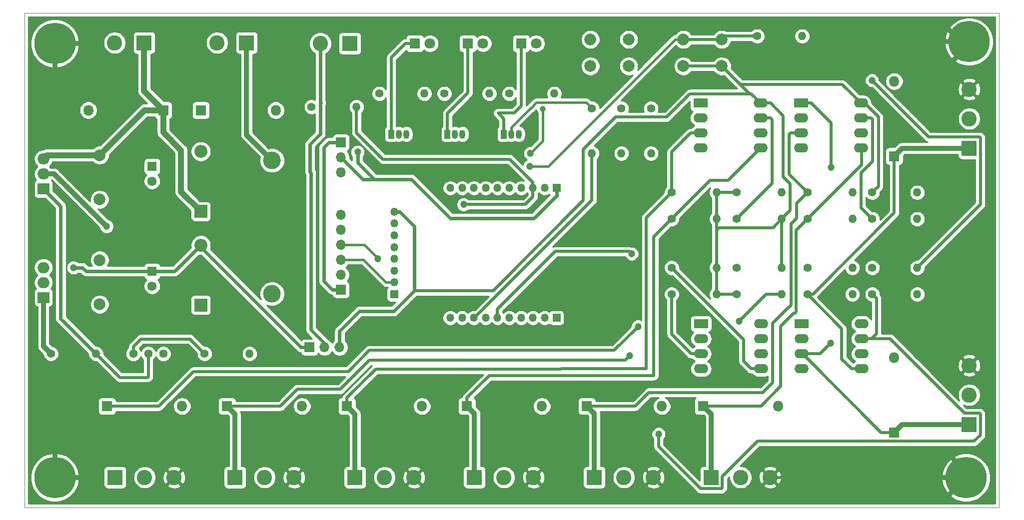
<source format=gbr>
%TF.GenerationSoftware,KiCad,Pcbnew,(5.1.10)-1*%
%TF.CreationDate,2021-08-31T12:59:50-03:00*%
%TF.ProjectId,Test1,54657374-312e-46b6-9963-61645f706362,rev?*%
%TF.SameCoordinates,Original*%
%TF.FileFunction,Copper,L1,Top*%
%TF.FilePolarity,Positive*%
%FSLAX46Y46*%
G04 Gerber Fmt 4.6, Leading zero omitted, Abs format (unit mm)*
G04 Created by KiCad (PCBNEW (5.1.10)-1) date 2021-08-31 12:59:50*
%MOMM*%
%LPD*%
G01*
G04 APERTURE LIST*
%TA.AperFunction,Profile*%
%ADD10C,0.100000*%
%TD*%
%TA.AperFunction,ComponentPad*%
%ADD11C,2.000000*%
%TD*%
%TA.AperFunction,ComponentPad*%
%ADD12R,1.600000X1.600000*%
%TD*%
%TA.AperFunction,ComponentPad*%
%ADD13C,1.600000*%
%TD*%
%TA.AperFunction,ComponentPad*%
%ADD14O,1.800000X1.800000*%
%TD*%
%TA.AperFunction,ComponentPad*%
%ADD15R,1.800000X1.800000*%
%TD*%
%TA.AperFunction,ComponentPad*%
%ADD16C,1.800000*%
%TD*%
%TA.AperFunction,ComponentPad*%
%ADD17R,2.200000X2.200000*%
%TD*%
%TA.AperFunction,ComponentPad*%
%ADD18O,2.200000X2.200000*%
%TD*%
%TA.AperFunction,ComponentPad*%
%ADD19C,3.000000*%
%TD*%
%TA.AperFunction,ComponentPad*%
%ADD20C,2.600000*%
%TD*%
%TA.AperFunction,ComponentPad*%
%ADD21R,2.600000X2.600000*%
%TD*%
%TA.AperFunction,ComponentPad*%
%ADD22R,1.350000X1.350000*%
%TD*%
%TA.AperFunction,ComponentPad*%
%ADD23O,1.350000X1.350000*%
%TD*%
%TA.AperFunction,ComponentPad*%
%ADD24O,1.700000X1.700000*%
%TD*%
%TA.AperFunction,ComponentPad*%
%ADD25R,1.700000X1.700000*%
%TD*%
%TA.AperFunction,ComponentPad*%
%ADD26R,1.050000X1.500000*%
%TD*%
%TA.AperFunction,ComponentPad*%
%ADD27O,1.050000X1.500000*%
%TD*%
%TA.AperFunction,ComponentPad*%
%ADD28C,1.400000*%
%TD*%
%TA.AperFunction,ComponentPad*%
%ADD29O,1.400000X1.400000*%
%TD*%
%TA.AperFunction,ComponentPad*%
%ADD30C,1.440000*%
%TD*%
%TA.AperFunction,ComponentPad*%
%ADD31O,2.400000X1.600000*%
%TD*%
%TA.AperFunction,ComponentPad*%
%ADD32R,2.400000X1.600000*%
%TD*%
%TA.AperFunction,ComponentPad*%
%ADD33R,2.000000X1.905000*%
%TD*%
%TA.AperFunction,ComponentPad*%
%ADD34O,2.000000X1.905000*%
%TD*%
%TA.AperFunction,ViaPad*%
%ADD35C,7.000000*%
%TD*%
%TA.AperFunction,ViaPad*%
%ADD36C,1.200000*%
%TD*%
%TA.AperFunction,ViaPad*%
%ADD37C,1.000000*%
%TD*%
%TA.AperFunction,Conductor*%
%ADD38C,0.813000*%
%TD*%
%TA.AperFunction,Conductor*%
%ADD39C,1.016000*%
%TD*%
%TA.AperFunction,Conductor*%
%ADD40C,0.610000*%
%TD*%
%TA.AperFunction,Conductor*%
%ADD41C,0.508000*%
%TD*%
%TA.AperFunction,Conductor*%
%ADD42C,0.406000*%
%TD*%
%TA.AperFunction,Conductor*%
%ADD43C,0.254000*%
%TD*%
%TA.AperFunction,Conductor*%
%ADD44C,0.100000*%
%TD*%
G04 APERTURE END LIST*
D10*
X254000000Y-50800000D02*
X254000000Y-134620000D01*
X88900000Y-50800000D02*
X254000000Y-50800000D01*
X88900000Y-134620000D02*
X88900000Y-50800000D01*
X254000000Y-134620000D02*
X88900000Y-134620000D01*
D11*
%TO.P,CREGIN1,1*%
%TO.N,+12V*%
X101600000Y-74930000D03*
%TO.P,CREGIN1,2*%
%TO.N,GND*%
X101600000Y-82430000D03*
%TD*%
%TO.P,CREGIN2,2*%
%TO.N,GND*%
X101600000Y-100210000D03*
%TO.P,CREGIN2,1*%
%TO.N,Vbat*%
X101600000Y-92710000D03*
%TD*%
D12*
%TO.P,CREGOUT1,1*%
%TO.N,Vbat*%
X110490000Y-76835000D03*
D13*
%TO.P,CREGOUT1,2*%
%TO.N,GND*%
X110490000Y-79335000D03*
%TD*%
%TO.P,CREGOUT2,2*%
%TO.N,GND*%
X110490000Y-97115000D03*
D12*
%TO.P,CREGOUT2,1*%
%TO.N,VccMDOT*%
X110490000Y-94615000D03*
%TD*%
D14*
%TO.P,D1,2*%
%TO.N,GND*%
X115570000Y-117475000D03*
D15*
%TO.P,D1,1*%
%TO.N,Net-(D1-Pad1)*%
X102870000Y-117475000D03*
%TD*%
%TO.P,D2,1*%
%TO.N,Net-(D2-Pad1)*%
X123190000Y-117475000D03*
D14*
%TO.P,D2,2*%
%TO.N,GND*%
X135890000Y-117475000D03*
%TD*%
%TO.P,D3,2*%
%TO.N,GND*%
X156210000Y-117475000D03*
D15*
%TO.P,D3,1*%
%TO.N,Net-(D3-Pad1)*%
X143510000Y-117475000D03*
%TD*%
%TO.P,D4,1*%
%TO.N,Net-(D4-Pad1)*%
X163830000Y-117475000D03*
D14*
%TO.P,D4,2*%
%TO.N,GND*%
X176530000Y-117475000D03*
%TD*%
D15*
%TO.P,D5,1*%
%TO.N,Net-(D5-Pad1)*%
X184150000Y-117475000D03*
D14*
%TO.P,D5,2*%
%TO.N,GND*%
X196850000Y-117475000D03*
%TD*%
%TO.P,D6,2*%
%TO.N,GND*%
X216535000Y-117475000D03*
D15*
%TO.P,D6,1*%
%TO.N,Net-(D6-Pad1)*%
X203835000Y-117475000D03*
%TD*%
D14*
%TO.P,D7,2*%
%TO.N,GND*%
X236220000Y-109220000D03*
D15*
%TO.P,D7,1*%
%TO.N,Net-(D7-Pad1)*%
X236220000Y-121920000D03*
%TD*%
%TO.P,D8,1*%
%TO.N,Net-(D8-Pad1)*%
X236220000Y-75100000D03*
D14*
%TO.P,D8,2*%
%TO.N,GND*%
X236220000Y-62400000D03*
%TD*%
D16*
%TO.P,Dled1,2*%
%TO.N,Net-(Dled1-Pad2)*%
X175540000Y-56000000D03*
D15*
%TO.P,Dled1,1*%
%TO.N,Net-(Dled1-Pad1)*%
X173000000Y-56000000D03*
%TD*%
%TO.P,Dled2,1*%
%TO.N,Net-(Dled2-Pad1)*%
X164000000Y-56000000D03*
D16*
%TO.P,Dled2,2*%
%TO.N,Net-(Dled2-Pad2)*%
X166540000Y-56000000D03*
%TD*%
D15*
%TO.P,Dled3,1*%
%TO.N,Net-(Dled3-Pad1)*%
X155000000Y-56000000D03*
D16*
%TO.P,Dled3,2*%
%TO.N,Net-(Dled3-Pad2)*%
X157540000Y-56000000D03*
%TD*%
D14*
%TO.P,Dreg1,2*%
%TO.N,GND*%
X99695000Y-67310000D03*
D15*
%TO.P,Dreg1,1*%
%TO.N,+12V*%
X112395000Y-67310000D03*
%TD*%
D17*
%TO.P,DREG1,1*%
%TO.N,+12V*%
X118745000Y-84455000D03*
D18*
%TO.P,DREG1,2*%
%TO.N,Vbat*%
X118745000Y-74295000D03*
%TD*%
D15*
%TO.P,Dreg2,1*%
%TO.N,Vbat*%
X118745000Y-67310000D03*
D14*
%TO.P,Dreg2,2*%
%TO.N,GND*%
X131445000Y-67310000D03*
%TD*%
D18*
%TO.P,DREG2,2*%
%TO.N,VccMDOT*%
X118745000Y-90170000D03*
D17*
%TO.P,DREG2,1*%
%TO.N,Vbat*%
X118745000Y-100330000D03*
%TD*%
D19*
%TO.P,Fusible1,1*%
%TO.N,Vbat*%
X130810000Y-98425000D03*
%TO.P,Fusible1,2*%
%TO.N,Net-(Fusible1-Pad2)*%
X130810000Y-75825000D03*
%TD*%
D20*
%TO.P,J1,3*%
%TO.N,Net-(J1-Pad3)*%
X114220000Y-129540000D03*
%TO.P,J1,2*%
%TO.N,GND*%
X109220000Y-129540000D03*
D21*
%TO.P,J1,1*%
%TO.N,Net-(D1-Pad1)*%
X104220000Y-129540000D03*
%TD*%
%TO.P,J2,1*%
%TO.N,Net-(D2-Pad1)*%
X124540000Y-129540000D03*
D20*
%TO.P,J2,2*%
%TO.N,GND*%
X129540000Y-129540000D03*
%TO.P,J2,3*%
%TO.N,Net-(J1-Pad3)*%
X134540000Y-129540000D03*
%TD*%
%TO.P,J3,3*%
%TO.N,Net-(J1-Pad3)*%
X154860000Y-129540000D03*
%TO.P,J3,2*%
%TO.N,GND*%
X149860000Y-129540000D03*
D21*
%TO.P,J3,1*%
%TO.N,Net-(D3-Pad1)*%
X144860000Y-129540000D03*
%TD*%
%TO.P,J4,1*%
%TO.N,Net-(D4-Pad1)*%
X165100000Y-129540000D03*
D20*
%TO.P,J4,2*%
%TO.N,GND*%
X170100000Y-129540000D03*
%TO.P,J4,3*%
%TO.N,Net-(J1-Pad3)*%
X175100000Y-129540000D03*
%TD*%
%TO.P,J5,3*%
%TO.N,Net-(J1-Pad3)*%
X195420000Y-129540000D03*
%TO.P,J5,2*%
%TO.N,GND*%
X190420000Y-129540000D03*
D21*
%TO.P,J5,1*%
%TO.N,Net-(D5-Pad1)*%
X185420000Y-129540000D03*
%TD*%
%TO.P,J6,1*%
%TO.N,Net-(D6-Pad1)*%
X205185000Y-129540000D03*
D20*
%TO.P,J6,2*%
%TO.N,GND*%
X210185000Y-129540000D03*
%TO.P,J6,3*%
%TO.N,Net-(J1-Pad3)*%
X215185000Y-129540000D03*
%TD*%
%TO.P,J7,3*%
%TO.N,Net-(J1-Pad3)*%
X248920000Y-110570000D03*
%TO.P,J7,2*%
%TO.N,GND*%
X248920000Y-115570000D03*
D21*
%TO.P,J7,1*%
%TO.N,Net-(D7-Pad1)*%
X248920000Y-120570000D03*
%TD*%
%TO.P,J8,1*%
%TO.N,Net-(D8-Pad1)*%
X248920000Y-73750000D03*
D20*
%TO.P,J8,2*%
%TO.N,GND*%
X248920000Y-68750000D03*
%TO.P,J8,3*%
%TO.N,Net-(J1-Pad3)*%
X248920000Y-63750000D03*
%TD*%
D22*
%TO.P,JabajoMDOT1,1*%
%TO.N,Net-(JUSB1-Pad4)*%
X151500000Y-98500000D03*
D23*
%TO.P,JabajoMDOT1,2*%
%TO.N,Net-(JUSB1-Pad3)*%
X151500000Y-96500000D03*
%TO.P,JabajoMDOT1,3*%
%TO.N,Net-(JabajoMDOT1-Pad3)*%
X151500000Y-94500000D03*
%TO.P,JabajoMDOT1,4*%
%TO.N,Net-(JabajoMDOT1-Pad4)*%
X151500000Y-92500000D03*
%TO.P,JabajoMDOT1,5*%
%TO.N,Net-(JabajoMDOT1-Pad5)*%
X151500000Y-90500000D03*
%TO.P,JabajoMDOT1,6*%
%TO.N,Net-(JabajoMDOT1-Pad6)*%
X151500000Y-88500000D03*
%TO.P,JabajoMDOT1,7*%
%TO.N,GND*%
X151500000Y-86500000D03*
%TO.P,JabajoMDOT1,8*%
%TO.N,3VMdot*%
X151500000Y-84500000D03*
%TD*%
D20*
%TO.P,JBat1,2*%
%TO.N,GND*%
X121500000Y-55880000D03*
D21*
%TO.P,JBat1,1*%
%TO.N,Net-(Fusible1-Pad2)*%
X126500000Y-55880000D03*
%TD*%
D22*
%TO.P,JderMDOT1,1*%
%TO.N,AI1*%
X179000000Y-102500000D03*
D23*
%TO.P,JderMDOT1,2*%
%TO.N,AI2*%
X177000000Y-102500000D03*
%TO.P,JderMDOT1,3*%
%TO.N,AI3*%
X175000000Y-102500000D03*
%TO.P,JderMDOT1,4*%
%TO.N,AI4*%
X173000000Y-102500000D03*
%TO.P,JderMDOT1,5*%
%TO.N,AI5*%
X171000000Y-102500000D03*
%TO.P,JderMDOT1,6*%
%TO.N,AI6*%
X169000000Y-102500000D03*
%TO.P,JderMDOT1,7*%
%TO.N,Net-(JderMDOT1-Pad7)*%
X167000000Y-102500000D03*
%TO.P,JderMDOT1,8*%
%TO.N,DO1*%
X165000000Y-102500000D03*
%TO.P,JderMDOT1,9*%
%TO.N,DIPuerta*%
X163000000Y-102500000D03*
%TO.P,JderMDOT1,10*%
%TO.N,AI8*%
X161000000Y-102500000D03*
%TD*%
%TO.P,JizqMDOT1,10*%
%TO.N,GND*%
X161000000Y-80500000D03*
%TO.P,JizqMDOT1,9*%
%TO.N,Net-(JizqMDOT1-Pad9)*%
X163000000Y-80500000D03*
%TO.P,JizqMDOT1,8*%
%TO.N,Net-(JizqMDOT1-Pad8)*%
X165000000Y-80500000D03*
%TO.P,JizqMDOT1,7*%
%TO.N,DO3*%
X167000000Y-80500000D03*
%TO.P,JizqMDOT1,6*%
%TO.N,DO2*%
X169000000Y-80500000D03*
%TO.P,JizqMDOT1,5*%
%TO.N,Net-(JizqMDOT1-Pad5)*%
X171000000Y-80500000D03*
%TO.P,JizqMDOT1,4*%
%TO.N,Net-(JizqMDOT1-Pad4)*%
X173000000Y-80500000D03*
%TO.P,JizqMDOT1,3*%
%TO.N,DIPuerta*%
X175000000Y-80500000D03*
%TO.P,JizqMDOT1,2*%
%TO.N,AI7*%
X177000000Y-80500000D03*
D22*
%TO.P,JizqMDOT1,1*%
%TO.N,VccMDOT*%
X179000000Y-80500000D03*
%TD*%
D21*
%TO.P,JPanel1,1*%
%TO.N,+12V*%
X109140000Y-55880000D03*
D20*
%TO.P,JPanel1,2*%
%TO.N,GND*%
X104140000Y-55880000D03*
%TD*%
D24*
%TO.P,JPConf&Supply1,3*%
%TO.N,VccMDOT*%
X142500000Y-77830000D03*
%TO.P,JPConf&Supply1,2*%
X142500000Y-75290000D03*
D25*
%TO.P,JPConf&Supply1,1*%
%TO.N,5VUSB*%
X142500000Y-72750000D03*
%TD*%
%TO.P,JPSWPUERTA1,1*%
%TO.N,VccMDOT*%
X137170000Y-107500000D03*
D24*
%TO.P,JPSWPUERTA1,2*%
%TO.N,Net-(JPSWPUERTA1-Pad2)*%
X139710000Y-107500000D03*
%TO.P,JPSWPUERTA1,3*%
%TO.N,3VMdot*%
X142250000Y-107500000D03*
%TD*%
D25*
%TO.P,JUSB1,1*%
%TO.N,5VUSB*%
X142500000Y-97750000D03*
D24*
%TO.P,JUSB1,2*%
%TO.N,GND*%
X142500000Y-95210000D03*
%TO.P,JUSB1,3*%
%TO.N,Net-(JUSB1-Pad3)*%
X142500000Y-92670000D03*
%TO.P,JUSB1,4*%
%TO.N,Net-(JUSB1-Pad4)*%
X142500000Y-90130000D03*
%TO.P,JUSB1,5*%
%TO.N,Net-(JUSB1-Pad5)*%
X142500000Y-87590000D03*
%TO.P,JUSB1,6*%
%TO.N,Net-(JUSB1-Pad6)*%
X142500000Y-85050000D03*
%TD*%
D26*
%TO.P,Q1,1*%
%TO.N,Net-(Dled1-Pad1)*%
X170060000Y-71370000D03*
D27*
%TO.P,Q1,3*%
%TO.N,GND*%
X172600000Y-71370000D03*
%TO.P,Q1,2*%
%TO.N,Net-(Q1-Pad2)*%
X171330000Y-71370000D03*
%TD*%
%TO.P,Q2,2*%
%TO.N,Net-(Q2-Pad2)*%
X161805000Y-71370000D03*
%TO.P,Q2,3*%
%TO.N,GND*%
X163075000Y-71370000D03*
D26*
%TO.P,Q2,1*%
%TO.N,Net-(Dled2-Pad1)*%
X160535000Y-71370000D03*
%TD*%
D27*
%TO.P,Q3,2*%
%TO.N,Net-(Q3-Pad2)*%
X152280000Y-71370000D03*
%TO.P,Q3,3*%
%TO.N,GND*%
X153550000Y-71370000D03*
D26*
%TO.P,Q3,1*%
%TO.N,Net-(Dled3-Pad1)*%
X151010000Y-71370000D03*
%TD*%
D28*
%TO.P,R10,1*%
%TO.N,Net-(D1-Pad1)*%
X198500000Y-98500000D03*
D29*
%TO.P,R10,2*%
%TO.N,3VMdot*%
X206120000Y-98500000D03*
%TD*%
%TO.P,R11,2*%
%TO.N,AI1*%
X217120000Y-98500000D03*
D28*
%TO.P,R11,1*%
%TO.N,3VMdot*%
X209500000Y-98500000D03*
%TD*%
%TO.P,R20,1*%
%TO.N,Net-(D2-Pad1)*%
X198500000Y-94000000D03*
D29*
%TO.P,R20,2*%
%TO.N,3VMdot*%
X206120000Y-94000000D03*
%TD*%
D28*
%TO.P,R21,1*%
%TO.N,AI2*%
X209500000Y-94000000D03*
D29*
%TO.P,R21,2*%
%TO.N,3VMdot*%
X217120000Y-94000000D03*
%TD*%
%TO.P,R30,2*%
%TO.N,3VMdot*%
X206120000Y-81250000D03*
D28*
%TO.P,R30,1*%
%TO.N,Net-(D3-Pad1)*%
X198500000Y-81250000D03*
%TD*%
D29*
%TO.P,R31,2*%
%TO.N,AI3*%
X217120000Y-81250000D03*
D28*
%TO.P,R31,1*%
%TO.N,3VMdot*%
X209500000Y-81250000D03*
%TD*%
%TO.P,R40,1*%
%TO.N,Net-(D4-Pad1)*%
X198500000Y-85750000D03*
D29*
%TO.P,R40,2*%
%TO.N,3VMdot*%
X206120000Y-85750000D03*
%TD*%
%TO.P,R41,2*%
%TO.N,3VMdot*%
X217120000Y-85750000D03*
D28*
%TO.P,R41,1*%
%TO.N,AI4*%
X209500000Y-85750000D03*
%TD*%
%TO.P,R50,1*%
%TO.N,Net-(D5-Pad1)*%
X221500000Y-81250000D03*
D29*
%TO.P,R50,2*%
%TO.N,3VMdot*%
X229120000Y-81250000D03*
%TD*%
%TO.P,R51,2*%
%TO.N,AI5*%
X240120000Y-81250000D03*
D28*
%TO.P,R51,1*%
%TO.N,3VMdot*%
X232500000Y-81250000D03*
%TD*%
%TO.P,R60,1*%
%TO.N,Net-(D6-Pad1)*%
X221500000Y-85750000D03*
D29*
%TO.P,R60,2*%
%TO.N,3VMdot*%
X229120000Y-85750000D03*
%TD*%
%TO.P,R61,2*%
%TO.N,3VMdot*%
X240120000Y-85750000D03*
D28*
%TO.P,R61,1*%
%TO.N,AI6*%
X232500000Y-85750000D03*
%TD*%
%TO.P,R70,1*%
%TO.N,Net-(D7-Pad1)*%
X221500000Y-94000000D03*
D29*
%TO.P,R70,2*%
%TO.N,3VMdot*%
X229120000Y-94000000D03*
%TD*%
%TO.P,R71,2*%
%TO.N,AI7*%
X240120000Y-94000000D03*
D28*
%TO.P,R71,1*%
%TO.N,3VMdot*%
X232500000Y-94000000D03*
%TD*%
%TO.P,R80,1*%
%TO.N,Net-(D8-Pad1)*%
X221500000Y-98500000D03*
D29*
%TO.P,R80,2*%
%TO.N,3VMdot*%
X229120000Y-98500000D03*
%TD*%
%TO.P,R81,2*%
%TO.N,3VMdot*%
X240120000Y-98500000D03*
D28*
%TO.P,R81,1*%
%TO.N,AI8*%
X232500000Y-98500000D03*
%TD*%
D29*
%TO.P,Rb1,2*%
%TO.N,DO1*%
X185000000Y-74620000D03*
D28*
%TO.P,Rb1,1*%
%TO.N,Net-(Q1-Pad2)*%
X185000000Y-67000000D03*
%TD*%
D29*
%TO.P,Rb2,2*%
%TO.N,DO2*%
X190000000Y-74620000D03*
D28*
%TO.P,Rb2,1*%
%TO.N,Net-(Q2-Pad2)*%
X190000000Y-67000000D03*
%TD*%
D29*
%TO.P,Rb3,2*%
%TO.N,DO3*%
X195000000Y-74620000D03*
D28*
%TO.P,Rb3,1*%
%TO.N,Net-(Q3-Pad2)*%
X195000000Y-67000000D03*
%TD*%
%TO.P,Rc1,1*%
%TO.N,VccMDOT*%
X171000000Y-64500000D03*
D29*
%TO.P,Rc1,2*%
%TO.N,Net-(Dled1-Pad2)*%
X178620000Y-64500000D03*
%TD*%
D28*
%TO.P,Rc2,1*%
%TO.N,VccMDOT*%
X160000000Y-64500000D03*
D29*
%TO.P,Rc2,2*%
%TO.N,Net-(Dled2-Pad2)*%
X167620000Y-64500000D03*
%TD*%
%TO.P,Rc3,2*%
%TO.N,Net-(Dled3-Pad2)*%
X156620000Y-64500000D03*
D28*
%TO.P,Rc3,1*%
%TO.N,VccMDOT*%
X149000000Y-64500000D03*
%TD*%
D29*
%TO.P,RDown1,2*%
%TO.N,DIPuerta*%
X145120000Y-66750000D03*
D28*
%TO.P,RDown1,1*%
%TO.N,GND*%
X137500000Y-66750000D03*
%TD*%
%TO.P,RModo1,1*%
%TO.N,Net-(JizqMDOT1-Pad4)*%
X213000000Y-54750000D03*
D29*
%TO.P,RModo1,2*%
%TO.N,GND*%
X220620000Y-54750000D03*
%TD*%
D28*
%TO.P,RREG11,1*%
%TO.N,Vbat*%
X93345000Y-108585000D03*
D29*
%TO.P,RREG11,2*%
%TO.N,Net-(RREG11-Pad2)*%
X100965000Y-108585000D03*
%TD*%
D28*
%TO.P,RREG12,1*%
%TO.N,Net-(RREG12-Pad1)*%
X119380000Y-108585000D03*
D29*
%TO.P,RREG12,2*%
%TO.N,GND*%
X127000000Y-108585000D03*
%TD*%
D30*
%TO.P,RV1,1*%
%TO.N,Net-(RREG11-Pad2)*%
X112395000Y-108585000D03*
%TO.P,RV1,2*%
X109855000Y-108585000D03*
%TO.P,RV1,3*%
%TO.N,Net-(RREG12-Pad1)*%
X107315000Y-108585000D03*
%TD*%
D11*
%TO.P,SWModo1,1*%
%TO.N,Net-(JizqMDOT1-Pad4)*%
X207000000Y-55325000D03*
%TO.P,SWModo1,2*%
%TO.N,3VMdot*%
X207000000Y-59825000D03*
%TO.P,SWModo1,1*%
%TO.N,Net-(JizqMDOT1-Pad4)*%
X200500000Y-55325000D03*
%TO.P,SWModo1,2*%
%TO.N,3VMdot*%
X200500000Y-59825000D03*
%TD*%
%TO.P,SWNReset1,2*%
%TO.N,Net-(JizqMDOT1-Pad5)*%
X184735000Y-59825000D03*
%TO.P,SWNReset1,1*%
%TO.N,GND*%
X184735000Y-55325000D03*
%TO.P,SWNReset1,2*%
%TO.N,Net-(JizqMDOT1-Pad5)*%
X191235000Y-59825000D03*
%TO.P,SWNReset1,1*%
%TO.N,GND*%
X191235000Y-55325000D03*
%TD*%
D21*
%TO.P,SWPanel1,1*%
%TO.N,DIPuerta*%
X144000000Y-56000000D03*
D20*
%TO.P,SWPanel1,2*%
%TO.N,Net-(JPSWPUERTA1-Pad2)*%
X139000000Y-56000000D03*
%TD*%
D31*
%TO.P,U1,8*%
%TO.N,3VMdot*%
X213660000Y-103500000D03*
%TO.P,U1,4*%
%TO.N,GND*%
X203500000Y-111120000D03*
%TO.P,U1,7*%
%TO.N,AI2*%
X213660000Y-106040000D03*
%TO.P,U1,3*%
%TO.N,Net-(D1-Pad1)*%
X203500000Y-108580000D03*
%TO.P,U1,6*%
%TO.N,GND*%
X213660000Y-108580000D03*
%TO.P,U1,2*%
X203500000Y-106040000D03*
%TO.P,U1,5*%
%TO.N,Net-(D2-Pad1)*%
X213660000Y-111120000D03*
D32*
%TO.P,U1,1*%
%TO.N,AI1*%
X203500000Y-103500000D03*
%TD*%
D31*
%TO.P,U2,8*%
%TO.N,3VMdot*%
X213560000Y-66100000D03*
%TO.P,U2,4*%
%TO.N,GND*%
X203400000Y-73720000D03*
%TO.P,U2,7*%
%TO.N,AI4*%
X213560000Y-68640000D03*
%TO.P,U2,3*%
%TO.N,Net-(D3-Pad1)*%
X203400000Y-71180000D03*
%TO.P,U2,6*%
%TO.N,GND*%
X213560000Y-71180000D03*
%TO.P,U2,2*%
X203400000Y-68640000D03*
%TO.P,U2,5*%
%TO.N,Net-(D4-Pad1)*%
X213560000Y-73720000D03*
D32*
%TO.P,U2,1*%
%TO.N,AI3*%
X203400000Y-66100000D03*
%TD*%
%TO.P,U3,1*%
%TO.N,AI5*%
X220400000Y-66100000D03*
D31*
%TO.P,U3,5*%
%TO.N,Net-(D6-Pad1)*%
X230560000Y-73720000D03*
%TO.P,U3,2*%
%TO.N,GND*%
X220400000Y-68640000D03*
%TO.P,U3,6*%
X230560000Y-71180000D03*
%TO.P,U3,3*%
%TO.N,Net-(D5-Pad1)*%
X220400000Y-71180000D03*
%TO.P,U3,7*%
%TO.N,AI6*%
X230560000Y-68640000D03*
%TO.P,U3,4*%
%TO.N,GND*%
X220400000Y-73720000D03*
%TO.P,U3,8*%
%TO.N,3VMdot*%
X230560000Y-66100000D03*
%TD*%
D32*
%TO.P,U4,1*%
%TO.N,AI7*%
X220500000Y-103500000D03*
D31*
%TO.P,U4,5*%
%TO.N,Net-(D8-Pad1)*%
X230660000Y-111120000D03*
%TO.P,U4,2*%
%TO.N,GND*%
X220500000Y-106040000D03*
%TO.P,U4,6*%
X230660000Y-108580000D03*
%TO.P,U4,3*%
%TO.N,Net-(D7-Pad1)*%
X220500000Y-108580000D03*
%TO.P,U4,7*%
%TO.N,AI8*%
X230660000Y-106040000D03*
%TO.P,U4,4*%
%TO.N,GND*%
X220500000Y-111120000D03*
%TO.P,U4,8*%
%TO.N,3VMdot*%
X230660000Y-103500000D03*
%TD*%
D33*
%TO.P,UREG1,1*%
%TO.N,Net-(RREG11-Pad2)*%
X92075000Y-80645000D03*
D34*
%TO.P,UREG1,2*%
%TO.N,Vbat*%
X92075000Y-78105000D03*
%TO.P,UREG1,3*%
%TO.N,+12V*%
X92075000Y-75565000D03*
%TD*%
%TO.P,UREG2,3*%
%TO.N,VccMDOT*%
X92075000Y-93980000D03*
%TO.P,UREG2,2*%
%TO.N,GND*%
X92075000Y-96520000D03*
D33*
%TO.P,UREG2,1*%
%TO.N,Vbat*%
X92075000Y-99060000D03*
%TD*%
D35*
%TO.N,Net-(J1-Pad3)*%
X94000000Y-129550000D03*
X94000000Y-56000000D03*
X248400000Y-129600000D03*
X248900000Y-55700000D03*
D36*
%TO.N,Vbat*%
X102783000Y-87000000D03*
%TO.N,VccMDOT*%
X97180000Y-93980000D03*
X145300000Y-74400000D03*
%TO.N,Net-(D1-Pad1)*%
X192800000Y-104000000D03*
%TO.N,Net-(D2-Pad1)*%
X191400000Y-108900000D03*
%TO.N,Net-(D7-Pad1)*%
X225400000Y-106800000D03*
%TO.N,Net-(JUSB1-Pad4)*%
X148700000Y-92500000D03*
%TO.N,AI1*%
X209950000Y-103050000D03*
%TO.N,AI5*%
X225500000Y-77000000D03*
%TO.N,AI6*%
X191750000Y-91650000D03*
%TO.N,DIPuerta*%
X163250000Y-83300000D03*
%TO.N,AI8*%
X196300000Y-122200000D03*
%TO.N,Net-(JizqMDOT1-Pad5)*%
X174575000Y-74625000D03*
D37*
X176700000Y-67100000D03*
D36*
%TO.N,Net-(JizqMDOT1-Pad4)*%
X174500000Y-76800000D03*
%TO.N,AI7*%
X232450000Y-62250000D03*
%TD*%
D38*
%TO.N,Net-(J1-Pad3)*%
X94000000Y-129550000D02*
X94000000Y-129700000D01*
X94000000Y-56000000D02*
X94800000Y-56000000D01*
X248900000Y-55700000D02*
X248000000Y-55700000D01*
X248900000Y-55700000D02*
X248500000Y-55700000D01*
X247200000Y-129600000D02*
X248400000Y-129600000D01*
X248200000Y-129400000D02*
X248400000Y-129600000D01*
X94000000Y-56000000D02*
X94000000Y-56500000D01*
X248900000Y-55700000D02*
X248900000Y-55900000D01*
X94000000Y-56000000D02*
X94000000Y-61700000D01*
X94000000Y-56000000D02*
X99000000Y-56000000D01*
X94000000Y-129550000D02*
X94000000Y-123900000D01*
X94000000Y-129550000D02*
X98750000Y-129550000D01*
X248400000Y-129600000D02*
X243000000Y-129600000D01*
X248400000Y-128600000D02*
X246000000Y-126200000D01*
X248400000Y-129600000D02*
X248400000Y-128600000D01*
X248400000Y-129600000D02*
X244800000Y-133200000D01*
X248900000Y-55700000D02*
X244100000Y-55700000D01*
X248900000Y-55700000D02*
X248900000Y-56200000D01*
X248900000Y-56200000D02*
X245800000Y-59300000D01*
X248900000Y-55700000D02*
X247500000Y-55700000D01*
X247500000Y-55700000D02*
X244800000Y-53000000D01*
D39*
%TO.N,+12V*%
X109140000Y-64055000D02*
X112395000Y-67310000D01*
X109140000Y-55880000D02*
X109140000Y-64055000D01*
X109220000Y-67310000D02*
X101600000Y-74930000D01*
X112395000Y-67310000D02*
X109220000Y-67310000D01*
X92710000Y-74930000D02*
X92075000Y-75565000D01*
X101600000Y-74930000D02*
X92710000Y-74930000D01*
X112395000Y-71076682D02*
X115400000Y-74081682D01*
X112395000Y-67310000D02*
X112395000Y-71076682D01*
X115400000Y-81110000D02*
X118745000Y-84455000D01*
X115400000Y-74081682D02*
X115400000Y-81110000D01*
D38*
%TO.N,Vbat*%
X93888000Y-78105000D02*
X102783000Y-87000000D01*
X92075000Y-78105000D02*
X93888000Y-78105000D01*
X102783000Y-87000000D02*
X102783000Y-87083000D01*
X102783000Y-87000000D02*
X102783000Y-87000000D01*
X92075000Y-107315000D02*
X93345000Y-108585000D01*
X92075000Y-99060000D02*
X92075000Y-107315000D01*
D40*
%TO.N,VccMDOT*%
X97180000Y-93980000D02*
X98680000Y-93980000D01*
X99315000Y-94615000D02*
X110490000Y-94615000D01*
X98680000Y-93980000D02*
X99315000Y-94615000D01*
X114300000Y-94615000D02*
X118745000Y-90170000D01*
X110490000Y-94615000D02*
X114300000Y-94615000D01*
X118745000Y-90535000D02*
X118745000Y-90170000D01*
X135710000Y-107500000D02*
X118745000Y-90535000D01*
X137170000Y-107500000D02*
X135710000Y-107500000D01*
X142500000Y-75290000D02*
X146210000Y-79000000D01*
X154400000Y-79000000D02*
X161000000Y-85600000D01*
X179000000Y-81785000D02*
X179000000Y-80500000D01*
X175185000Y-85600000D02*
X179000000Y-81785000D01*
X161000000Y-85600000D02*
X175185000Y-85600000D01*
X145300000Y-74400000D02*
X145300000Y-76200000D01*
X148100000Y-79000000D02*
X154400000Y-79000000D01*
X145300000Y-76200000D02*
X148100000Y-79000000D01*
X146210000Y-79000000D02*
X148100000Y-79000000D01*
D41*
%TO.N,Net-(D1-Pad1)*%
X102870000Y-117475000D02*
X111625000Y-117475000D01*
X111625000Y-117475000D02*
X117500000Y-111600000D01*
X117500000Y-111600000D02*
X143700000Y-111600000D01*
X143700000Y-111600000D02*
X147300000Y-108000000D01*
X147300000Y-108000000D02*
X188800000Y-108000000D01*
X188800000Y-108000000D02*
X188800000Y-108000000D01*
X188800000Y-108000000D02*
X192400000Y-104400000D01*
X192400000Y-104400000D02*
X192800000Y-104000000D01*
X192800000Y-104000000D02*
X192900000Y-103900000D01*
X198500000Y-105288000D02*
X201792000Y-108580000D01*
X201792000Y-108580000D02*
X203500000Y-108580000D01*
X198500000Y-98500000D02*
X198500000Y-105288000D01*
D38*
%TO.N,Net-(D2-Pad1)*%
X124540000Y-118825000D02*
X123190000Y-117475000D01*
X124540000Y-129540000D02*
X124540000Y-118825000D01*
D41*
X123190000Y-117475000D02*
X132225000Y-117475000D01*
X135100000Y-114600000D02*
X142400000Y-114600000D01*
X132225000Y-117475000D02*
X135100000Y-114600000D01*
X142400000Y-114600000D02*
X147300000Y-109700000D01*
X147300000Y-109700000D02*
X190600000Y-109700000D01*
X190600000Y-109700000D02*
X191400000Y-108900000D01*
X191400000Y-108900000D02*
X191400000Y-108900000D01*
X198500000Y-94000000D02*
X210700000Y-106200000D01*
X211952000Y-111120000D02*
X213660000Y-111120000D01*
X210700000Y-109868000D02*
X211952000Y-111120000D01*
X210700000Y-106200000D02*
X210700000Y-109868000D01*
D38*
%TO.N,Net-(D3-Pad1)*%
X144860000Y-118825000D02*
X143510000Y-117475000D01*
X144860000Y-129540000D02*
X144860000Y-118825000D01*
D41*
X143510000Y-116067000D02*
X148377000Y-111200000D01*
X143510000Y-117475000D02*
X143510000Y-116067000D01*
X179700000Y-111200000D02*
X179800000Y-111100000D01*
X148377000Y-111200000D02*
X179700000Y-111200000D01*
X179800000Y-111100000D02*
X194200000Y-111100000D01*
X194200000Y-85550000D02*
X198500000Y-81250000D01*
X194200000Y-111100000D02*
X194200000Y-85550000D01*
X201692000Y-71180000D02*
X203400000Y-71180000D01*
X198500000Y-74372000D02*
X201692000Y-71180000D01*
X198500000Y-81250000D02*
X198500000Y-74372000D01*
D38*
%TO.N,Net-(D4-Pad1)*%
X165100000Y-118745000D02*
X163830000Y-117475000D01*
X165100000Y-129540000D02*
X165100000Y-118745000D01*
D41*
X163830000Y-116067000D02*
X167597000Y-112300000D01*
X163830000Y-117475000D02*
X163830000Y-116067000D01*
X167597000Y-112300000D02*
X195500000Y-112300000D01*
X195500000Y-88750000D02*
X198500000Y-85750000D01*
X195500000Y-112300000D02*
X195500000Y-88750000D01*
X198500000Y-85750000D02*
X205050000Y-79200000D01*
X208080000Y-79200000D02*
X213560000Y-73720000D01*
X205050000Y-79200000D02*
X208080000Y-79200000D01*
D38*
%TO.N,Net-(D5-Pad1)*%
X185420000Y-118745000D02*
X184150000Y-117475000D01*
X185420000Y-129540000D02*
X185420000Y-118745000D01*
D41*
X219700000Y-83050000D02*
X221500000Y-81250000D01*
X219700000Y-85611790D02*
X219700000Y-83050000D01*
X218736390Y-86575400D02*
X219700000Y-85611790D01*
X218736390Y-100363610D02*
X218736390Y-86575400D01*
X218336390Y-100663610D02*
X218436390Y-100663610D01*
X215622010Y-103377990D02*
X218336390Y-100663610D01*
X215622010Y-113477990D02*
X215622010Y-103377990D01*
X215200000Y-113900000D02*
X215622010Y-113477990D01*
X218436390Y-100663610D02*
X218736390Y-100363610D01*
X218692000Y-71180000D02*
X220400000Y-71180000D01*
X218437990Y-71434010D02*
X218692000Y-71180000D01*
X218437990Y-78187990D02*
X218437990Y-71434010D01*
X221500000Y-81250000D02*
X218437990Y-78187990D01*
X184150000Y-117475000D02*
X192325000Y-117475000D01*
X192325000Y-117475000D02*
X194650000Y-115150000D01*
X213950000Y-115150000D02*
X215622010Y-113477990D01*
X194650000Y-115150000D02*
X213950000Y-115150000D01*
D38*
%TO.N,Net-(D6-Pad1)*%
X205185000Y-118825000D02*
X203835000Y-117475000D01*
X205185000Y-129540000D02*
X205185000Y-118825000D01*
D41*
X219600000Y-87650000D02*
X221500000Y-85750000D01*
X219397282Y-101702718D02*
X219600000Y-101500000D01*
X219200000Y-101702718D02*
X219397282Y-101702718D01*
X219600000Y-101500000D02*
X219600000Y-87650000D01*
X217000000Y-103902718D02*
X219200000Y-101702718D01*
X217000000Y-114100000D02*
X217000000Y-103902718D01*
X213625000Y-117475000D02*
X217000000Y-114100000D01*
X203835000Y-117475000D02*
X213625000Y-117475000D01*
X230560000Y-74190000D02*
X230560000Y-73720000D01*
X221500000Y-85750000D02*
X230660000Y-76590000D01*
X230660000Y-73820000D02*
X230560000Y-73720000D01*
X230660000Y-76590000D02*
X230660000Y-73820000D01*
D38*
%TO.N,Net-(D7-Pad1)*%
X237570000Y-120570000D02*
X236220000Y-121920000D01*
X248920000Y-120570000D02*
X237570000Y-120570000D01*
D41*
X236220000Y-121920000D02*
X234020000Y-121920000D01*
X220680000Y-108580000D02*
X220500000Y-108580000D01*
X234020000Y-121920000D02*
X220680000Y-108580000D01*
X223620000Y-108580000D02*
X220500000Y-108580000D01*
X225400000Y-106800000D02*
X223620000Y-108580000D01*
D38*
%TO.N,Net-(D8-Pad1)*%
X237570000Y-73750000D02*
X236220000Y-75100000D01*
X248920000Y-73750000D02*
X237570000Y-73750000D01*
D41*
X222456238Y-98500000D02*
X221500000Y-98500000D01*
X236220000Y-84736238D02*
X222456238Y-98500000D01*
X236220000Y-75100000D02*
X236220000Y-84736238D01*
X221500000Y-98500000D02*
X227300000Y-104300000D01*
X228952000Y-111120000D02*
X230660000Y-111120000D01*
X227300000Y-109468000D02*
X228952000Y-111120000D01*
X227300000Y-104300000D02*
X227300000Y-109468000D01*
%TO.N,Net-(Dled1-Pad1)*%
X173000000Y-56000000D02*
X173000000Y-66600000D01*
X173000000Y-66600000D02*
X171800000Y-67800000D01*
X171800000Y-67800000D02*
X169100000Y-67800000D01*
X170060000Y-68760000D02*
X170060000Y-71370000D01*
X169100000Y-67800000D02*
X170060000Y-68760000D01*
%TO.N,Net-(Dled2-Pad1)*%
X164000000Y-56000000D02*
X164000000Y-64400000D01*
X160535000Y-67865000D02*
X160535000Y-71370000D01*
X164000000Y-64400000D02*
X160535000Y-67865000D01*
%TO.N,Net-(Dled3-Pad1)*%
X155000000Y-56000000D02*
X153400000Y-56000000D01*
X151010000Y-58390000D02*
X151010000Y-71370000D01*
X153400000Y-56000000D02*
X151010000Y-58390000D01*
D38*
%TO.N,Net-(Fusible1-Pad2)*%
X126500000Y-71515000D02*
X130810000Y-75825000D01*
X126500000Y-55880000D02*
X126500000Y-71515000D01*
D41*
%TO.N,Net-(J1-Pad3)*%
X114220000Y-129540000D02*
X117500000Y-132820000D01*
X131260000Y-132820000D02*
X134540000Y-129540000D01*
X117500000Y-132820000D02*
X131260000Y-132820000D01*
X134540000Y-129540000D02*
X137800000Y-132800000D01*
X151600000Y-132800000D02*
X154860000Y-129540000D01*
X137800000Y-132800000D02*
X151600000Y-132800000D01*
X154860000Y-129540000D02*
X158270000Y-132950000D01*
X171690000Y-132950000D02*
X175100000Y-129540000D01*
X158270000Y-132950000D02*
X171690000Y-132950000D01*
X175100000Y-129540000D02*
X178700000Y-133140000D01*
X191820000Y-133140000D02*
X195420000Y-129540000D01*
X178700000Y-133140000D02*
X191820000Y-133140000D01*
X195420000Y-129540000D02*
X198830000Y-132950000D01*
X211775000Y-132950000D02*
X215185000Y-129540000D01*
X198830000Y-132950000D02*
X211775000Y-132950000D01*
X252750000Y-123300000D02*
X252750000Y-114400000D01*
X251350000Y-124700000D02*
X252750000Y-123300000D01*
X241050000Y-124700000D02*
X251350000Y-124700000D01*
X236210000Y-129540000D02*
X241050000Y-124700000D01*
X252750000Y-114400000D02*
X248920000Y-110570000D01*
X215185000Y-129540000D02*
X236210000Y-129540000D01*
X248920000Y-110570000D02*
X252550000Y-106940000D01*
X252550000Y-67380000D02*
X248920000Y-63750000D01*
X252550000Y-106940000D02*
X252550000Y-67380000D01*
D42*
%TO.N,Net-(JUSB1-Pad4)*%
X142500000Y-90130000D02*
X146430000Y-90130000D01*
X146430000Y-90130000D02*
X148700000Y-92400000D01*
X148700000Y-92400000D02*
X148700000Y-92400000D01*
%TO.N,Net-(JUSB1-Pad3)*%
X142500000Y-92670000D02*
X146270000Y-92670000D01*
X150100000Y-96500000D02*
X151500000Y-96500000D01*
X146270000Y-92670000D02*
X150100000Y-96500000D01*
D40*
%TO.N,3VMdot*%
X142250000Y-107500000D02*
X142250000Y-104750000D01*
X142250000Y-104750000D02*
X145600000Y-101400000D01*
X151413402Y-101400000D02*
X154900000Y-97913402D01*
X145600000Y-101400000D02*
X151413402Y-101400000D01*
X152454594Y-84500000D02*
X151500000Y-84500000D01*
X154900000Y-86945406D02*
X152454594Y-84500000D01*
X154900000Y-97913402D02*
X154900000Y-86945406D01*
D41*
X207000000Y-59825000D02*
X200500000Y-59825000D01*
X213275000Y-66100000D02*
X213560000Y-66100000D01*
X206120000Y-94000000D02*
X206120000Y-98500000D01*
X206120000Y-85750000D02*
X206120000Y-81250000D01*
X206120000Y-81250000D02*
X209500000Y-81250000D01*
X217120000Y-94000000D02*
X217120000Y-85750000D01*
X206587999Y-87212001D02*
X206120000Y-87680000D01*
X215657999Y-87212001D02*
X206587999Y-87212001D01*
X217120000Y-85750000D02*
X215657999Y-87212001D01*
X206120000Y-87680000D02*
X206120000Y-85750000D01*
X206120000Y-94000000D02*
X206120000Y-87680000D01*
X206120000Y-98500000D02*
X209500000Y-98500000D01*
X201590399Y-64537999D02*
X211997999Y-64537999D01*
X197666397Y-68462001D02*
X201590399Y-64537999D01*
X211997999Y-64537999D02*
X213560000Y-66100000D01*
X188994237Y-68462001D02*
X197666397Y-68462001D01*
X183537999Y-82623937D02*
X183537999Y-73918239D01*
X168248534Y-97913402D02*
X183537999Y-82623937D01*
X183537999Y-73918239D02*
X188994237Y-68462001D01*
X154900000Y-97913402D02*
X168248534Y-97913402D01*
X227422500Y-62962500D02*
X230560000Y-66100000D01*
X210137500Y-62962500D02*
X227422500Y-62962500D01*
X207000000Y-59825000D02*
X210137500Y-62962500D01*
X211712999Y-64537999D02*
X210137500Y-62962500D01*
X211997999Y-64537999D02*
X211712999Y-64537999D01*
X231164855Y-66100000D02*
X230560000Y-66100000D01*
X233538020Y-68473165D02*
X231164855Y-66100000D01*
X233538020Y-80211980D02*
X233538020Y-68473165D01*
X232500000Y-81250000D02*
X233538020Y-80211980D01*
X218600000Y-84270000D02*
X217120000Y-85750000D01*
X218600000Y-79786855D02*
X218600000Y-84270000D01*
X217421980Y-78608835D02*
X218600000Y-79786855D01*
X217421980Y-68253980D02*
X217421980Y-78608835D01*
X215268000Y-66100000D02*
X217421980Y-68253980D01*
X213560000Y-66100000D02*
X215268000Y-66100000D01*
%TO.N,AI1*%
X217120000Y-98500000D02*
X214500000Y-98500000D01*
X214500000Y-98500000D02*
X209950000Y-103050000D01*
X209950000Y-103050000D02*
X209900000Y-103100000D01*
%TO.N,AI4*%
X215522010Y-68922010D02*
X215240000Y-68640000D01*
X215240000Y-68640000D02*
X213560000Y-68640000D01*
X215522010Y-79727990D02*
X215522010Y-68922010D01*
X209500000Y-85750000D02*
X215522010Y-79727990D01*
%TO.N,AI5*%
X222108000Y-66100000D02*
X220400000Y-66100000D01*
X225500000Y-69492000D02*
X222108000Y-66100000D01*
X225500000Y-77000000D02*
X225500000Y-69492000D01*
%TO.N,AI6*%
X232268000Y-68640000D02*
X230560000Y-68640000D01*
X232522010Y-68894010D02*
X232268000Y-68640000D01*
X232522010Y-75949318D02*
X232522010Y-68894010D01*
X230582001Y-83832001D02*
X230582001Y-77889327D01*
X230582001Y-77889327D02*
X232522010Y-75949318D01*
X232500000Y-85750000D02*
X230582001Y-83832001D01*
X169000000Y-102500000D02*
X169000000Y-101050000D01*
X178800000Y-91250000D02*
X191350000Y-91250000D01*
X169000000Y-101050000D02*
X178800000Y-91250000D01*
X191350000Y-91250000D02*
X191750000Y-91650000D01*
X191750000Y-91650000D02*
X191750000Y-91650000D01*
%TO.N,DO1*%
X165098790Y-102500000D02*
X165000000Y-102500000D01*
X185000000Y-82598790D02*
X165098790Y-102500000D01*
X185000000Y-74620000D02*
X185000000Y-82598790D01*
%TO.N,DIPuerta*%
X175000000Y-79545406D02*
X171054594Y-75600000D01*
X175000000Y-80500000D02*
X175000000Y-79545406D01*
X171054594Y-75600000D02*
X149600000Y-75600000D01*
X145120000Y-71120000D02*
X145120000Y-66750000D01*
X149600000Y-75600000D02*
X145120000Y-71120000D01*
X175000000Y-82000000D02*
X173700000Y-83300000D01*
X175000000Y-80500000D02*
X175000000Y-82000000D01*
X173700000Y-83300000D02*
X163250000Y-83300000D01*
X163250000Y-83300000D02*
X163250000Y-83300000D01*
%TO.N,AI8*%
X232368000Y-106040000D02*
X230660000Y-106040000D01*
X233199999Y-99199999D02*
X233199999Y-105208001D01*
X233199999Y-105208001D02*
X232368000Y-106040000D01*
X232500000Y-98500000D02*
X233199999Y-99199999D01*
X203397319Y-131449601D02*
X206972681Y-131449601D01*
X250829601Y-118782319D02*
X250707681Y-118660399D01*
X196300000Y-122200000D02*
X196300000Y-124352282D01*
X196300000Y-124352282D02*
X203397319Y-131449601D01*
X206972681Y-131449601D02*
X207094601Y-131327681D01*
X235499762Y-106040000D02*
X230660000Y-106040000D01*
X213040161Y-123429601D02*
X249757681Y-123429601D01*
X207094601Y-131327681D02*
X207094601Y-129375161D01*
X250707681Y-118660399D02*
X248120161Y-118660399D01*
X207094601Y-129375161D02*
X213040161Y-123429601D01*
X250829601Y-122357681D02*
X250829601Y-118782319D01*
X249757681Y-123429601D02*
X250829601Y-122357681D01*
X248120161Y-118660399D02*
X235499762Y-106040000D01*
D42*
%TO.N,Net-(JizqMDOT1-Pad5)*%
X176700000Y-67100000D02*
X176700000Y-72500000D01*
X176700000Y-72500000D02*
X174575000Y-74625000D01*
X174500000Y-74700000D02*
X174500000Y-74700000D01*
X174575000Y-74625000D02*
X174500000Y-74700000D01*
D41*
%TO.N,Net-(JizqMDOT1-Pad4)*%
X207575000Y-54750000D02*
X207000000Y-55325000D01*
X213000000Y-54750000D02*
X207575000Y-54750000D01*
X207000000Y-55325000D02*
X200500000Y-55325000D01*
D42*
X199085787Y-55325000D02*
X177610787Y-76800000D01*
X200500000Y-55325000D02*
X199085787Y-55325000D01*
X177610787Y-76800000D02*
X174500000Y-76800000D01*
X174500000Y-76800000D02*
X174500000Y-76800000D01*
D41*
%TO.N,AI7*%
X250829601Y-83290399D02*
X240120000Y-94000000D01*
X250707681Y-71840399D02*
X250829601Y-71962319D01*
X242040399Y-71840399D02*
X250707681Y-71840399D01*
X250829601Y-71962319D02*
X250829601Y-83290399D01*
X232450000Y-62250000D02*
X242040399Y-71840399D01*
D40*
%TO.N,5VUSB*%
X142500000Y-97750000D02*
X142500000Y-97671242D01*
X140450000Y-72750000D02*
X142500000Y-72750000D01*
X139600000Y-73600000D02*
X140450000Y-72750000D01*
X139600000Y-96310000D02*
X139600000Y-73600000D01*
X141040000Y-97750000D02*
X139600000Y-96310000D01*
X142500000Y-97750000D02*
X141040000Y-97750000D01*
%TO.N,Net-(JPSWPUERTA1-Pad2)*%
X139710000Y-106810000D02*
X139710000Y-107500000D01*
X137400000Y-104500000D02*
X139710000Y-106810000D01*
X139000000Y-66010758D02*
X139100000Y-66110758D01*
X139000000Y-56000000D02*
X139000000Y-66010758D01*
X139013001Y-66023759D02*
X139013001Y-71313001D01*
X139000000Y-66010758D02*
X139013001Y-66023759D01*
X139013001Y-71313001D02*
X137226002Y-73100000D01*
X137226002Y-77726002D02*
X137400000Y-77900000D01*
X137226002Y-73100000D02*
X137226002Y-77726002D01*
X137400000Y-77900000D02*
X137400000Y-104500000D01*
D42*
%TO.N,Net-(Q1-Pad2)*%
X171330000Y-70214000D02*
X171330000Y-71370000D01*
X174544000Y-67000000D02*
X171330000Y-70214000D01*
X174544000Y-67000000D02*
X174600000Y-67000000D01*
X174600000Y-67000000D02*
X175600000Y-66000000D01*
X184000000Y-66000000D02*
X185000000Y-67000000D01*
X175600000Y-66000000D02*
X184000000Y-66000000D01*
D40*
%TO.N,Net-(RREG11-Pad2)*%
X100965000Y-108585000D02*
X95000000Y-102620000D01*
X95000000Y-83570000D02*
X92075000Y-80645000D01*
X95000000Y-102620000D02*
X95000000Y-83570000D01*
D41*
X102294601Y-109914601D02*
X102314601Y-109914601D01*
X100965000Y-108585000D02*
X102294601Y-109914601D01*
X102314601Y-109914601D02*
X105000000Y-112600000D01*
X105000000Y-112600000D02*
X109700000Y-112600000D01*
X109855000Y-112445000D02*
X109855000Y-108585000D01*
X109700000Y-112600000D02*
X109855000Y-112445000D01*
%TO.N,Net-(RREG12-Pad1)*%
X107315000Y-108585000D02*
X107315000Y-107385000D01*
X107315000Y-107385000D02*
X108600000Y-106100000D01*
X116895000Y-106100000D02*
X119380000Y-108585000D01*
X108600000Y-106100000D02*
X116895000Y-106100000D01*
%TD*%
D43*
%TO.N,Net-(J1-Pad3)*%
X253315001Y-133935000D02*
X89585000Y-133935000D01*
X89585000Y-129142738D01*
X89865000Y-129142738D01*
X89865000Y-129957262D01*
X90023906Y-130756135D01*
X90335611Y-131508657D01*
X90788136Y-132185909D01*
X91364091Y-132761864D01*
X92041343Y-133214389D01*
X92793865Y-133526094D01*
X93592738Y-133685000D01*
X94407262Y-133685000D01*
X95206135Y-133526094D01*
X95958657Y-133214389D01*
X96635909Y-132761864D01*
X97211864Y-132185909D01*
X97664389Y-131508657D01*
X97976094Y-130756135D01*
X98135000Y-129957262D01*
X98135000Y-129142738D01*
X97976094Y-128343865D01*
X97933072Y-128240000D01*
X102281928Y-128240000D01*
X102281928Y-130840000D01*
X102294188Y-130964482D01*
X102330498Y-131084180D01*
X102389463Y-131194494D01*
X102468815Y-131291185D01*
X102565506Y-131370537D01*
X102675820Y-131429502D01*
X102795518Y-131465812D01*
X102920000Y-131478072D01*
X105520000Y-131478072D01*
X105644482Y-131465812D01*
X105764180Y-131429502D01*
X105874494Y-131370537D01*
X105971185Y-131291185D01*
X106050537Y-131194494D01*
X106109502Y-131084180D01*
X106145812Y-130964482D01*
X106158072Y-130840000D01*
X106158072Y-129349419D01*
X107285000Y-129349419D01*
X107285000Y-129730581D01*
X107359361Y-130104419D01*
X107505225Y-130456566D01*
X107716987Y-130773491D01*
X107986509Y-131043013D01*
X108303434Y-131254775D01*
X108655581Y-131400639D01*
X109029419Y-131475000D01*
X109410581Y-131475000D01*
X109784419Y-131400639D01*
X110136566Y-131254775D01*
X110453491Y-131043013D01*
X110607280Y-130889224D01*
X113050381Y-130889224D01*
X113182317Y-131184312D01*
X113523045Y-131355159D01*
X113890557Y-131456250D01*
X114270729Y-131483701D01*
X114648951Y-131436457D01*
X115010690Y-131316333D01*
X115257683Y-131184312D01*
X115389619Y-130889224D01*
X114220000Y-129719605D01*
X113050381Y-130889224D01*
X110607280Y-130889224D01*
X110723013Y-130773491D01*
X110934775Y-130456566D01*
X111080639Y-130104419D01*
X111155000Y-129730581D01*
X111155000Y-129590729D01*
X112276299Y-129590729D01*
X112323543Y-129968951D01*
X112443667Y-130330690D01*
X112575688Y-130577683D01*
X112870776Y-130709619D01*
X114040395Y-129540000D01*
X114399605Y-129540000D01*
X115569224Y-130709619D01*
X115864312Y-130577683D01*
X116035159Y-130236955D01*
X116136250Y-129869443D01*
X116163701Y-129489271D01*
X116116457Y-129111049D01*
X115996333Y-128749310D01*
X115864312Y-128502317D01*
X115569224Y-128370381D01*
X114399605Y-129540000D01*
X114040395Y-129540000D01*
X112870776Y-128370381D01*
X112575688Y-128502317D01*
X112404841Y-128843045D01*
X112303750Y-129210557D01*
X112276299Y-129590729D01*
X111155000Y-129590729D01*
X111155000Y-129349419D01*
X111080639Y-128975581D01*
X110934775Y-128623434D01*
X110723013Y-128306509D01*
X110607280Y-128190776D01*
X113050381Y-128190776D01*
X114220000Y-129360395D01*
X115389619Y-128190776D01*
X115257683Y-127895688D01*
X114916955Y-127724841D01*
X114549443Y-127623750D01*
X114169271Y-127596299D01*
X113791049Y-127643543D01*
X113429310Y-127763667D01*
X113182317Y-127895688D01*
X113050381Y-128190776D01*
X110607280Y-128190776D01*
X110453491Y-128036987D01*
X110136566Y-127825225D01*
X109784419Y-127679361D01*
X109410581Y-127605000D01*
X109029419Y-127605000D01*
X108655581Y-127679361D01*
X108303434Y-127825225D01*
X107986509Y-128036987D01*
X107716987Y-128306509D01*
X107505225Y-128623434D01*
X107359361Y-128975581D01*
X107285000Y-129349419D01*
X106158072Y-129349419D01*
X106158072Y-128240000D01*
X106145812Y-128115518D01*
X106109502Y-127995820D01*
X106050537Y-127885506D01*
X105971185Y-127788815D01*
X105874494Y-127709463D01*
X105764180Y-127650498D01*
X105644482Y-127614188D01*
X105520000Y-127601928D01*
X102920000Y-127601928D01*
X102795518Y-127614188D01*
X102675820Y-127650498D01*
X102565506Y-127709463D01*
X102468815Y-127788815D01*
X102389463Y-127885506D01*
X102330498Y-127995820D01*
X102294188Y-128115518D01*
X102281928Y-128240000D01*
X97933072Y-128240000D01*
X97664389Y-127591343D01*
X97211864Y-126914091D01*
X96635909Y-126338136D01*
X95958657Y-125885611D01*
X95206135Y-125573906D01*
X94407262Y-125415000D01*
X93592738Y-125415000D01*
X92793865Y-125573906D01*
X92041343Y-125885611D01*
X91364091Y-126338136D01*
X90788136Y-126914091D01*
X90335611Y-127591343D01*
X90023906Y-128343865D01*
X89865000Y-129142738D01*
X89585000Y-129142738D01*
X89585000Y-93980000D01*
X90432319Y-93980000D01*
X90462970Y-94291204D01*
X90553745Y-94590449D01*
X90701155Y-94866235D01*
X90899537Y-95107963D01*
X91072609Y-95250000D01*
X90899537Y-95392037D01*
X90701155Y-95633765D01*
X90553745Y-95909551D01*
X90462970Y-96208796D01*
X90432319Y-96520000D01*
X90462970Y-96831204D01*
X90553745Y-97130449D01*
X90701155Y-97406235D01*
X90804446Y-97532095D01*
X90720506Y-97576963D01*
X90623815Y-97656315D01*
X90544463Y-97753006D01*
X90485498Y-97863320D01*
X90449188Y-97983018D01*
X90436928Y-98107500D01*
X90436928Y-100012500D01*
X90449188Y-100136982D01*
X90485498Y-100256680D01*
X90544463Y-100366994D01*
X90623815Y-100463685D01*
X90720506Y-100543037D01*
X90830820Y-100602002D01*
X90950518Y-100638312D01*
X91033500Y-100646485D01*
X91033501Y-107263831D01*
X91028461Y-107315000D01*
X91044506Y-107477896D01*
X91048571Y-107519170D01*
X91104597Y-107703864D01*
X91108125Y-107715493D01*
X91198582Y-107884725D01*
X91204836Y-107896426D01*
X91334986Y-108055015D01*
X91374729Y-108087631D01*
X92011593Y-108724496D01*
X92061304Y-108974405D01*
X92161939Y-109217359D01*
X92308038Y-109436013D01*
X92493987Y-109621962D01*
X92712641Y-109768061D01*
X92955595Y-109868696D01*
X93213514Y-109920000D01*
X93476486Y-109920000D01*
X93734405Y-109868696D01*
X93977359Y-109768061D01*
X94196013Y-109621962D01*
X94381962Y-109436013D01*
X94528061Y-109217359D01*
X94628696Y-108974405D01*
X94680000Y-108716486D01*
X94680000Y-108453514D01*
X94628696Y-108195595D01*
X94528061Y-107952641D01*
X94381962Y-107733987D01*
X94196013Y-107548038D01*
X93977359Y-107401939D01*
X93734405Y-107301304D01*
X93484496Y-107251593D01*
X93116500Y-106883598D01*
X93116500Y-100646485D01*
X93199482Y-100638312D01*
X93319180Y-100602002D01*
X93429494Y-100543037D01*
X93526185Y-100463685D01*
X93605537Y-100366994D01*
X93664502Y-100256680D01*
X93700812Y-100136982D01*
X93713072Y-100012500D01*
X93713072Y-98107500D01*
X93700812Y-97983018D01*
X93664502Y-97863320D01*
X93605537Y-97753006D01*
X93526185Y-97656315D01*
X93429494Y-97576963D01*
X93345554Y-97532095D01*
X93448845Y-97406235D01*
X93596255Y-97130449D01*
X93687030Y-96831204D01*
X93717681Y-96520000D01*
X93687030Y-96208796D01*
X93596255Y-95909551D01*
X93448845Y-95633765D01*
X93250463Y-95392037D01*
X93077391Y-95250000D01*
X93250463Y-95107963D01*
X93448845Y-94866235D01*
X93596255Y-94590449D01*
X93687030Y-94291204D01*
X93717681Y-93980000D01*
X93687030Y-93668796D01*
X93596255Y-93369551D01*
X93448845Y-93093765D01*
X93250463Y-92852037D01*
X93008735Y-92653655D01*
X92732949Y-92506245D01*
X92433704Y-92415470D01*
X92200486Y-92392500D01*
X91949514Y-92392500D01*
X91716296Y-92415470D01*
X91417051Y-92506245D01*
X91141265Y-92653655D01*
X90899537Y-92852037D01*
X90701155Y-93093765D01*
X90553745Y-93369551D01*
X90462970Y-93668796D01*
X90432319Y-93980000D01*
X89585000Y-93980000D01*
X89585000Y-75565000D01*
X90432319Y-75565000D01*
X90462970Y-75876204D01*
X90553745Y-76175449D01*
X90701155Y-76451235D01*
X90899537Y-76692963D01*
X91072609Y-76835000D01*
X90899537Y-76977037D01*
X90701155Y-77218765D01*
X90553745Y-77494551D01*
X90462970Y-77793796D01*
X90432319Y-78105000D01*
X90462970Y-78416204D01*
X90553745Y-78715449D01*
X90701155Y-78991235D01*
X90804446Y-79117095D01*
X90720506Y-79161963D01*
X90623815Y-79241315D01*
X90544463Y-79338006D01*
X90485498Y-79448320D01*
X90449188Y-79568018D01*
X90436928Y-79692500D01*
X90436928Y-81597500D01*
X90449188Y-81721982D01*
X90485498Y-81841680D01*
X90544463Y-81951994D01*
X90623815Y-82048685D01*
X90720506Y-82128037D01*
X90830820Y-82187002D01*
X90950518Y-82223312D01*
X91075000Y-82235572D01*
X92336212Y-82235572D01*
X94060001Y-83959362D01*
X94060000Y-102573833D01*
X94055453Y-102620000D01*
X94060000Y-102666167D01*
X94060000Y-102666176D01*
X94073601Y-102804271D01*
X94127351Y-102981462D01*
X94214637Y-103144763D01*
X94332104Y-103287896D01*
X94367974Y-103317334D01*
X99630000Y-108579361D01*
X99630000Y-108716486D01*
X99681304Y-108974405D01*
X99781939Y-109217359D01*
X99928038Y-109436013D01*
X100113987Y-109621962D01*
X100332641Y-109768061D01*
X100575595Y-109868696D01*
X100833514Y-109920000D01*
X101042764Y-109920000D01*
X101635105Y-110512341D01*
X101662942Y-110546260D01*
X101696859Y-110574095D01*
X101696860Y-110574096D01*
X101715021Y-110589000D01*
X101798310Y-110657354D01*
X101802196Y-110659431D01*
X104340506Y-113197742D01*
X104368341Y-113231659D01*
X104503709Y-113342753D01*
X104658149Y-113425303D01*
X104774892Y-113460716D01*
X104825725Y-113476136D01*
X104842325Y-113477771D01*
X104956333Y-113489000D01*
X104956340Y-113489000D01*
X105000000Y-113493300D01*
X105043660Y-113489000D01*
X109656340Y-113489000D01*
X109700000Y-113493300D01*
X109743660Y-113489000D01*
X109743667Y-113489000D01*
X109874274Y-113476136D01*
X110041851Y-113425303D01*
X110196291Y-113342753D01*
X110331659Y-113231659D01*
X110359499Y-113197736D01*
X110452737Y-113104498D01*
X110486659Y-113076659D01*
X110597753Y-112941291D01*
X110680303Y-112786851D01*
X110724287Y-112641853D01*
X110731136Y-112619275D01*
X110734542Y-112584690D01*
X110744000Y-112488667D01*
X110744000Y-112488661D01*
X110748300Y-112445001D01*
X110744000Y-112401341D01*
X110744000Y-109612259D01*
X110907497Y-109448762D01*
X111055785Y-109226833D01*
X111125000Y-109059734D01*
X111194215Y-109226833D01*
X111342503Y-109448762D01*
X111531238Y-109637497D01*
X111753167Y-109785785D01*
X111999761Y-109887928D01*
X112261544Y-109940000D01*
X112528456Y-109940000D01*
X112790239Y-109887928D01*
X113036833Y-109785785D01*
X113258762Y-109637497D01*
X113447497Y-109448762D01*
X113595785Y-109226833D01*
X113697928Y-108980239D01*
X113750000Y-108718456D01*
X113750000Y-108451544D01*
X113697928Y-108189761D01*
X113595785Y-107943167D01*
X113447497Y-107721238D01*
X113258762Y-107532503D01*
X113036833Y-107384215D01*
X112790239Y-107282072D01*
X112528456Y-107230000D01*
X112261544Y-107230000D01*
X111999761Y-107282072D01*
X111753167Y-107384215D01*
X111531238Y-107532503D01*
X111342503Y-107721238D01*
X111194215Y-107943167D01*
X111125000Y-108110266D01*
X111055785Y-107943167D01*
X110907497Y-107721238D01*
X110718762Y-107532503D01*
X110496833Y-107384215D01*
X110250239Y-107282072D01*
X109988456Y-107230000D01*
X109721544Y-107230000D01*
X109459761Y-107282072D01*
X109213167Y-107384215D01*
X108991238Y-107532503D01*
X108802503Y-107721238D01*
X108654215Y-107943167D01*
X108585000Y-108110266D01*
X108515785Y-107943167D01*
X108367497Y-107721238D01*
X108301747Y-107655488D01*
X108968235Y-106989000D01*
X116526765Y-106989000D01*
X118045000Y-108507236D01*
X118045000Y-108716486D01*
X118096304Y-108974405D01*
X118196939Y-109217359D01*
X118343038Y-109436013D01*
X118528987Y-109621962D01*
X118747641Y-109768061D01*
X118990595Y-109868696D01*
X119248514Y-109920000D01*
X119511486Y-109920000D01*
X119769405Y-109868696D01*
X120012359Y-109768061D01*
X120231013Y-109621962D01*
X120416962Y-109436013D01*
X120563061Y-109217359D01*
X120663696Y-108974405D01*
X120715000Y-108716486D01*
X120715000Y-108453514D01*
X125665000Y-108453514D01*
X125665000Y-108716486D01*
X125716304Y-108974405D01*
X125816939Y-109217359D01*
X125963038Y-109436013D01*
X126148987Y-109621962D01*
X126367641Y-109768061D01*
X126610595Y-109868696D01*
X126868514Y-109920000D01*
X127131486Y-109920000D01*
X127389405Y-109868696D01*
X127632359Y-109768061D01*
X127851013Y-109621962D01*
X128036962Y-109436013D01*
X128183061Y-109217359D01*
X128283696Y-108974405D01*
X128335000Y-108716486D01*
X128335000Y-108453514D01*
X128283696Y-108195595D01*
X128183061Y-107952641D01*
X128036962Y-107733987D01*
X127851013Y-107548038D01*
X127632359Y-107401939D01*
X127389405Y-107301304D01*
X127131486Y-107250000D01*
X126868514Y-107250000D01*
X126610595Y-107301304D01*
X126367641Y-107401939D01*
X126148987Y-107548038D01*
X125963038Y-107733987D01*
X125816939Y-107952641D01*
X125716304Y-108195595D01*
X125665000Y-108453514D01*
X120715000Y-108453514D01*
X120663696Y-108195595D01*
X120563061Y-107952641D01*
X120416962Y-107733987D01*
X120231013Y-107548038D01*
X120012359Y-107401939D01*
X119769405Y-107301304D01*
X119511486Y-107250000D01*
X119302236Y-107250000D01*
X117554499Y-105502264D01*
X117526659Y-105468341D01*
X117391291Y-105357247D01*
X117236851Y-105274697D01*
X117069274Y-105223864D01*
X116938667Y-105211000D01*
X116938660Y-105211000D01*
X116895000Y-105206700D01*
X116851340Y-105211000D01*
X108643659Y-105211000D01*
X108599999Y-105206700D01*
X108556339Y-105211000D01*
X108556333Y-105211000D01*
X108458924Y-105220594D01*
X108425724Y-105223864D01*
X108334067Y-105251668D01*
X108258149Y-105274697D01*
X108258147Y-105274698D01*
X108255457Y-105276136D01*
X108103709Y-105357247D01*
X107968341Y-105468341D01*
X107940501Y-105502264D01*
X106717259Y-106725506D01*
X106683342Y-106753341D01*
X106655507Y-106787258D01*
X106655505Y-106787260D01*
X106572248Y-106888709D01*
X106489698Y-107043148D01*
X106438864Y-107210726D01*
X106421700Y-107385000D01*
X106426001Y-107428669D01*
X106426001Y-107557740D01*
X106262503Y-107721238D01*
X106114215Y-107943167D01*
X106012072Y-108189761D01*
X105960000Y-108451544D01*
X105960000Y-108718456D01*
X106012072Y-108980239D01*
X106114215Y-109226833D01*
X106262503Y-109448762D01*
X106451238Y-109637497D01*
X106673167Y-109785785D01*
X106919761Y-109887928D01*
X107181544Y-109940000D01*
X107448456Y-109940000D01*
X107710239Y-109887928D01*
X107956833Y-109785785D01*
X108178762Y-109637497D01*
X108367497Y-109448762D01*
X108515785Y-109226833D01*
X108585000Y-109059734D01*
X108654215Y-109226833D01*
X108802503Y-109448762D01*
X108966001Y-109612260D01*
X108966000Y-111711000D01*
X105368236Y-111711000D01*
X102974100Y-109316865D01*
X102946260Y-109282942D01*
X102810892Y-109171848D01*
X102807008Y-109169772D01*
X102300000Y-108662764D01*
X102300000Y-108453514D01*
X102248696Y-108195595D01*
X102148061Y-107952641D01*
X102001962Y-107733987D01*
X101816013Y-107548038D01*
X101597359Y-107401939D01*
X101354405Y-107301304D01*
X101096486Y-107250000D01*
X100959361Y-107250000D01*
X95940000Y-102230640D01*
X95940000Y-100048967D01*
X99965000Y-100048967D01*
X99965000Y-100371033D01*
X100027832Y-100686912D01*
X100151082Y-100984463D01*
X100330013Y-101252252D01*
X100557748Y-101479987D01*
X100825537Y-101658918D01*
X101123088Y-101782168D01*
X101438967Y-101845000D01*
X101761033Y-101845000D01*
X102076912Y-101782168D01*
X102374463Y-101658918D01*
X102642252Y-101479987D01*
X102869987Y-101252252D01*
X103048918Y-100984463D01*
X103172168Y-100686912D01*
X103235000Y-100371033D01*
X103235000Y-100048967D01*
X103172168Y-99733088D01*
X103048918Y-99435537D01*
X102911583Y-99230000D01*
X117006928Y-99230000D01*
X117006928Y-101430000D01*
X117019188Y-101554482D01*
X117055498Y-101674180D01*
X117114463Y-101784494D01*
X117193815Y-101881185D01*
X117290506Y-101960537D01*
X117400820Y-102019502D01*
X117520518Y-102055812D01*
X117645000Y-102068072D01*
X119845000Y-102068072D01*
X119969482Y-102055812D01*
X120089180Y-102019502D01*
X120199494Y-101960537D01*
X120296185Y-101881185D01*
X120375537Y-101784494D01*
X120434502Y-101674180D01*
X120470812Y-101554482D01*
X120483072Y-101430000D01*
X120483072Y-99230000D01*
X120470812Y-99105518D01*
X120434502Y-98985820D01*
X120375537Y-98875506D01*
X120296185Y-98778815D01*
X120199494Y-98699463D01*
X120089180Y-98640498D01*
X119969482Y-98604188D01*
X119845000Y-98591928D01*
X117645000Y-98591928D01*
X117520518Y-98604188D01*
X117400820Y-98640498D01*
X117290506Y-98699463D01*
X117193815Y-98778815D01*
X117114463Y-98875506D01*
X117055498Y-98985820D01*
X117019188Y-99105518D01*
X117006928Y-99230000D01*
X102911583Y-99230000D01*
X102869987Y-99167748D01*
X102642252Y-98940013D01*
X102374463Y-98761082D01*
X102076912Y-98637832D01*
X101761033Y-98575000D01*
X101438967Y-98575000D01*
X101123088Y-98637832D01*
X100825537Y-98761082D01*
X100557748Y-98940013D01*
X100330013Y-99167748D01*
X100151082Y-99435537D01*
X100027832Y-99733088D01*
X99965000Y-100048967D01*
X95940000Y-100048967D01*
X95940000Y-93858363D01*
X95945000Y-93858363D01*
X95945000Y-94101637D01*
X95992460Y-94340236D01*
X96085557Y-94564992D01*
X96220713Y-94767267D01*
X96392733Y-94939287D01*
X96595008Y-95074443D01*
X96819764Y-95167540D01*
X97058363Y-95215000D01*
X97301637Y-95215000D01*
X97540236Y-95167540D01*
X97764992Y-95074443D01*
X97967267Y-94939287D01*
X97986554Y-94920000D01*
X98290640Y-94920000D01*
X98617670Y-95247031D01*
X98647104Y-95282896D01*
X98682968Y-95312329D01*
X98682971Y-95312332D01*
X98747699Y-95365453D01*
X98790237Y-95400363D01*
X98953537Y-95487649D01*
X99130728Y-95541399D01*
X99268823Y-95555000D01*
X99268830Y-95555000D01*
X99315000Y-95559547D01*
X99361170Y-95555000D01*
X109068895Y-95555000D01*
X109100498Y-95659180D01*
X109159463Y-95769494D01*
X109238815Y-95866185D01*
X109335506Y-95945537D01*
X109445820Y-96004502D01*
X109541943Y-96033661D01*
X109375363Y-96200241D01*
X109218320Y-96435273D01*
X109110147Y-96696426D01*
X109055000Y-96973665D01*
X109055000Y-97256335D01*
X109110147Y-97533574D01*
X109218320Y-97794727D01*
X109375363Y-98029759D01*
X109575241Y-98229637D01*
X109810273Y-98386680D01*
X110071426Y-98494853D01*
X110348665Y-98550000D01*
X110631335Y-98550000D01*
X110908574Y-98494853D01*
X111169727Y-98386680D01*
X111404759Y-98229637D01*
X111604637Y-98029759D01*
X111761680Y-97794727D01*
X111869853Y-97533574D01*
X111925000Y-97256335D01*
X111925000Y-96973665D01*
X111869853Y-96696426D01*
X111761680Y-96435273D01*
X111604637Y-96200241D01*
X111438057Y-96033661D01*
X111534180Y-96004502D01*
X111644494Y-95945537D01*
X111741185Y-95866185D01*
X111820537Y-95769494D01*
X111879502Y-95659180D01*
X111911105Y-95555000D01*
X114253833Y-95555000D01*
X114300000Y-95559547D01*
X114346167Y-95555000D01*
X114346177Y-95555000D01*
X114484272Y-95541399D01*
X114661463Y-95487649D01*
X114824763Y-95400363D01*
X114967896Y-95282896D01*
X114997334Y-95247026D01*
X118378309Y-91866051D01*
X118574117Y-91905000D01*
X118785640Y-91905000D01*
X135012671Y-108132032D01*
X135042104Y-108167896D01*
X135077968Y-108197329D01*
X135077971Y-108197332D01*
X135157641Y-108262715D01*
X135185237Y-108285363D01*
X135348537Y-108372649D01*
X135525728Y-108426399D01*
X135663823Y-108440000D01*
X135663832Y-108440000D01*
X135691056Y-108442681D01*
X135694188Y-108474482D01*
X135730498Y-108594180D01*
X135789463Y-108704494D01*
X135868815Y-108801185D01*
X135965506Y-108880537D01*
X136075820Y-108939502D01*
X136195518Y-108975812D01*
X136320000Y-108988072D01*
X138020000Y-108988072D01*
X138144482Y-108975812D01*
X138264180Y-108939502D01*
X138374494Y-108880537D01*
X138471185Y-108801185D01*
X138550537Y-108704494D01*
X138609502Y-108594180D01*
X138631513Y-108521620D01*
X138763368Y-108653475D01*
X139006589Y-108815990D01*
X139276842Y-108927932D01*
X139563740Y-108985000D01*
X139856260Y-108985000D01*
X140143158Y-108927932D01*
X140413411Y-108815990D01*
X140656632Y-108653475D01*
X140863475Y-108446632D01*
X140980000Y-108272240D01*
X141096525Y-108446632D01*
X141303368Y-108653475D01*
X141546589Y-108815990D01*
X141816842Y-108927932D01*
X142103740Y-108985000D01*
X142396260Y-108985000D01*
X142683158Y-108927932D01*
X142953411Y-108815990D01*
X143196632Y-108653475D01*
X143403475Y-108446632D01*
X143565990Y-108203411D01*
X143677932Y-107933158D01*
X143735000Y-107646260D01*
X143735000Y-107353740D01*
X143677932Y-107066842D01*
X143565990Y-106796589D01*
X143403475Y-106553368D01*
X143196632Y-106346525D01*
X143190000Y-106342094D01*
X143190000Y-105139360D01*
X145989361Y-102340000D01*
X151367235Y-102340000D01*
X151413402Y-102344547D01*
X151459569Y-102340000D01*
X151459579Y-102340000D01*
X151597674Y-102326399D01*
X151774865Y-102272649D01*
X151938165Y-102185363D01*
X152081298Y-102067896D01*
X152110736Y-102032026D01*
X155340361Y-98802402D01*
X167539153Y-98802402D01*
X165147817Y-101193738D01*
X165129024Y-101190000D01*
X164870976Y-101190000D01*
X164617887Y-101240342D01*
X164379482Y-101339093D01*
X164164923Y-101482456D01*
X164000000Y-101647379D01*
X163835077Y-101482456D01*
X163620518Y-101339093D01*
X163382113Y-101240342D01*
X163129024Y-101190000D01*
X162870976Y-101190000D01*
X162617887Y-101240342D01*
X162379482Y-101339093D01*
X162164923Y-101482456D01*
X162000000Y-101647379D01*
X161835077Y-101482456D01*
X161620518Y-101339093D01*
X161382113Y-101240342D01*
X161129024Y-101190000D01*
X160870976Y-101190000D01*
X160617887Y-101240342D01*
X160379482Y-101339093D01*
X160164923Y-101482456D01*
X159982456Y-101664923D01*
X159839093Y-101879482D01*
X159740342Y-102117887D01*
X159690000Y-102370976D01*
X159690000Y-102629024D01*
X159740342Y-102882113D01*
X159839093Y-103120518D01*
X159982456Y-103335077D01*
X160164923Y-103517544D01*
X160379482Y-103660907D01*
X160617887Y-103759658D01*
X160870976Y-103810000D01*
X161129024Y-103810000D01*
X161382113Y-103759658D01*
X161620518Y-103660907D01*
X161835077Y-103517544D01*
X162000000Y-103352621D01*
X162164923Y-103517544D01*
X162379482Y-103660907D01*
X162617887Y-103759658D01*
X162870976Y-103810000D01*
X163129024Y-103810000D01*
X163382113Y-103759658D01*
X163620518Y-103660907D01*
X163835077Y-103517544D01*
X164000000Y-103352621D01*
X164164923Y-103517544D01*
X164379482Y-103660907D01*
X164617887Y-103759658D01*
X164870976Y-103810000D01*
X165129024Y-103810000D01*
X165382113Y-103759658D01*
X165620518Y-103660907D01*
X165835077Y-103517544D01*
X166000000Y-103352621D01*
X166164923Y-103517544D01*
X166379482Y-103660907D01*
X166617887Y-103759658D01*
X166870976Y-103810000D01*
X167129024Y-103810000D01*
X167382113Y-103759658D01*
X167620518Y-103660907D01*
X167835077Y-103517544D01*
X168000000Y-103352621D01*
X168164923Y-103517544D01*
X168379482Y-103660907D01*
X168617887Y-103759658D01*
X168870976Y-103810000D01*
X169129024Y-103810000D01*
X169382113Y-103759658D01*
X169620518Y-103660907D01*
X169835077Y-103517544D01*
X170000000Y-103352621D01*
X170164923Y-103517544D01*
X170379482Y-103660907D01*
X170617887Y-103759658D01*
X170870976Y-103810000D01*
X171129024Y-103810000D01*
X171382113Y-103759658D01*
X171620518Y-103660907D01*
X171835077Y-103517544D01*
X172000000Y-103352621D01*
X172164923Y-103517544D01*
X172379482Y-103660907D01*
X172617887Y-103759658D01*
X172870976Y-103810000D01*
X173129024Y-103810000D01*
X173382113Y-103759658D01*
X173620518Y-103660907D01*
X173835077Y-103517544D01*
X174000000Y-103352621D01*
X174164923Y-103517544D01*
X174379482Y-103660907D01*
X174617887Y-103759658D01*
X174870976Y-103810000D01*
X175129024Y-103810000D01*
X175382113Y-103759658D01*
X175620518Y-103660907D01*
X175835077Y-103517544D01*
X176000000Y-103352621D01*
X176164923Y-103517544D01*
X176379482Y-103660907D01*
X176617887Y-103759658D01*
X176870976Y-103810000D01*
X177129024Y-103810000D01*
X177382113Y-103759658D01*
X177620518Y-103660907D01*
X177802513Y-103539303D01*
X177873815Y-103626185D01*
X177970506Y-103705537D01*
X178080820Y-103764502D01*
X178200518Y-103800812D01*
X178325000Y-103813072D01*
X179675000Y-103813072D01*
X179799482Y-103800812D01*
X179919180Y-103764502D01*
X180029494Y-103705537D01*
X180126185Y-103626185D01*
X180205537Y-103529494D01*
X180264502Y-103419180D01*
X180300812Y-103299482D01*
X180313072Y-103175000D01*
X180313072Y-101825000D01*
X180300812Y-101700518D01*
X180264502Y-101580820D01*
X180205537Y-101470506D01*
X180126185Y-101373815D01*
X180029494Y-101294463D01*
X179919180Y-101235498D01*
X179799482Y-101199188D01*
X179675000Y-101186928D01*
X178325000Y-101186928D01*
X178200518Y-101199188D01*
X178080820Y-101235498D01*
X177970506Y-101294463D01*
X177873815Y-101373815D01*
X177802513Y-101460697D01*
X177620518Y-101339093D01*
X177382113Y-101240342D01*
X177129024Y-101190000D01*
X176870976Y-101190000D01*
X176617887Y-101240342D01*
X176379482Y-101339093D01*
X176164923Y-101482456D01*
X176000000Y-101647379D01*
X175835077Y-101482456D01*
X175620518Y-101339093D01*
X175382113Y-101240342D01*
X175129024Y-101190000D01*
X174870976Y-101190000D01*
X174617887Y-101240342D01*
X174379482Y-101339093D01*
X174164923Y-101482456D01*
X174000000Y-101647379D01*
X173835077Y-101482456D01*
X173620518Y-101339093D01*
X173382113Y-101240342D01*
X173129024Y-101190000D01*
X172870976Y-101190000D01*
X172617887Y-101240342D01*
X172379482Y-101339093D01*
X172164923Y-101482456D01*
X172000000Y-101647379D01*
X171835077Y-101482456D01*
X171620518Y-101339093D01*
X171382113Y-101240342D01*
X171129024Y-101190000D01*
X170870976Y-101190000D01*
X170617887Y-101240342D01*
X170379482Y-101339093D01*
X170164923Y-101482456D01*
X170000000Y-101647379D01*
X169889000Y-101536379D01*
X169889000Y-101418235D01*
X179168236Y-92139000D01*
X190615796Y-92139000D01*
X190655557Y-92234992D01*
X190790713Y-92437267D01*
X190962733Y-92609287D01*
X191165008Y-92744443D01*
X191389764Y-92837540D01*
X191628363Y-92885000D01*
X191871637Y-92885000D01*
X192110236Y-92837540D01*
X192334992Y-92744443D01*
X192537267Y-92609287D01*
X192709287Y-92437267D01*
X192844443Y-92234992D01*
X192937540Y-92010236D01*
X192985000Y-91771637D01*
X192985000Y-91528363D01*
X192937540Y-91289764D01*
X192844443Y-91065008D01*
X192709287Y-90862733D01*
X192537267Y-90690713D01*
X192334992Y-90555557D01*
X192110236Y-90462460D01*
X191871637Y-90415000D01*
X191659884Y-90415000D01*
X191524274Y-90373864D01*
X191393667Y-90361000D01*
X191393660Y-90361000D01*
X191350000Y-90356700D01*
X191306340Y-90361000D01*
X178843660Y-90361000D01*
X178800000Y-90356700D01*
X178756340Y-90361000D01*
X178756333Y-90361000D01*
X178655048Y-90370976D01*
X178625725Y-90373864D01*
X178552758Y-90395998D01*
X178458149Y-90424697D01*
X178400531Y-90455494D01*
X185597742Y-83258284D01*
X185631659Y-83230449D01*
X185742753Y-83095081D01*
X185825303Y-82940641D01*
X185860545Y-82824463D01*
X185876136Y-82773066D01*
X185880422Y-82729548D01*
X185889000Y-82642457D01*
X185889000Y-82642451D01*
X185893300Y-82598791D01*
X185889000Y-82555131D01*
X185889000Y-75618975D01*
X186036962Y-75471013D01*
X186183061Y-75252359D01*
X186283696Y-75009405D01*
X186335000Y-74751486D01*
X186335000Y-74488514D01*
X188665000Y-74488514D01*
X188665000Y-74751486D01*
X188716304Y-75009405D01*
X188816939Y-75252359D01*
X188963038Y-75471013D01*
X189148987Y-75656962D01*
X189367641Y-75803061D01*
X189610595Y-75903696D01*
X189868514Y-75955000D01*
X190131486Y-75955000D01*
X190389405Y-75903696D01*
X190632359Y-75803061D01*
X190851013Y-75656962D01*
X191036962Y-75471013D01*
X191183061Y-75252359D01*
X191283696Y-75009405D01*
X191335000Y-74751486D01*
X191335000Y-74488514D01*
X193665000Y-74488514D01*
X193665000Y-74751486D01*
X193716304Y-75009405D01*
X193816939Y-75252359D01*
X193963038Y-75471013D01*
X194148987Y-75656962D01*
X194367641Y-75803061D01*
X194610595Y-75903696D01*
X194868514Y-75955000D01*
X195131486Y-75955000D01*
X195389405Y-75903696D01*
X195632359Y-75803061D01*
X195851013Y-75656962D01*
X196036962Y-75471013D01*
X196183061Y-75252359D01*
X196283696Y-75009405D01*
X196335000Y-74751486D01*
X196335000Y-74488514D01*
X196283696Y-74230595D01*
X196183061Y-73987641D01*
X196036962Y-73768987D01*
X195851013Y-73583038D01*
X195632359Y-73436939D01*
X195389405Y-73336304D01*
X195131486Y-73285000D01*
X194868514Y-73285000D01*
X194610595Y-73336304D01*
X194367641Y-73436939D01*
X194148987Y-73583038D01*
X193963038Y-73768987D01*
X193816939Y-73987641D01*
X193716304Y-74230595D01*
X193665000Y-74488514D01*
X191335000Y-74488514D01*
X191283696Y-74230595D01*
X191183061Y-73987641D01*
X191036962Y-73768987D01*
X190851013Y-73583038D01*
X190632359Y-73436939D01*
X190389405Y-73336304D01*
X190131486Y-73285000D01*
X189868514Y-73285000D01*
X189610595Y-73336304D01*
X189367641Y-73436939D01*
X189148987Y-73583038D01*
X188963038Y-73768987D01*
X188816939Y-73987641D01*
X188716304Y-74230595D01*
X188665000Y-74488514D01*
X186335000Y-74488514D01*
X186283696Y-74230595D01*
X186183061Y-73987641D01*
X186036962Y-73768987D01*
X185851013Y-73583038D01*
X185632359Y-73436939D01*
X185389405Y-73336304D01*
X185379199Y-73334274D01*
X189362473Y-69351001D01*
X197622737Y-69351001D01*
X197666397Y-69355301D01*
X197710057Y-69351001D01*
X197710064Y-69351001D01*
X197840671Y-69338137D01*
X198008248Y-69287304D01*
X198162688Y-69204754D01*
X198298056Y-69093660D01*
X198325896Y-69059737D01*
X201561928Y-65823706D01*
X201561928Y-66900000D01*
X201574188Y-67024482D01*
X201610498Y-67144180D01*
X201669463Y-67254494D01*
X201748815Y-67351185D01*
X201845506Y-67430537D01*
X201955820Y-67489502D01*
X202075518Y-67525812D01*
X202093482Y-67527581D01*
X201980392Y-67620392D01*
X201801068Y-67838899D01*
X201667818Y-68088192D01*
X201585764Y-68358691D01*
X201558057Y-68640000D01*
X201585764Y-68921309D01*
X201667818Y-69191808D01*
X201801068Y-69441101D01*
X201980392Y-69659608D01*
X202198899Y-69838932D01*
X202331858Y-69910000D01*
X202198899Y-69981068D01*
X201980392Y-70160392D01*
X201873205Y-70291000D01*
X201735660Y-70291000D01*
X201692000Y-70286700D01*
X201648340Y-70291000D01*
X201648333Y-70291000D01*
X201534325Y-70302229D01*
X201517725Y-70303864D01*
X201473426Y-70317302D01*
X201350149Y-70354697D01*
X201195709Y-70437247D01*
X201060341Y-70548341D01*
X201032506Y-70582258D01*
X197902259Y-73712506D01*
X197868342Y-73740341D01*
X197840507Y-73774258D01*
X197840505Y-73774260D01*
X197757248Y-73875709D01*
X197674698Y-74030148D01*
X197623864Y-74197726D01*
X197606700Y-74372000D01*
X197611001Y-74415670D01*
X197611000Y-80251025D01*
X197463038Y-80398987D01*
X197316939Y-80617641D01*
X197216304Y-80860595D01*
X197165000Y-81118514D01*
X197165000Y-81327765D01*
X193602259Y-84890506D01*
X193568342Y-84918341D01*
X193540507Y-84952258D01*
X193540505Y-84952260D01*
X193457248Y-85053709D01*
X193374698Y-85208148D01*
X193323864Y-85375726D01*
X193306700Y-85550000D01*
X193311001Y-85593670D01*
X193311000Y-102874909D01*
X193160236Y-102812460D01*
X192921637Y-102765000D01*
X192678363Y-102765000D01*
X192439764Y-102812460D01*
X192215008Y-102905557D01*
X192012733Y-103040713D01*
X191840713Y-103212733D01*
X191705557Y-103415008D01*
X191612460Y-103639764D01*
X191565000Y-103878363D01*
X191565000Y-103977764D01*
X188431765Y-107111000D01*
X147343660Y-107111000D01*
X147300000Y-107106700D01*
X147256340Y-107111000D01*
X147256333Y-107111000D01*
X147142325Y-107122229D01*
X147125725Y-107123864D01*
X147066423Y-107141853D01*
X146958149Y-107174697D01*
X146803709Y-107257247D01*
X146668341Y-107368341D01*
X146640506Y-107402258D01*
X143331765Y-110711000D01*
X117543660Y-110711000D01*
X117500000Y-110706700D01*
X117456340Y-110711000D01*
X117456333Y-110711000D01*
X117342325Y-110722229D01*
X117325725Y-110723864D01*
X117274892Y-110739284D01*
X117158149Y-110774697D01*
X117003709Y-110857247D01*
X116868341Y-110968341D01*
X116840506Y-111002258D01*
X111256765Y-116586000D01*
X104408072Y-116586000D01*
X104408072Y-116575000D01*
X104395812Y-116450518D01*
X104359502Y-116330820D01*
X104300537Y-116220506D01*
X104221185Y-116123815D01*
X104124494Y-116044463D01*
X104014180Y-115985498D01*
X103894482Y-115949188D01*
X103770000Y-115936928D01*
X101970000Y-115936928D01*
X101845518Y-115949188D01*
X101725820Y-115985498D01*
X101615506Y-116044463D01*
X101518815Y-116123815D01*
X101439463Y-116220506D01*
X101380498Y-116330820D01*
X101344188Y-116450518D01*
X101331928Y-116575000D01*
X101331928Y-118375000D01*
X101344188Y-118499482D01*
X101380498Y-118619180D01*
X101439463Y-118729494D01*
X101518815Y-118826185D01*
X101615506Y-118905537D01*
X101725820Y-118964502D01*
X101845518Y-119000812D01*
X101970000Y-119013072D01*
X103770000Y-119013072D01*
X103894482Y-119000812D01*
X104014180Y-118964502D01*
X104124494Y-118905537D01*
X104221185Y-118826185D01*
X104300537Y-118729494D01*
X104359502Y-118619180D01*
X104395812Y-118499482D01*
X104408072Y-118375000D01*
X104408072Y-118364000D01*
X111581340Y-118364000D01*
X111625000Y-118368300D01*
X111668660Y-118364000D01*
X111668667Y-118364000D01*
X111799274Y-118351136D01*
X111966851Y-118300303D01*
X112121291Y-118217753D01*
X112256659Y-118106659D01*
X112284499Y-118072736D01*
X113033419Y-117323816D01*
X114035000Y-117323816D01*
X114035000Y-117626184D01*
X114093989Y-117922743D01*
X114209701Y-118202095D01*
X114377688Y-118453505D01*
X114591495Y-118667312D01*
X114842905Y-118835299D01*
X115122257Y-118951011D01*
X115418816Y-119010000D01*
X115721184Y-119010000D01*
X116017743Y-118951011D01*
X116297095Y-118835299D01*
X116548505Y-118667312D01*
X116762312Y-118453505D01*
X116930299Y-118202095D01*
X117046011Y-117922743D01*
X117105000Y-117626184D01*
X117105000Y-117323816D01*
X117046011Y-117027257D01*
X116930299Y-116747905D01*
X116762312Y-116496495D01*
X116548505Y-116282688D01*
X116297095Y-116114701D01*
X116017743Y-115998989D01*
X115721184Y-115940000D01*
X115418816Y-115940000D01*
X115122257Y-115998989D01*
X114842905Y-116114701D01*
X114591495Y-116282688D01*
X114377688Y-116496495D01*
X114209701Y-116747905D01*
X114093989Y-117027257D01*
X114035000Y-117323816D01*
X113033419Y-117323816D01*
X117868236Y-112489000D01*
X143253765Y-112489000D01*
X142031765Y-113711000D01*
X135143660Y-113711000D01*
X135100000Y-113706700D01*
X135056340Y-113711000D01*
X135056333Y-113711000D01*
X134942325Y-113722229D01*
X134925725Y-113723864D01*
X134852758Y-113745998D01*
X134758149Y-113774697D01*
X134603709Y-113857247D01*
X134544554Y-113905794D01*
X134520269Y-113925725D01*
X134468341Y-113968341D01*
X134440506Y-114002258D01*
X131856765Y-116586000D01*
X124728072Y-116586000D01*
X124728072Y-116575000D01*
X124715812Y-116450518D01*
X124679502Y-116330820D01*
X124620537Y-116220506D01*
X124541185Y-116123815D01*
X124444494Y-116044463D01*
X124334180Y-115985498D01*
X124214482Y-115949188D01*
X124090000Y-115936928D01*
X122290000Y-115936928D01*
X122165518Y-115949188D01*
X122045820Y-115985498D01*
X121935506Y-116044463D01*
X121838815Y-116123815D01*
X121759463Y-116220506D01*
X121700498Y-116330820D01*
X121664188Y-116450518D01*
X121651928Y-116575000D01*
X121651928Y-118375000D01*
X121664188Y-118499482D01*
X121700498Y-118619180D01*
X121759463Y-118729494D01*
X121838815Y-118826185D01*
X121935506Y-118905537D01*
X122045820Y-118964502D01*
X122165518Y-119000812D01*
X122290000Y-119013072D01*
X123255169Y-119013072D01*
X123498501Y-119256404D01*
X123498500Y-127601928D01*
X123240000Y-127601928D01*
X123115518Y-127614188D01*
X122995820Y-127650498D01*
X122885506Y-127709463D01*
X122788815Y-127788815D01*
X122709463Y-127885506D01*
X122650498Y-127995820D01*
X122614188Y-128115518D01*
X122601928Y-128240000D01*
X122601928Y-130840000D01*
X122614188Y-130964482D01*
X122650498Y-131084180D01*
X122709463Y-131194494D01*
X122788815Y-131291185D01*
X122885506Y-131370537D01*
X122995820Y-131429502D01*
X123115518Y-131465812D01*
X123240000Y-131478072D01*
X125840000Y-131478072D01*
X125964482Y-131465812D01*
X126084180Y-131429502D01*
X126194494Y-131370537D01*
X126291185Y-131291185D01*
X126370537Y-131194494D01*
X126429502Y-131084180D01*
X126465812Y-130964482D01*
X126478072Y-130840000D01*
X126478072Y-129349419D01*
X127605000Y-129349419D01*
X127605000Y-129730581D01*
X127679361Y-130104419D01*
X127825225Y-130456566D01*
X128036987Y-130773491D01*
X128306509Y-131043013D01*
X128623434Y-131254775D01*
X128975581Y-131400639D01*
X129349419Y-131475000D01*
X129730581Y-131475000D01*
X130104419Y-131400639D01*
X130456566Y-131254775D01*
X130773491Y-131043013D01*
X130927280Y-130889224D01*
X133370381Y-130889224D01*
X133502317Y-131184312D01*
X133843045Y-131355159D01*
X134210557Y-131456250D01*
X134590729Y-131483701D01*
X134968951Y-131436457D01*
X135330690Y-131316333D01*
X135577683Y-131184312D01*
X135709619Y-130889224D01*
X134540000Y-129719605D01*
X133370381Y-130889224D01*
X130927280Y-130889224D01*
X131043013Y-130773491D01*
X131254775Y-130456566D01*
X131400639Y-130104419D01*
X131475000Y-129730581D01*
X131475000Y-129590729D01*
X132596299Y-129590729D01*
X132643543Y-129968951D01*
X132763667Y-130330690D01*
X132895688Y-130577683D01*
X133190776Y-130709619D01*
X134360395Y-129540000D01*
X134719605Y-129540000D01*
X135889224Y-130709619D01*
X136184312Y-130577683D01*
X136355159Y-130236955D01*
X136456250Y-129869443D01*
X136483701Y-129489271D01*
X136436457Y-129111049D01*
X136316333Y-128749310D01*
X136184312Y-128502317D01*
X135889224Y-128370381D01*
X134719605Y-129540000D01*
X134360395Y-129540000D01*
X133190776Y-128370381D01*
X132895688Y-128502317D01*
X132724841Y-128843045D01*
X132623750Y-129210557D01*
X132596299Y-129590729D01*
X131475000Y-129590729D01*
X131475000Y-129349419D01*
X131400639Y-128975581D01*
X131254775Y-128623434D01*
X131043013Y-128306509D01*
X130927280Y-128190776D01*
X133370381Y-128190776D01*
X134540000Y-129360395D01*
X135709619Y-128190776D01*
X135577683Y-127895688D01*
X135236955Y-127724841D01*
X134869443Y-127623750D01*
X134489271Y-127596299D01*
X134111049Y-127643543D01*
X133749310Y-127763667D01*
X133502317Y-127895688D01*
X133370381Y-128190776D01*
X130927280Y-128190776D01*
X130773491Y-128036987D01*
X130456566Y-127825225D01*
X130104419Y-127679361D01*
X129730581Y-127605000D01*
X129349419Y-127605000D01*
X128975581Y-127679361D01*
X128623434Y-127825225D01*
X128306509Y-128036987D01*
X128036987Y-128306509D01*
X127825225Y-128623434D01*
X127679361Y-128975581D01*
X127605000Y-129349419D01*
X126478072Y-129349419D01*
X126478072Y-128240000D01*
X126465812Y-128115518D01*
X126429502Y-127995820D01*
X126370537Y-127885506D01*
X126291185Y-127788815D01*
X126194494Y-127709463D01*
X126084180Y-127650498D01*
X125964482Y-127614188D01*
X125840000Y-127601928D01*
X125581500Y-127601928D01*
X125581500Y-118876158D01*
X125586539Y-118824999D01*
X125581500Y-118773838D01*
X125566430Y-118620830D01*
X125506876Y-118424507D01*
X125474534Y-118364000D01*
X132181340Y-118364000D01*
X132225000Y-118368300D01*
X132268660Y-118364000D01*
X132268667Y-118364000D01*
X132399274Y-118351136D01*
X132566851Y-118300303D01*
X132721291Y-118217753D01*
X132856659Y-118106659D01*
X132884499Y-118072736D01*
X133633419Y-117323816D01*
X134355000Y-117323816D01*
X134355000Y-117626184D01*
X134413989Y-117922743D01*
X134529701Y-118202095D01*
X134697688Y-118453505D01*
X134911495Y-118667312D01*
X135162905Y-118835299D01*
X135442257Y-118951011D01*
X135738816Y-119010000D01*
X136041184Y-119010000D01*
X136337743Y-118951011D01*
X136617095Y-118835299D01*
X136868505Y-118667312D01*
X137082312Y-118453505D01*
X137250299Y-118202095D01*
X137366011Y-117922743D01*
X137425000Y-117626184D01*
X137425000Y-117323816D01*
X137366011Y-117027257D01*
X137250299Y-116747905D01*
X137082312Y-116496495D01*
X136868505Y-116282688D01*
X136617095Y-116114701D01*
X136337743Y-115998989D01*
X136041184Y-115940000D01*
X135738816Y-115940000D01*
X135442257Y-115998989D01*
X135162905Y-116114701D01*
X134911495Y-116282688D01*
X134697688Y-116496495D01*
X134529701Y-116747905D01*
X134413989Y-117027257D01*
X134355000Y-117323816D01*
X133633419Y-117323816D01*
X135468236Y-115489000D01*
X142356340Y-115489000D01*
X142400000Y-115493300D01*
X142443660Y-115489000D01*
X142443667Y-115489000D01*
X142574274Y-115476136D01*
X142741851Y-115425303D01*
X142896291Y-115342753D01*
X143031659Y-115231659D01*
X143059499Y-115197736D01*
X147668236Y-110589000D01*
X147728387Y-110589000D01*
X147717501Y-110602264D01*
X142912259Y-115407506D01*
X142878342Y-115435341D01*
X142850507Y-115469258D01*
X142850505Y-115469260D01*
X142767248Y-115570709D01*
X142684698Y-115725148D01*
X142633864Y-115892726D01*
X142629511Y-115936928D01*
X142610000Y-115936928D01*
X142485518Y-115949188D01*
X142365820Y-115985498D01*
X142255506Y-116044463D01*
X142158815Y-116123815D01*
X142079463Y-116220506D01*
X142020498Y-116330820D01*
X141984188Y-116450518D01*
X141971928Y-116575000D01*
X141971928Y-118375000D01*
X141984188Y-118499482D01*
X142020498Y-118619180D01*
X142079463Y-118729494D01*
X142158815Y-118826185D01*
X142255506Y-118905537D01*
X142365820Y-118964502D01*
X142485518Y-119000812D01*
X142610000Y-119013072D01*
X143575169Y-119013072D01*
X143818501Y-119256404D01*
X143818500Y-127601928D01*
X143560000Y-127601928D01*
X143435518Y-127614188D01*
X143315820Y-127650498D01*
X143205506Y-127709463D01*
X143108815Y-127788815D01*
X143029463Y-127885506D01*
X142970498Y-127995820D01*
X142934188Y-128115518D01*
X142921928Y-128240000D01*
X142921928Y-130840000D01*
X142934188Y-130964482D01*
X142970498Y-131084180D01*
X143029463Y-131194494D01*
X143108815Y-131291185D01*
X143205506Y-131370537D01*
X143315820Y-131429502D01*
X143435518Y-131465812D01*
X143560000Y-131478072D01*
X146160000Y-131478072D01*
X146284482Y-131465812D01*
X146404180Y-131429502D01*
X146514494Y-131370537D01*
X146611185Y-131291185D01*
X146690537Y-131194494D01*
X146749502Y-131084180D01*
X146785812Y-130964482D01*
X146798072Y-130840000D01*
X146798072Y-129349419D01*
X147925000Y-129349419D01*
X147925000Y-129730581D01*
X147999361Y-130104419D01*
X148145225Y-130456566D01*
X148356987Y-130773491D01*
X148626509Y-131043013D01*
X148943434Y-131254775D01*
X149295581Y-131400639D01*
X149669419Y-131475000D01*
X150050581Y-131475000D01*
X150424419Y-131400639D01*
X150776566Y-131254775D01*
X151093491Y-131043013D01*
X151247280Y-130889224D01*
X153690381Y-130889224D01*
X153822317Y-131184312D01*
X154163045Y-131355159D01*
X154530557Y-131456250D01*
X154910729Y-131483701D01*
X155288951Y-131436457D01*
X155650690Y-131316333D01*
X155897683Y-131184312D01*
X156029619Y-130889224D01*
X154860000Y-129719605D01*
X153690381Y-130889224D01*
X151247280Y-130889224D01*
X151363013Y-130773491D01*
X151574775Y-130456566D01*
X151720639Y-130104419D01*
X151795000Y-129730581D01*
X151795000Y-129590729D01*
X152916299Y-129590729D01*
X152963543Y-129968951D01*
X153083667Y-130330690D01*
X153215688Y-130577683D01*
X153510776Y-130709619D01*
X154680395Y-129540000D01*
X155039605Y-129540000D01*
X156209224Y-130709619D01*
X156504312Y-130577683D01*
X156675159Y-130236955D01*
X156776250Y-129869443D01*
X156803701Y-129489271D01*
X156756457Y-129111049D01*
X156636333Y-128749310D01*
X156504312Y-128502317D01*
X156209224Y-128370381D01*
X155039605Y-129540000D01*
X154680395Y-129540000D01*
X153510776Y-128370381D01*
X153215688Y-128502317D01*
X153044841Y-128843045D01*
X152943750Y-129210557D01*
X152916299Y-129590729D01*
X151795000Y-129590729D01*
X151795000Y-129349419D01*
X151720639Y-128975581D01*
X151574775Y-128623434D01*
X151363013Y-128306509D01*
X151247280Y-128190776D01*
X153690381Y-128190776D01*
X154860000Y-129360395D01*
X156029619Y-128190776D01*
X155897683Y-127895688D01*
X155556955Y-127724841D01*
X155189443Y-127623750D01*
X154809271Y-127596299D01*
X154431049Y-127643543D01*
X154069310Y-127763667D01*
X153822317Y-127895688D01*
X153690381Y-128190776D01*
X151247280Y-128190776D01*
X151093491Y-128036987D01*
X150776566Y-127825225D01*
X150424419Y-127679361D01*
X150050581Y-127605000D01*
X149669419Y-127605000D01*
X149295581Y-127679361D01*
X148943434Y-127825225D01*
X148626509Y-128036987D01*
X148356987Y-128306509D01*
X148145225Y-128623434D01*
X147999361Y-128975581D01*
X147925000Y-129349419D01*
X146798072Y-129349419D01*
X146798072Y-128240000D01*
X146785812Y-128115518D01*
X146749502Y-127995820D01*
X146690537Y-127885506D01*
X146611185Y-127788815D01*
X146514494Y-127709463D01*
X146404180Y-127650498D01*
X146284482Y-127614188D01*
X146160000Y-127601928D01*
X145901500Y-127601928D01*
X145901500Y-118876158D01*
X145906539Y-118824999D01*
X145901500Y-118773838D01*
X145886430Y-118620830D01*
X145826876Y-118424507D01*
X145730165Y-118243574D01*
X145600015Y-118084985D01*
X145560271Y-118052368D01*
X145048072Y-117540169D01*
X145048072Y-117323816D01*
X154675000Y-117323816D01*
X154675000Y-117626184D01*
X154733989Y-117922743D01*
X154849701Y-118202095D01*
X155017688Y-118453505D01*
X155231495Y-118667312D01*
X155482905Y-118835299D01*
X155762257Y-118951011D01*
X156058816Y-119010000D01*
X156361184Y-119010000D01*
X156657743Y-118951011D01*
X156937095Y-118835299D01*
X157188505Y-118667312D01*
X157402312Y-118453505D01*
X157570299Y-118202095D01*
X157686011Y-117922743D01*
X157745000Y-117626184D01*
X157745000Y-117323816D01*
X157686011Y-117027257D01*
X157570299Y-116747905D01*
X157402312Y-116496495D01*
X157188505Y-116282688D01*
X156937095Y-116114701D01*
X156657743Y-115998989D01*
X156361184Y-115940000D01*
X156058816Y-115940000D01*
X155762257Y-115998989D01*
X155482905Y-116114701D01*
X155231495Y-116282688D01*
X155017688Y-116496495D01*
X154849701Y-116747905D01*
X154733989Y-117027257D01*
X154675000Y-117323816D01*
X145048072Y-117323816D01*
X145048072Y-116575000D01*
X145035812Y-116450518D01*
X144999502Y-116330820D01*
X144940537Y-116220506D01*
X144861185Y-116123815D01*
X144778378Y-116055857D01*
X148745235Y-112089000D01*
X166550764Y-112089000D01*
X163232259Y-115407506D01*
X163198342Y-115435341D01*
X163170507Y-115469258D01*
X163170505Y-115469260D01*
X163087248Y-115570709D01*
X163004698Y-115725148D01*
X162953864Y-115892726D01*
X162949511Y-115936928D01*
X162930000Y-115936928D01*
X162805518Y-115949188D01*
X162685820Y-115985498D01*
X162575506Y-116044463D01*
X162478815Y-116123815D01*
X162399463Y-116220506D01*
X162340498Y-116330820D01*
X162304188Y-116450518D01*
X162291928Y-116575000D01*
X162291928Y-118375000D01*
X162304188Y-118499482D01*
X162340498Y-118619180D01*
X162399463Y-118729494D01*
X162478815Y-118826185D01*
X162575506Y-118905537D01*
X162685820Y-118964502D01*
X162805518Y-119000812D01*
X162930000Y-119013072D01*
X163895169Y-119013072D01*
X164058501Y-119176404D01*
X164058500Y-127601928D01*
X163800000Y-127601928D01*
X163675518Y-127614188D01*
X163555820Y-127650498D01*
X163445506Y-127709463D01*
X163348815Y-127788815D01*
X163269463Y-127885506D01*
X163210498Y-127995820D01*
X163174188Y-128115518D01*
X163161928Y-128240000D01*
X163161928Y-130840000D01*
X163174188Y-130964482D01*
X163210498Y-131084180D01*
X163269463Y-131194494D01*
X163348815Y-131291185D01*
X163445506Y-131370537D01*
X163555820Y-131429502D01*
X163675518Y-131465812D01*
X163800000Y-131478072D01*
X166400000Y-131478072D01*
X166524482Y-131465812D01*
X166644180Y-131429502D01*
X166754494Y-131370537D01*
X166851185Y-131291185D01*
X166930537Y-131194494D01*
X166989502Y-131084180D01*
X167025812Y-130964482D01*
X167038072Y-130840000D01*
X167038072Y-129349419D01*
X168165000Y-129349419D01*
X168165000Y-129730581D01*
X168239361Y-130104419D01*
X168385225Y-130456566D01*
X168596987Y-130773491D01*
X168866509Y-131043013D01*
X169183434Y-131254775D01*
X169535581Y-131400639D01*
X169909419Y-131475000D01*
X170290581Y-131475000D01*
X170664419Y-131400639D01*
X171016566Y-131254775D01*
X171333491Y-131043013D01*
X171487280Y-130889224D01*
X173930381Y-130889224D01*
X174062317Y-131184312D01*
X174403045Y-131355159D01*
X174770557Y-131456250D01*
X175150729Y-131483701D01*
X175528951Y-131436457D01*
X175890690Y-131316333D01*
X176137683Y-131184312D01*
X176269619Y-130889224D01*
X175100000Y-129719605D01*
X173930381Y-130889224D01*
X171487280Y-130889224D01*
X171603013Y-130773491D01*
X171814775Y-130456566D01*
X171960639Y-130104419D01*
X172035000Y-129730581D01*
X172035000Y-129590729D01*
X173156299Y-129590729D01*
X173203543Y-129968951D01*
X173323667Y-130330690D01*
X173455688Y-130577683D01*
X173750776Y-130709619D01*
X174920395Y-129540000D01*
X175279605Y-129540000D01*
X176449224Y-130709619D01*
X176744312Y-130577683D01*
X176915159Y-130236955D01*
X177016250Y-129869443D01*
X177043701Y-129489271D01*
X176996457Y-129111049D01*
X176876333Y-128749310D01*
X176744312Y-128502317D01*
X176449224Y-128370381D01*
X175279605Y-129540000D01*
X174920395Y-129540000D01*
X173750776Y-128370381D01*
X173455688Y-128502317D01*
X173284841Y-128843045D01*
X173183750Y-129210557D01*
X173156299Y-129590729D01*
X172035000Y-129590729D01*
X172035000Y-129349419D01*
X171960639Y-128975581D01*
X171814775Y-128623434D01*
X171603013Y-128306509D01*
X171487280Y-128190776D01*
X173930381Y-128190776D01*
X175100000Y-129360395D01*
X176269619Y-128190776D01*
X176137683Y-127895688D01*
X175796955Y-127724841D01*
X175429443Y-127623750D01*
X175049271Y-127596299D01*
X174671049Y-127643543D01*
X174309310Y-127763667D01*
X174062317Y-127895688D01*
X173930381Y-128190776D01*
X171487280Y-128190776D01*
X171333491Y-128036987D01*
X171016566Y-127825225D01*
X170664419Y-127679361D01*
X170290581Y-127605000D01*
X169909419Y-127605000D01*
X169535581Y-127679361D01*
X169183434Y-127825225D01*
X168866509Y-128036987D01*
X168596987Y-128306509D01*
X168385225Y-128623434D01*
X168239361Y-128975581D01*
X168165000Y-129349419D01*
X167038072Y-129349419D01*
X167038072Y-128240000D01*
X167025812Y-128115518D01*
X166989502Y-127995820D01*
X166930537Y-127885506D01*
X166851185Y-127788815D01*
X166754494Y-127709463D01*
X166644180Y-127650498D01*
X166524482Y-127614188D01*
X166400000Y-127601928D01*
X166141500Y-127601928D01*
X166141500Y-118796158D01*
X166146539Y-118744999D01*
X166138887Y-118667312D01*
X166126430Y-118540830D01*
X166066876Y-118344507D01*
X165970165Y-118163574D01*
X165840015Y-118004985D01*
X165800271Y-117972368D01*
X165368072Y-117540169D01*
X165368072Y-117323816D01*
X174995000Y-117323816D01*
X174995000Y-117626184D01*
X175053989Y-117922743D01*
X175169701Y-118202095D01*
X175337688Y-118453505D01*
X175551495Y-118667312D01*
X175802905Y-118835299D01*
X176082257Y-118951011D01*
X176378816Y-119010000D01*
X176681184Y-119010000D01*
X176977743Y-118951011D01*
X177257095Y-118835299D01*
X177508505Y-118667312D01*
X177722312Y-118453505D01*
X177890299Y-118202095D01*
X178006011Y-117922743D01*
X178065000Y-117626184D01*
X178065000Y-117323816D01*
X178006011Y-117027257D01*
X177890299Y-116747905D01*
X177722312Y-116496495D01*
X177508505Y-116282688D01*
X177257095Y-116114701D01*
X176977743Y-115998989D01*
X176681184Y-115940000D01*
X176378816Y-115940000D01*
X176082257Y-115998989D01*
X175802905Y-116114701D01*
X175551495Y-116282688D01*
X175337688Y-116496495D01*
X175169701Y-116747905D01*
X175053989Y-117027257D01*
X174995000Y-117323816D01*
X165368072Y-117323816D01*
X165368072Y-116575000D01*
X165355812Y-116450518D01*
X165319502Y-116330820D01*
X165260537Y-116220506D01*
X165181185Y-116123815D01*
X165098378Y-116055857D01*
X167965236Y-113189000D01*
X195456333Y-113189000D01*
X195500000Y-113193301D01*
X195543667Y-113189000D01*
X195674274Y-113176136D01*
X195841851Y-113125303D01*
X195996291Y-113042753D01*
X196131659Y-112931659D01*
X196242753Y-112796291D01*
X196325303Y-112641851D01*
X196376136Y-112474274D01*
X196393301Y-112300000D01*
X196389000Y-112256333D01*
X196389000Y-98368514D01*
X197165000Y-98368514D01*
X197165000Y-98631486D01*
X197216304Y-98889405D01*
X197316939Y-99132359D01*
X197463038Y-99351013D01*
X197611000Y-99498975D01*
X197611001Y-105244330D01*
X197606700Y-105288000D01*
X197623864Y-105462274D01*
X197674698Y-105629852D01*
X197757248Y-105784291D01*
X197817863Y-105858150D01*
X197868342Y-105919659D01*
X197902259Y-105947494D01*
X201132504Y-109177740D01*
X201160341Y-109211659D01*
X201295709Y-109322753D01*
X201450149Y-109405303D01*
X201544758Y-109434002D01*
X201617725Y-109456136D01*
X201633087Y-109457649D01*
X201748333Y-109469000D01*
X201748339Y-109469000D01*
X201791999Y-109473300D01*
X201835659Y-109469000D01*
X201973205Y-109469000D01*
X202080392Y-109599608D01*
X202298899Y-109778932D01*
X202431858Y-109850000D01*
X202298899Y-109921068D01*
X202080392Y-110100392D01*
X201901068Y-110318899D01*
X201767818Y-110568192D01*
X201685764Y-110838691D01*
X201658057Y-111120000D01*
X201685764Y-111401309D01*
X201767818Y-111671808D01*
X201901068Y-111921101D01*
X202080392Y-112139608D01*
X202298899Y-112318932D01*
X202548192Y-112452182D01*
X202818691Y-112534236D01*
X203029508Y-112555000D01*
X203970492Y-112555000D01*
X204181309Y-112534236D01*
X204451808Y-112452182D01*
X204701101Y-112318932D01*
X204919608Y-112139608D01*
X205098932Y-111921101D01*
X205232182Y-111671808D01*
X205314236Y-111401309D01*
X205341943Y-111120000D01*
X205314236Y-110838691D01*
X205232182Y-110568192D01*
X205098932Y-110318899D01*
X204919608Y-110100392D01*
X204701101Y-109921068D01*
X204568142Y-109850000D01*
X204701101Y-109778932D01*
X204919608Y-109599608D01*
X205098932Y-109381101D01*
X205232182Y-109131808D01*
X205314236Y-108861309D01*
X205341943Y-108580000D01*
X205314236Y-108298691D01*
X205232182Y-108028192D01*
X205098932Y-107778899D01*
X204919608Y-107560392D01*
X204701101Y-107381068D01*
X204568142Y-107310000D01*
X204701101Y-107238932D01*
X204919608Y-107059608D01*
X205098932Y-106841101D01*
X205232182Y-106591808D01*
X205314236Y-106321309D01*
X205341943Y-106040000D01*
X205314236Y-105758691D01*
X205232182Y-105488192D01*
X205098932Y-105238899D01*
X204919608Y-105020392D01*
X204806518Y-104927581D01*
X204824482Y-104925812D01*
X204944180Y-104889502D01*
X205054494Y-104830537D01*
X205151185Y-104751185D01*
X205230537Y-104654494D01*
X205289502Y-104544180D01*
X205325812Y-104424482D01*
X205338072Y-104300000D01*
X205338072Y-102700000D01*
X205325812Y-102575518D01*
X205289502Y-102455820D01*
X205230537Y-102345506D01*
X205151185Y-102248815D01*
X205054494Y-102169463D01*
X204944180Y-102110498D01*
X204824482Y-102074188D01*
X204700000Y-102061928D01*
X202300000Y-102061928D01*
X202175518Y-102074188D01*
X202055820Y-102110498D01*
X201945506Y-102169463D01*
X201848815Y-102248815D01*
X201769463Y-102345506D01*
X201710498Y-102455820D01*
X201674188Y-102575518D01*
X201661928Y-102700000D01*
X201661928Y-104300000D01*
X201674188Y-104424482D01*
X201710498Y-104544180D01*
X201769463Y-104654494D01*
X201848815Y-104751185D01*
X201945506Y-104830537D01*
X202055820Y-104889502D01*
X202175518Y-104925812D01*
X202193482Y-104927581D01*
X202080392Y-105020392D01*
X201901068Y-105238899D01*
X201767818Y-105488192D01*
X201685764Y-105758691D01*
X201658057Y-106040000D01*
X201685764Y-106321309D01*
X201767818Y-106591808D01*
X201901068Y-106841101D01*
X202080392Y-107059608D01*
X202298899Y-107238932D01*
X202431858Y-107310000D01*
X202298899Y-107381068D01*
X202080392Y-107560392D01*
X202057510Y-107588274D01*
X199389000Y-104919765D01*
X199389000Y-99498975D01*
X199536962Y-99351013D01*
X199683061Y-99132359D01*
X199783696Y-98889405D01*
X199835000Y-98631486D01*
X199835000Y-98368514D01*
X199783696Y-98110595D01*
X199683061Y-97867641D01*
X199536962Y-97648987D01*
X199351013Y-97463038D01*
X199132359Y-97316939D01*
X198889405Y-97216304D01*
X198631486Y-97165000D01*
X198368514Y-97165000D01*
X198110595Y-97216304D01*
X197867641Y-97316939D01*
X197648987Y-97463038D01*
X197463038Y-97648987D01*
X197316939Y-97867641D01*
X197216304Y-98110595D01*
X197165000Y-98368514D01*
X196389000Y-98368514D01*
X196389000Y-89118235D01*
X198422236Y-87085000D01*
X198631486Y-87085000D01*
X198889405Y-87033696D01*
X199132359Y-86933061D01*
X199351013Y-86786962D01*
X199536962Y-86601013D01*
X199683061Y-86382359D01*
X199783696Y-86139405D01*
X199835000Y-85881486D01*
X199835000Y-85672235D01*
X205032272Y-80474964D01*
X204936939Y-80617641D01*
X204836304Y-80860595D01*
X204785000Y-81118514D01*
X204785000Y-81381486D01*
X204836304Y-81639405D01*
X204936939Y-81882359D01*
X205083038Y-82101013D01*
X205231001Y-82248976D01*
X205231000Y-84751025D01*
X205083038Y-84898987D01*
X204936939Y-85117641D01*
X204836304Y-85360595D01*
X204785000Y-85618514D01*
X204785000Y-85881486D01*
X204836304Y-86139405D01*
X204936939Y-86382359D01*
X205083038Y-86601013D01*
X205231000Y-86748975D01*
X205231000Y-87636340D01*
X205226700Y-87680000D01*
X205231000Y-87723660D01*
X205231000Y-87723666D01*
X205231001Y-87723676D01*
X205231000Y-93001025D01*
X205083038Y-93148987D01*
X204936939Y-93367641D01*
X204836304Y-93610595D01*
X204785000Y-93868514D01*
X204785000Y-94131486D01*
X204836304Y-94389405D01*
X204936939Y-94632359D01*
X205083038Y-94851013D01*
X205231000Y-94998975D01*
X205231001Y-97501024D01*
X205083038Y-97648987D01*
X204936939Y-97867641D01*
X204836304Y-98110595D01*
X204785000Y-98368514D01*
X204785000Y-98631486D01*
X204836304Y-98889405D01*
X204936939Y-99132359D01*
X205032273Y-99275038D01*
X199835000Y-94077765D01*
X199835000Y-93868514D01*
X199783696Y-93610595D01*
X199683061Y-93367641D01*
X199536962Y-93148987D01*
X199351013Y-92963038D01*
X199132359Y-92816939D01*
X198889405Y-92716304D01*
X198631486Y-92665000D01*
X198368514Y-92665000D01*
X198110595Y-92716304D01*
X197867641Y-92816939D01*
X197648987Y-92963038D01*
X197463038Y-93148987D01*
X197316939Y-93367641D01*
X197216304Y-93610595D01*
X197165000Y-93868514D01*
X197165000Y-94131486D01*
X197216304Y-94389405D01*
X197316939Y-94632359D01*
X197463038Y-94851013D01*
X197648987Y-95036962D01*
X197867641Y-95183061D01*
X198110595Y-95283696D01*
X198368514Y-95335000D01*
X198577765Y-95335000D01*
X209811000Y-106568236D01*
X209811001Y-109824330D01*
X209806700Y-109868000D01*
X209823864Y-110042274D01*
X209874698Y-110209852D01*
X209957248Y-110364291D01*
X209995493Y-110410892D01*
X210068342Y-110499659D01*
X210102259Y-110527494D01*
X211292501Y-111717736D01*
X211320341Y-111751659D01*
X211455709Y-111862753D01*
X211610149Y-111945303D01*
X211676058Y-111965296D01*
X211777724Y-111996136D01*
X211810924Y-111999406D01*
X211908333Y-112009000D01*
X211908339Y-112009000D01*
X211951999Y-112013300D01*
X211995659Y-112009000D01*
X212133205Y-112009000D01*
X212240392Y-112139608D01*
X212458899Y-112318932D01*
X212708192Y-112452182D01*
X212978691Y-112534236D01*
X213189508Y-112555000D01*
X214130492Y-112555000D01*
X214341309Y-112534236D01*
X214611808Y-112452182D01*
X214733010Y-112387398D01*
X214733010Y-113109754D01*
X213581765Y-114261000D01*
X194693668Y-114261000D01*
X194650000Y-114256699D01*
X194475725Y-114273864D01*
X194424892Y-114289284D01*
X194308149Y-114324697D01*
X194153709Y-114407247D01*
X194018341Y-114518341D01*
X193990506Y-114552258D01*
X191956765Y-116586000D01*
X185688072Y-116586000D01*
X185688072Y-116575000D01*
X185675812Y-116450518D01*
X185639502Y-116330820D01*
X185580537Y-116220506D01*
X185501185Y-116123815D01*
X185404494Y-116044463D01*
X185294180Y-115985498D01*
X185174482Y-115949188D01*
X185050000Y-115936928D01*
X183250000Y-115936928D01*
X183125518Y-115949188D01*
X183005820Y-115985498D01*
X182895506Y-116044463D01*
X182798815Y-116123815D01*
X182719463Y-116220506D01*
X182660498Y-116330820D01*
X182624188Y-116450518D01*
X182611928Y-116575000D01*
X182611928Y-118375000D01*
X182624188Y-118499482D01*
X182660498Y-118619180D01*
X182719463Y-118729494D01*
X182798815Y-118826185D01*
X182895506Y-118905537D01*
X183005820Y-118964502D01*
X183125518Y-119000812D01*
X183250000Y-119013072D01*
X184215169Y-119013072D01*
X184378501Y-119176404D01*
X184378500Y-127601928D01*
X184120000Y-127601928D01*
X183995518Y-127614188D01*
X183875820Y-127650498D01*
X183765506Y-127709463D01*
X183668815Y-127788815D01*
X183589463Y-127885506D01*
X183530498Y-127995820D01*
X183494188Y-128115518D01*
X183481928Y-128240000D01*
X183481928Y-130840000D01*
X183494188Y-130964482D01*
X183530498Y-131084180D01*
X183589463Y-131194494D01*
X183668815Y-131291185D01*
X183765506Y-131370537D01*
X183875820Y-131429502D01*
X183995518Y-131465812D01*
X184120000Y-131478072D01*
X186720000Y-131478072D01*
X186844482Y-131465812D01*
X186964180Y-131429502D01*
X187074494Y-131370537D01*
X187171185Y-131291185D01*
X187250537Y-131194494D01*
X187309502Y-131084180D01*
X187345812Y-130964482D01*
X187358072Y-130840000D01*
X187358072Y-129349419D01*
X188485000Y-129349419D01*
X188485000Y-129730581D01*
X188559361Y-130104419D01*
X188705225Y-130456566D01*
X188916987Y-130773491D01*
X189186509Y-131043013D01*
X189503434Y-131254775D01*
X189855581Y-131400639D01*
X190229419Y-131475000D01*
X190610581Y-131475000D01*
X190984419Y-131400639D01*
X191336566Y-131254775D01*
X191653491Y-131043013D01*
X191807280Y-130889224D01*
X194250381Y-130889224D01*
X194382317Y-131184312D01*
X194723045Y-131355159D01*
X195090557Y-131456250D01*
X195470729Y-131483701D01*
X195848951Y-131436457D01*
X196210690Y-131316333D01*
X196457683Y-131184312D01*
X196589619Y-130889224D01*
X195420000Y-129719605D01*
X194250381Y-130889224D01*
X191807280Y-130889224D01*
X191923013Y-130773491D01*
X192134775Y-130456566D01*
X192280639Y-130104419D01*
X192355000Y-129730581D01*
X192355000Y-129590729D01*
X193476299Y-129590729D01*
X193523543Y-129968951D01*
X193643667Y-130330690D01*
X193775688Y-130577683D01*
X194070776Y-130709619D01*
X195240395Y-129540000D01*
X195599605Y-129540000D01*
X196769224Y-130709619D01*
X197064312Y-130577683D01*
X197235159Y-130236955D01*
X197336250Y-129869443D01*
X197363701Y-129489271D01*
X197316457Y-129111049D01*
X197196333Y-128749310D01*
X197064312Y-128502317D01*
X196769224Y-128370381D01*
X195599605Y-129540000D01*
X195240395Y-129540000D01*
X194070776Y-128370381D01*
X193775688Y-128502317D01*
X193604841Y-128843045D01*
X193503750Y-129210557D01*
X193476299Y-129590729D01*
X192355000Y-129590729D01*
X192355000Y-129349419D01*
X192280639Y-128975581D01*
X192134775Y-128623434D01*
X191923013Y-128306509D01*
X191807280Y-128190776D01*
X194250381Y-128190776D01*
X195420000Y-129360395D01*
X196589619Y-128190776D01*
X196457683Y-127895688D01*
X196116955Y-127724841D01*
X195749443Y-127623750D01*
X195369271Y-127596299D01*
X194991049Y-127643543D01*
X194629310Y-127763667D01*
X194382317Y-127895688D01*
X194250381Y-128190776D01*
X191807280Y-128190776D01*
X191653491Y-128036987D01*
X191336566Y-127825225D01*
X190984419Y-127679361D01*
X190610581Y-127605000D01*
X190229419Y-127605000D01*
X189855581Y-127679361D01*
X189503434Y-127825225D01*
X189186509Y-128036987D01*
X188916987Y-128306509D01*
X188705225Y-128623434D01*
X188559361Y-128975581D01*
X188485000Y-129349419D01*
X187358072Y-129349419D01*
X187358072Y-128240000D01*
X187345812Y-128115518D01*
X187309502Y-127995820D01*
X187250537Y-127885506D01*
X187171185Y-127788815D01*
X187074494Y-127709463D01*
X186964180Y-127650498D01*
X186844482Y-127614188D01*
X186720000Y-127601928D01*
X186461500Y-127601928D01*
X186461500Y-118796158D01*
X186466539Y-118744999D01*
X186458887Y-118667312D01*
X186446430Y-118540830D01*
X186392789Y-118364000D01*
X192281340Y-118364000D01*
X192325000Y-118368300D01*
X192368660Y-118364000D01*
X192368667Y-118364000D01*
X192499274Y-118351136D01*
X192666851Y-118300303D01*
X192821291Y-118217753D01*
X192956659Y-118106659D01*
X192984499Y-118072736D01*
X195018236Y-116039000D01*
X196305662Y-116039000D01*
X196122905Y-116114701D01*
X195871495Y-116282688D01*
X195657688Y-116496495D01*
X195489701Y-116747905D01*
X195373989Y-117027257D01*
X195315000Y-117323816D01*
X195315000Y-117626184D01*
X195373989Y-117922743D01*
X195489701Y-118202095D01*
X195657688Y-118453505D01*
X195871495Y-118667312D01*
X196122905Y-118835299D01*
X196402257Y-118951011D01*
X196698816Y-119010000D01*
X197001184Y-119010000D01*
X197297743Y-118951011D01*
X197577095Y-118835299D01*
X197828505Y-118667312D01*
X198042312Y-118453505D01*
X198210299Y-118202095D01*
X198326011Y-117922743D01*
X198385000Y-117626184D01*
X198385000Y-117323816D01*
X198326011Y-117027257D01*
X198210299Y-116747905D01*
X198042312Y-116496495D01*
X197828505Y-116282688D01*
X197577095Y-116114701D01*
X197394338Y-116039000D01*
X202590726Y-116039000D01*
X202580506Y-116044463D01*
X202483815Y-116123815D01*
X202404463Y-116220506D01*
X202345498Y-116330820D01*
X202309188Y-116450518D01*
X202296928Y-116575000D01*
X202296928Y-118375000D01*
X202309188Y-118499482D01*
X202345498Y-118619180D01*
X202404463Y-118729494D01*
X202483815Y-118826185D01*
X202580506Y-118905537D01*
X202690820Y-118964502D01*
X202810518Y-119000812D01*
X202935000Y-119013072D01*
X203900169Y-119013072D01*
X204143501Y-119256404D01*
X204143500Y-127601928D01*
X203885000Y-127601928D01*
X203760518Y-127614188D01*
X203640820Y-127650498D01*
X203530506Y-127709463D01*
X203433815Y-127788815D01*
X203354463Y-127885506D01*
X203295498Y-127995820D01*
X203259188Y-128115518D01*
X203246928Y-128240000D01*
X203246928Y-130041974D01*
X197189000Y-123984047D01*
X197189000Y-123057554D01*
X197259287Y-122987267D01*
X197394443Y-122784992D01*
X197487540Y-122560236D01*
X197535000Y-122321637D01*
X197535000Y-122078363D01*
X197487540Y-121839764D01*
X197394443Y-121615008D01*
X197259287Y-121412733D01*
X197087267Y-121240713D01*
X196884992Y-121105557D01*
X196660236Y-121012460D01*
X196421637Y-120965000D01*
X196178363Y-120965000D01*
X195939764Y-121012460D01*
X195715008Y-121105557D01*
X195512733Y-121240713D01*
X195340713Y-121412733D01*
X195205557Y-121615008D01*
X195112460Y-121839764D01*
X195065000Y-122078363D01*
X195065000Y-122321637D01*
X195112460Y-122560236D01*
X195205557Y-122784992D01*
X195340713Y-122987267D01*
X195411000Y-123057554D01*
X195411001Y-124308612D01*
X195406700Y-124352282D01*
X195423864Y-124526556D01*
X195474698Y-124694134D01*
X195557248Y-124848573D01*
X195668342Y-124983941D01*
X195702259Y-125011776D01*
X202737825Y-132047343D01*
X202765660Y-132081260D01*
X202901028Y-132192354D01*
X203055468Y-132274904D01*
X203150077Y-132303603D01*
X203223044Y-132325737D01*
X203239644Y-132327372D01*
X203353652Y-132338601D01*
X203353659Y-132338601D01*
X203397319Y-132342901D01*
X203440979Y-132338601D01*
X206929021Y-132338601D01*
X206972681Y-132342901D01*
X207016341Y-132338601D01*
X207016348Y-132338601D01*
X207146955Y-132325737D01*
X207314532Y-132274904D01*
X207468972Y-132192354D01*
X207604340Y-132081260D01*
X207632180Y-132047337D01*
X207692338Y-131987179D01*
X207726260Y-131959340D01*
X207837354Y-131823972D01*
X207919904Y-131669532D01*
X207970737Y-131501955D01*
X207983601Y-131371348D01*
X207983601Y-131371341D01*
X207987901Y-131327681D01*
X207983601Y-131284021D01*
X207983601Y-129743396D01*
X208250000Y-129476997D01*
X208250000Y-129730581D01*
X208324361Y-130104419D01*
X208470225Y-130456566D01*
X208681987Y-130773491D01*
X208951509Y-131043013D01*
X209268434Y-131254775D01*
X209620581Y-131400639D01*
X209994419Y-131475000D01*
X210375581Y-131475000D01*
X210749419Y-131400639D01*
X211101566Y-131254775D01*
X211418491Y-131043013D01*
X211572280Y-130889224D01*
X214015381Y-130889224D01*
X214147317Y-131184312D01*
X214488045Y-131355159D01*
X214855557Y-131456250D01*
X215235729Y-131483701D01*
X215613951Y-131436457D01*
X215975690Y-131316333D01*
X216222683Y-131184312D01*
X216354619Y-130889224D01*
X215185000Y-129719605D01*
X214015381Y-130889224D01*
X211572280Y-130889224D01*
X211688013Y-130773491D01*
X211899775Y-130456566D01*
X212045639Y-130104419D01*
X212120000Y-129730581D01*
X212120000Y-129590729D01*
X213241299Y-129590729D01*
X213288543Y-129968951D01*
X213408667Y-130330690D01*
X213540688Y-130577683D01*
X213835776Y-130709619D01*
X215005395Y-129540000D01*
X215364605Y-129540000D01*
X216534224Y-130709619D01*
X216829312Y-130577683D01*
X217000159Y-130236955D01*
X217101250Y-129869443D01*
X217128701Y-129489271D01*
X217091661Y-129192738D01*
X244265000Y-129192738D01*
X244265000Y-130007262D01*
X244423906Y-130806135D01*
X244735611Y-131558657D01*
X245188136Y-132235909D01*
X245764091Y-132811864D01*
X246441343Y-133264389D01*
X247193865Y-133576094D01*
X247992738Y-133735000D01*
X248807262Y-133735000D01*
X249606135Y-133576094D01*
X250358657Y-133264389D01*
X251035909Y-132811864D01*
X251611864Y-132235909D01*
X252064389Y-131558657D01*
X252376094Y-130806135D01*
X252535000Y-130007262D01*
X252535000Y-129192738D01*
X252376094Y-128393865D01*
X252064389Y-127641343D01*
X251611864Y-126964091D01*
X251035909Y-126388136D01*
X250358657Y-125935611D01*
X249606135Y-125623906D01*
X248807262Y-125465000D01*
X247992738Y-125465000D01*
X247193865Y-125623906D01*
X246441343Y-125935611D01*
X245764091Y-126388136D01*
X245188136Y-126964091D01*
X244735611Y-127641343D01*
X244423906Y-128393865D01*
X244265000Y-129192738D01*
X217091661Y-129192738D01*
X217081457Y-129111049D01*
X216961333Y-128749310D01*
X216829312Y-128502317D01*
X216534224Y-128370381D01*
X215364605Y-129540000D01*
X215005395Y-129540000D01*
X213835776Y-128370381D01*
X213540688Y-128502317D01*
X213369841Y-128843045D01*
X213268750Y-129210557D01*
X213241299Y-129590729D01*
X212120000Y-129590729D01*
X212120000Y-129349419D01*
X212045639Y-128975581D01*
X211899775Y-128623434D01*
X211688013Y-128306509D01*
X211572280Y-128190776D01*
X214015381Y-128190776D01*
X215185000Y-129360395D01*
X216354619Y-128190776D01*
X216222683Y-127895688D01*
X215881955Y-127724841D01*
X215514443Y-127623750D01*
X215134271Y-127596299D01*
X214756049Y-127643543D01*
X214394310Y-127763667D01*
X214147317Y-127895688D01*
X214015381Y-128190776D01*
X211572280Y-128190776D01*
X211418491Y-128036987D01*
X211101566Y-127825225D01*
X210749419Y-127679361D01*
X210375581Y-127605000D01*
X210121997Y-127605000D01*
X213408397Y-124318601D01*
X249714021Y-124318601D01*
X249757681Y-124322901D01*
X249801341Y-124318601D01*
X249801348Y-124318601D01*
X249931955Y-124305737D01*
X250099532Y-124254904D01*
X250253972Y-124172354D01*
X250389340Y-124061260D01*
X250417180Y-124027337D01*
X251427344Y-123017174D01*
X251461260Y-122989340D01*
X251572354Y-122853972D01*
X251654904Y-122699532D01*
X251699760Y-122551659D01*
X251705737Y-122531956D01*
X251717129Y-122416291D01*
X251718601Y-122401348D01*
X251718601Y-122401341D01*
X251722901Y-122357681D01*
X251718601Y-122314021D01*
X251718601Y-118825979D01*
X251722901Y-118782319D01*
X251718601Y-118738659D01*
X251718601Y-118738652D01*
X251705737Y-118608045D01*
X251654904Y-118440468D01*
X251572354Y-118286028D01*
X251461260Y-118150660D01*
X251427337Y-118122820D01*
X251367180Y-118062663D01*
X251339340Y-118028740D01*
X251203972Y-117917646D01*
X251049532Y-117835096D01*
X250881955Y-117784263D01*
X250751348Y-117771399D01*
X250751341Y-117771399D01*
X250707681Y-117767099D01*
X250664021Y-117771399D01*
X248488396Y-117771399D01*
X247998425Y-117281428D01*
X248003434Y-117284775D01*
X248355581Y-117430639D01*
X248729419Y-117505000D01*
X249110581Y-117505000D01*
X249484419Y-117430639D01*
X249836566Y-117284775D01*
X250153491Y-117073013D01*
X250423013Y-116803491D01*
X250634775Y-116486566D01*
X250780639Y-116134419D01*
X250855000Y-115760581D01*
X250855000Y-115379419D01*
X250780639Y-115005581D01*
X250634775Y-114653434D01*
X250423013Y-114336509D01*
X250153491Y-114066987D01*
X249836566Y-113855225D01*
X249484419Y-113709361D01*
X249110581Y-113635000D01*
X248729419Y-113635000D01*
X248355581Y-113709361D01*
X248003434Y-113855225D01*
X247686509Y-114066987D01*
X247416987Y-114336509D01*
X247205225Y-114653434D01*
X247059361Y-115005581D01*
X246985000Y-115379419D01*
X246985000Y-115760581D01*
X247059361Y-116134419D01*
X247205225Y-116486566D01*
X247208572Y-116491575D01*
X242636221Y-111919224D01*
X247750381Y-111919224D01*
X247882317Y-112214312D01*
X248223045Y-112385159D01*
X248590557Y-112486250D01*
X248970729Y-112513701D01*
X249348951Y-112466457D01*
X249710690Y-112346333D01*
X249957683Y-112214312D01*
X250089619Y-111919224D01*
X248920000Y-110749605D01*
X247750381Y-111919224D01*
X242636221Y-111919224D01*
X241337726Y-110620729D01*
X246976299Y-110620729D01*
X247023543Y-110998951D01*
X247143667Y-111360690D01*
X247275688Y-111607683D01*
X247570776Y-111739619D01*
X248740395Y-110570000D01*
X249099605Y-110570000D01*
X250269224Y-111739619D01*
X250564312Y-111607683D01*
X250735159Y-111266955D01*
X250836250Y-110899443D01*
X250863701Y-110519271D01*
X250816457Y-110141049D01*
X250696333Y-109779310D01*
X250564312Y-109532317D01*
X250269224Y-109400381D01*
X249099605Y-110570000D01*
X248740395Y-110570000D01*
X247570776Y-109400381D01*
X247275688Y-109532317D01*
X247104841Y-109873045D01*
X247003750Y-110240557D01*
X246976299Y-110620729D01*
X241337726Y-110620729D01*
X239937773Y-109220776D01*
X247750381Y-109220776D01*
X248920000Y-110390395D01*
X250089619Y-109220776D01*
X249957683Y-108925688D01*
X249616955Y-108754841D01*
X249249443Y-108653750D01*
X248869271Y-108626299D01*
X248491049Y-108673543D01*
X248129310Y-108793667D01*
X247882317Y-108925688D01*
X247750381Y-109220776D01*
X239937773Y-109220776D01*
X236159261Y-105442264D01*
X236131421Y-105408341D01*
X235996053Y-105297247D01*
X235841613Y-105214697D01*
X235674036Y-105163864D01*
X235543429Y-105151000D01*
X235543422Y-105151000D01*
X235499762Y-105146700D01*
X235456102Y-105151000D01*
X234088999Y-105151000D01*
X234088999Y-99243658D01*
X234093299Y-99199998D01*
X234088999Y-99156333D01*
X234088999Y-99156332D01*
X234076135Y-99025725D01*
X234076135Y-99025723D01*
X234045295Y-98924057D01*
X234025302Y-98858148D01*
X233942752Y-98703708D01*
X233835000Y-98572412D01*
X233835000Y-98368514D01*
X238785000Y-98368514D01*
X238785000Y-98631486D01*
X238836304Y-98889405D01*
X238936939Y-99132359D01*
X239083038Y-99351013D01*
X239268987Y-99536962D01*
X239487641Y-99683061D01*
X239730595Y-99783696D01*
X239988514Y-99835000D01*
X240251486Y-99835000D01*
X240509405Y-99783696D01*
X240752359Y-99683061D01*
X240971013Y-99536962D01*
X241156962Y-99351013D01*
X241303061Y-99132359D01*
X241403696Y-98889405D01*
X241455000Y-98631486D01*
X241455000Y-98368514D01*
X241403696Y-98110595D01*
X241303061Y-97867641D01*
X241156962Y-97648987D01*
X240971013Y-97463038D01*
X240752359Y-97316939D01*
X240509405Y-97216304D01*
X240251486Y-97165000D01*
X239988514Y-97165000D01*
X239730595Y-97216304D01*
X239487641Y-97316939D01*
X239268987Y-97463038D01*
X239083038Y-97648987D01*
X238936939Y-97867641D01*
X238836304Y-98110595D01*
X238785000Y-98368514D01*
X233835000Y-98368514D01*
X233783696Y-98110595D01*
X233683061Y-97867641D01*
X233536962Y-97648987D01*
X233351013Y-97463038D01*
X233132359Y-97316939D01*
X232889405Y-97216304D01*
X232631486Y-97165000D01*
X232368514Y-97165000D01*
X232110595Y-97216304D01*
X231867641Y-97316939D01*
X231648987Y-97463038D01*
X231463038Y-97648987D01*
X231316939Y-97867641D01*
X231216304Y-98110595D01*
X231165000Y-98368514D01*
X231165000Y-98631486D01*
X231216304Y-98889405D01*
X231316939Y-99132359D01*
X231463038Y-99351013D01*
X231648987Y-99536962D01*
X231867641Y-99683061D01*
X232110595Y-99783696D01*
X232310999Y-99823559D01*
X232311000Y-102796311D01*
X232258932Y-102698899D01*
X232079608Y-102480392D01*
X231861101Y-102301068D01*
X231611808Y-102167818D01*
X231341309Y-102085764D01*
X231130492Y-102065000D01*
X230189508Y-102065000D01*
X229978691Y-102085764D01*
X229708192Y-102167818D01*
X229458899Y-102301068D01*
X229240392Y-102480392D01*
X229061068Y-102698899D01*
X228927818Y-102948192D01*
X228845764Y-103218691D01*
X228818057Y-103500000D01*
X228845764Y-103781309D01*
X228927818Y-104051808D01*
X229061068Y-104301101D01*
X229240392Y-104519608D01*
X229458899Y-104698932D01*
X229591858Y-104770000D01*
X229458899Y-104841068D01*
X229240392Y-105020392D01*
X229061068Y-105238899D01*
X228927818Y-105488192D01*
X228845764Y-105758691D01*
X228818057Y-106040000D01*
X228845764Y-106321309D01*
X228927818Y-106591808D01*
X229061068Y-106841101D01*
X229240392Y-107059608D01*
X229458899Y-107238932D01*
X229591858Y-107310000D01*
X229458899Y-107381068D01*
X229240392Y-107560392D01*
X229061068Y-107778899D01*
X228927818Y-108028192D01*
X228845764Y-108298691D01*
X228818057Y-108580000D01*
X228845764Y-108861309D01*
X228927818Y-109131808D01*
X229061068Y-109381101D01*
X229240392Y-109599608D01*
X229458899Y-109778932D01*
X229591858Y-109850000D01*
X229458899Y-109921068D01*
X229240392Y-110100392D01*
X229217510Y-110128274D01*
X228189000Y-109099765D01*
X228189000Y-104343660D01*
X228193300Y-104300000D01*
X228189000Y-104256340D01*
X228189000Y-104256333D01*
X228176136Y-104125726D01*
X228125303Y-103958149D01*
X228042753Y-103803709D01*
X227931659Y-103668341D01*
X227897743Y-103640507D01*
X223235354Y-98978119D01*
X223844959Y-98368514D01*
X227785000Y-98368514D01*
X227785000Y-98631486D01*
X227836304Y-98889405D01*
X227936939Y-99132359D01*
X228083038Y-99351013D01*
X228268987Y-99536962D01*
X228487641Y-99683061D01*
X228730595Y-99783696D01*
X228988514Y-99835000D01*
X229251486Y-99835000D01*
X229509405Y-99783696D01*
X229752359Y-99683061D01*
X229971013Y-99536962D01*
X230156962Y-99351013D01*
X230303061Y-99132359D01*
X230403696Y-98889405D01*
X230455000Y-98631486D01*
X230455000Y-98368514D01*
X230403696Y-98110595D01*
X230303061Y-97867641D01*
X230156962Y-97648987D01*
X229971013Y-97463038D01*
X229752359Y-97316939D01*
X229509405Y-97216304D01*
X229251486Y-97165000D01*
X228988514Y-97165000D01*
X228730595Y-97216304D01*
X228487641Y-97316939D01*
X228268987Y-97463038D01*
X228083038Y-97648987D01*
X227936939Y-97867641D01*
X227836304Y-98110595D01*
X227785000Y-98368514D01*
X223844959Y-98368514D01*
X227834274Y-94379199D01*
X227836304Y-94389405D01*
X227936939Y-94632359D01*
X228083038Y-94851013D01*
X228268987Y-95036962D01*
X228487641Y-95183061D01*
X228730595Y-95283696D01*
X228988514Y-95335000D01*
X229251486Y-95335000D01*
X229509405Y-95283696D01*
X229752359Y-95183061D01*
X229971013Y-95036962D01*
X230156962Y-94851013D01*
X230303061Y-94632359D01*
X230403696Y-94389405D01*
X230455000Y-94131486D01*
X230455000Y-93868514D01*
X231165000Y-93868514D01*
X231165000Y-94131486D01*
X231216304Y-94389405D01*
X231316939Y-94632359D01*
X231463038Y-94851013D01*
X231648987Y-95036962D01*
X231867641Y-95183061D01*
X232110595Y-95283696D01*
X232368514Y-95335000D01*
X232631486Y-95335000D01*
X232889405Y-95283696D01*
X233132359Y-95183061D01*
X233351013Y-95036962D01*
X233536962Y-94851013D01*
X233683061Y-94632359D01*
X233783696Y-94389405D01*
X233835000Y-94131486D01*
X233835000Y-93868514D01*
X233783696Y-93610595D01*
X233683061Y-93367641D01*
X233536962Y-93148987D01*
X233351013Y-92963038D01*
X233132359Y-92816939D01*
X232889405Y-92716304D01*
X232631486Y-92665000D01*
X232368514Y-92665000D01*
X232110595Y-92716304D01*
X231867641Y-92816939D01*
X231648987Y-92963038D01*
X231463038Y-93148987D01*
X231316939Y-93367641D01*
X231216304Y-93610595D01*
X231165000Y-93868514D01*
X230455000Y-93868514D01*
X230403696Y-93610595D01*
X230303061Y-93367641D01*
X230156962Y-93148987D01*
X229971013Y-92963038D01*
X229752359Y-92816939D01*
X229509405Y-92716304D01*
X229499199Y-92714274D01*
X236594959Y-85618514D01*
X238785000Y-85618514D01*
X238785000Y-85881486D01*
X238836304Y-86139405D01*
X238936939Y-86382359D01*
X239083038Y-86601013D01*
X239268987Y-86786962D01*
X239487641Y-86933061D01*
X239730595Y-87033696D01*
X239988514Y-87085000D01*
X240251486Y-87085000D01*
X240509405Y-87033696D01*
X240752359Y-86933061D01*
X240971013Y-86786962D01*
X241156962Y-86601013D01*
X241303061Y-86382359D01*
X241403696Y-86139405D01*
X241455000Y-85881486D01*
X241455000Y-85618514D01*
X241403696Y-85360595D01*
X241303061Y-85117641D01*
X241156962Y-84898987D01*
X240971013Y-84713038D01*
X240752359Y-84566939D01*
X240509405Y-84466304D01*
X240251486Y-84415000D01*
X239988514Y-84415000D01*
X239730595Y-84466304D01*
X239487641Y-84566939D01*
X239268987Y-84713038D01*
X239083038Y-84898987D01*
X238936939Y-85117641D01*
X238836304Y-85360595D01*
X238785000Y-85618514D01*
X236594959Y-85618514D01*
X236817742Y-85395732D01*
X236851659Y-85367897D01*
X236962753Y-85232529D01*
X237045303Y-85078089D01*
X237096136Y-84910512D01*
X237109000Y-84779905D01*
X237109000Y-84779898D01*
X237113300Y-84736238D01*
X237109000Y-84692578D01*
X237109000Y-81118514D01*
X238785000Y-81118514D01*
X238785000Y-81381486D01*
X238836304Y-81639405D01*
X238936939Y-81882359D01*
X239083038Y-82101013D01*
X239268987Y-82286962D01*
X239487641Y-82433061D01*
X239730595Y-82533696D01*
X239988514Y-82585000D01*
X240251486Y-82585000D01*
X240509405Y-82533696D01*
X240752359Y-82433061D01*
X240971013Y-82286962D01*
X241156962Y-82101013D01*
X241303061Y-81882359D01*
X241403696Y-81639405D01*
X241455000Y-81381486D01*
X241455000Y-81118514D01*
X241403696Y-80860595D01*
X241303061Y-80617641D01*
X241156962Y-80398987D01*
X240971013Y-80213038D01*
X240752359Y-80066939D01*
X240509405Y-79966304D01*
X240251486Y-79915000D01*
X239988514Y-79915000D01*
X239730595Y-79966304D01*
X239487641Y-80066939D01*
X239268987Y-80213038D01*
X239083038Y-80398987D01*
X238936939Y-80617641D01*
X238836304Y-80860595D01*
X238785000Y-81118514D01*
X237109000Y-81118514D01*
X237109000Y-76638072D01*
X237120000Y-76638072D01*
X237244482Y-76625812D01*
X237364180Y-76589502D01*
X237474494Y-76530537D01*
X237571185Y-76451185D01*
X237650537Y-76354494D01*
X237709502Y-76244180D01*
X237745812Y-76124482D01*
X237758072Y-76000000D01*
X237758072Y-75034831D01*
X238001403Y-74791500D01*
X246981928Y-74791500D01*
X246981928Y-75050000D01*
X246994188Y-75174482D01*
X247030498Y-75294180D01*
X247089463Y-75404494D01*
X247168815Y-75501185D01*
X247265506Y-75580537D01*
X247375820Y-75639502D01*
X247495518Y-75675812D01*
X247620000Y-75688072D01*
X249940601Y-75688072D01*
X249940602Y-82922162D01*
X240197765Y-92665000D01*
X239988514Y-92665000D01*
X239730595Y-92716304D01*
X239487641Y-92816939D01*
X239268987Y-92963038D01*
X239083038Y-93148987D01*
X238936939Y-93367641D01*
X238836304Y-93610595D01*
X238785000Y-93868514D01*
X238785000Y-94131486D01*
X238836304Y-94389405D01*
X238936939Y-94632359D01*
X239083038Y-94851013D01*
X239268987Y-95036962D01*
X239487641Y-95183061D01*
X239730595Y-95283696D01*
X239988514Y-95335000D01*
X240251486Y-95335000D01*
X240509405Y-95283696D01*
X240752359Y-95183061D01*
X240971013Y-95036962D01*
X241156962Y-94851013D01*
X241303061Y-94632359D01*
X241403696Y-94389405D01*
X241455000Y-94131486D01*
X241455000Y-93922235D01*
X251427343Y-83949893D01*
X251461260Y-83922058D01*
X251499332Y-83875668D01*
X251559241Y-83802668D01*
X251572354Y-83786690D01*
X251654904Y-83632250D01*
X251705737Y-83464673D01*
X251718601Y-83334066D01*
X251718601Y-83334059D01*
X251722901Y-83290399D01*
X251718601Y-83246739D01*
X251718601Y-72005979D01*
X251722901Y-71962319D01*
X251718601Y-71918659D01*
X251718601Y-71918652D01*
X251705737Y-71788045D01*
X251654904Y-71620468D01*
X251572354Y-71466028D01*
X251461260Y-71330660D01*
X251427338Y-71302821D01*
X251367180Y-71242663D01*
X251339340Y-71208740D01*
X251203972Y-71097646D01*
X251049532Y-71015096D01*
X250881955Y-70964263D01*
X250751348Y-70951399D01*
X250751341Y-70951399D01*
X250707681Y-70947099D01*
X250664021Y-70951399D01*
X242408634Y-70951399D01*
X240016654Y-68559419D01*
X246985000Y-68559419D01*
X246985000Y-68940581D01*
X247059361Y-69314419D01*
X247205225Y-69666566D01*
X247416987Y-69983491D01*
X247686509Y-70253013D01*
X248003434Y-70464775D01*
X248355581Y-70610639D01*
X248729419Y-70685000D01*
X249110581Y-70685000D01*
X249484419Y-70610639D01*
X249836566Y-70464775D01*
X250153491Y-70253013D01*
X250423013Y-69983491D01*
X250634775Y-69666566D01*
X250780639Y-69314419D01*
X250855000Y-68940581D01*
X250855000Y-68559419D01*
X250780639Y-68185581D01*
X250634775Y-67833434D01*
X250423013Y-67516509D01*
X250153491Y-67246987D01*
X249836566Y-67035225D01*
X249484419Y-66889361D01*
X249110581Y-66815000D01*
X248729419Y-66815000D01*
X248355581Y-66889361D01*
X248003434Y-67035225D01*
X247686509Y-67246987D01*
X247416987Y-67516509D01*
X247205225Y-67833434D01*
X247059361Y-68185581D01*
X246985000Y-68559419D01*
X240016654Y-68559419D01*
X236556459Y-65099224D01*
X247750381Y-65099224D01*
X247882317Y-65394312D01*
X248223045Y-65565159D01*
X248590557Y-65666250D01*
X248970729Y-65693701D01*
X249348951Y-65646457D01*
X249710690Y-65526333D01*
X249957683Y-65394312D01*
X250089619Y-65099224D01*
X248920000Y-63929605D01*
X247750381Y-65099224D01*
X236556459Y-65099224D01*
X233706051Y-62248816D01*
X234685000Y-62248816D01*
X234685000Y-62551184D01*
X234743989Y-62847743D01*
X234859701Y-63127095D01*
X235027688Y-63378505D01*
X235241495Y-63592312D01*
X235492905Y-63760299D01*
X235772257Y-63876011D01*
X236068816Y-63935000D01*
X236371184Y-63935000D01*
X236667743Y-63876011D01*
X236849488Y-63800729D01*
X246976299Y-63800729D01*
X247023543Y-64178951D01*
X247143667Y-64540690D01*
X247275688Y-64787683D01*
X247570776Y-64919619D01*
X248740395Y-63750000D01*
X249099605Y-63750000D01*
X250269224Y-64919619D01*
X250564312Y-64787683D01*
X250735159Y-64446955D01*
X250836250Y-64079443D01*
X250863701Y-63699271D01*
X250816457Y-63321049D01*
X250696333Y-62959310D01*
X250564312Y-62712317D01*
X250269224Y-62580381D01*
X249099605Y-63750000D01*
X248740395Y-63750000D01*
X247570776Y-62580381D01*
X247275688Y-62712317D01*
X247104841Y-63053045D01*
X247003750Y-63420557D01*
X246976299Y-63800729D01*
X236849488Y-63800729D01*
X236947095Y-63760299D01*
X237198505Y-63592312D01*
X237412312Y-63378505D01*
X237580299Y-63127095D01*
X237696011Y-62847743D01*
X237755000Y-62551184D01*
X237755000Y-62400776D01*
X247750381Y-62400776D01*
X248920000Y-63570395D01*
X250089619Y-62400776D01*
X249957683Y-62105688D01*
X249616955Y-61934841D01*
X249249443Y-61833750D01*
X248869271Y-61806299D01*
X248491049Y-61853543D01*
X248129310Y-61973667D01*
X247882317Y-62105688D01*
X247750381Y-62400776D01*
X237755000Y-62400776D01*
X237755000Y-62248816D01*
X237696011Y-61952257D01*
X237580299Y-61672905D01*
X237412312Y-61421495D01*
X237198505Y-61207688D01*
X236947095Y-61039701D01*
X236667743Y-60923989D01*
X236371184Y-60865000D01*
X236068816Y-60865000D01*
X235772257Y-60923989D01*
X235492905Y-61039701D01*
X235241495Y-61207688D01*
X235027688Y-61421495D01*
X234859701Y-61672905D01*
X234743989Y-61952257D01*
X234685000Y-62248816D01*
X233706051Y-62248816D01*
X233685000Y-62227765D01*
X233685000Y-62128363D01*
X233637540Y-61889764D01*
X233544443Y-61665008D01*
X233409287Y-61462733D01*
X233237267Y-61290713D01*
X233034992Y-61155557D01*
X232810236Y-61062460D01*
X232571637Y-61015000D01*
X232328363Y-61015000D01*
X232089764Y-61062460D01*
X231865008Y-61155557D01*
X231662733Y-61290713D01*
X231490713Y-61462733D01*
X231355557Y-61665008D01*
X231262460Y-61889764D01*
X231215000Y-62128363D01*
X231215000Y-62371637D01*
X231262460Y-62610236D01*
X231355557Y-62834992D01*
X231490713Y-63037267D01*
X231662733Y-63209287D01*
X231865008Y-63344443D01*
X232089764Y-63437540D01*
X232328363Y-63485000D01*
X232427765Y-63485000D01*
X241380900Y-72438135D01*
X241408740Y-72472058D01*
X241544108Y-72583152D01*
X241698548Y-72665702D01*
X241764457Y-72685695D01*
X241839635Y-72708500D01*
X237621158Y-72708500D01*
X237569999Y-72703461D01*
X237518840Y-72708500D01*
X237518838Y-72708500D01*
X237365830Y-72723570D01*
X237169507Y-72783124D01*
X236988574Y-72879835D01*
X236829985Y-73009985D01*
X236797368Y-73049729D01*
X236285169Y-73561928D01*
X235320000Y-73561928D01*
X235195518Y-73574188D01*
X235075820Y-73610498D01*
X234965506Y-73669463D01*
X234868815Y-73748815D01*
X234789463Y-73845506D01*
X234730498Y-73955820D01*
X234694188Y-74075518D01*
X234681928Y-74200000D01*
X234681928Y-76000000D01*
X234694188Y-76124482D01*
X234730498Y-76244180D01*
X234789463Y-76354494D01*
X234868815Y-76451185D01*
X234965506Y-76530537D01*
X235075820Y-76589502D01*
X235195518Y-76625812D01*
X235320000Y-76638072D01*
X235331000Y-76638072D01*
X235331001Y-84368001D01*
X233835000Y-85864002D01*
X233835000Y-85618514D01*
X233783696Y-85360595D01*
X233683061Y-85117641D01*
X233536962Y-84898987D01*
X233351013Y-84713038D01*
X233132359Y-84566939D01*
X232889405Y-84466304D01*
X232631486Y-84415000D01*
X232422236Y-84415000D01*
X231471001Y-83463766D01*
X231471001Y-82108976D01*
X231648987Y-82286962D01*
X231867641Y-82433061D01*
X232110595Y-82533696D01*
X232368514Y-82585000D01*
X232631486Y-82585000D01*
X232889405Y-82533696D01*
X233132359Y-82433061D01*
X233351013Y-82286962D01*
X233536962Y-82101013D01*
X233683061Y-81882359D01*
X233783696Y-81639405D01*
X233835000Y-81381486D01*
X233835000Y-81172236D01*
X234135763Y-80871473D01*
X234169679Y-80843639D01*
X234280773Y-80708271D01*
X234363323Y-80553831D01*
X234414156Y-80386254D01*
X234427020Y-80255647D01*
X234427020Y-80255640D01*
X234431320Y-80211980D01*
X234427020Y-80168320D01*
X234427020Y-68516824D01*
X234431320Y-68473164D01*
X234427020Y-68429504D01*
X234427020Y-68429498D01*
X234414156Y-68298891D01*
X234414156Y-68298889D01*
X234371395Y-68157924D01*
X234363323Y-68131314D01*
X234280773Y-67976874D01*
X234169679Y-67841506D01*
X234135762Y-67813671D01*
X232399742Y-66077652D01*
X232374236Y-65818691D01*
X232292182Y-65548192D01*
X232158932Y-65298899D01*
X231979608Y-65080392D01*
X231761101Y-64901068D01*
X231511808Y-64767818D01*
X231241309Y-64685764D01*
X231030492Y-64665000D01*
X230382236Y-64665000D01*
X228081999Y-62364764D01*
X228054159Y-62330841D01*
X227918791Y-62219747D01*
X227764351Y-62137197D01*
X227596774Y-62086364D01*
X227466167Y-62073500D01*
X227466160Y-62073500D01*
X227422500Y-62069200D01*
X227378840Y-62073500D01*
X210505736Y-62073500D01*
X208599042Y-60166807D01*
X208635000Y-59986033D01*
X208635000Y-59663967D01*
X208572168Y-59348088D01*
X208448918Y-59050537D01*
X208269987Y-58782748D01*
X208042252Y-58555013D01*
X207774463Y-58376082D01*
X207476912Y-58252832D01*
X207161033Y-58190000D01*
X206838967Y-58190000D01*
X206523088Y-58252832D01*
X206225537Y-58376082D01*
X205957748Y-58555013D01*
X205730013Y-58782748D01*
X205627613Y-58936000D01*
X201872387Y-58936000D01*
X201769987Y-58782748D01*
X201542252Y-58555013D01*
X201274463Y-58376082D01*
X200976912Y-58252832D01*
X200661033Y-58190000D01*
X200338967Y-58190000D01*
X200023088Y-58252832D01*
X199725537Y-58376082D01*
X199457748Y-58555013D01*
X199230013Y-58782748D01*
X199051082Y-59050537D01*
X198927832Y-59348088D01*
X198865000Y-59663967D01*
X198865000Y-59986033D01*
X198927832Y-60301912D01*
X199051082Y-60599463D01*
X199230013Y-60867252D01*
X199457748Y-61094987D01*
X199725537Y-61273918D01*
X200023088Y-61397168D01*
X200338967Y-61460000D01*
X200661033Y-61460000D01*
X200976912Y-61397168D01*
X201274463Y-61273918D01*
X201542252Y-61094987D01*
X201769987Y-60867252D01*
X201872387Y-60714000D01*
X205627613Y-60714000D01*
X205730013Y-60867252D01*
X205957748Y-61094987D01*
X206225537Y-61273918D01*
X206523088Y-61397168D01*
X206838967Y-61460000D01*
X207161033Y-61460000D01*
X207341807Y-61424042D01*
X209478004Y-63560240D01*
X209505841Y-63594159D01*
X209539764Y-63621999D01*
X209566764Y-63648999D01*
X201634059Y-63648999D01*
X201590399Y-63644699D01*
X201546739Y-63648999D01*
X201546732Y-63648999D01*
X201432724Y-63660228D01*
X201416124Y-63661863D01*
X201343157Y-63683997D01*
X201248548Y-63712696D01*
X201094108Y-63795246D01*
X201094106Y-63795247D01*
X201094107Y-63795247D01*
X201025563Y-63851500D01*
X200958740Y-63906340D01*
X200930905Y-63940257D01*
X197298162Y-67573001D01*
X196207648Y-67573001D01*
X196283696Y-67389405D01*
X196335000Y-67131486D01*
X196335000Y-66868514D01*
X196283696Y-66610595D01*
X196183061Y-66367641D01*
X196036962Y-66148987D01*
X195851013Y-65963038D01*
X195632359Y-65816939D01*
X195389405Y-65716304D01*
X195131486Y-65665000D01*
X194868514Y-65665000D01*
X194610595Y-65716304D01*
X194367641Y-65816939D01*
X194148987Y-65963038D01*
X193963038Y-66148987D01*
X193816939Y-66367641D01*
X193716304Y-66610595D01*
X193665000Y-66868514D01*
X193665000Y-67131486D01*
X193716304Y-67389405D01*
X193792352Y-67573001D01*
X191207648Y-67573001D01*
X191283696Y-67389405D01*
X191335000Y-67131486D01*
X191335000Y-66868514D01*
X191283696Y-66610595D01*
X191183061Y-66367641D01*
X191036962Y-66148987D01*
X190851013Y-65963038D01*
X190632359Y-65816939D01*
X190389405Y-65716304D01*
X190131486Y-65665000D01*
X189930898Y-65665000D01*
X199229465Y-56366433D01*
X199230013Y-56367252D01*
X199457748Y-56594987D01*
X199725537Y-56773918D01*
X200023088Y-56897168D01*
X200338967Y-56960000D01*
X200661033Y-56960000D01*
X200976912Y-56897168D01*
X201274463Y-56773918D01*
X201542252Y-56594987D01*
X201769987Y-56367252D01*
X201872387Y-56214000D01*
X205627613Y-56214000D01*
X205730013Y-56367252D01*
X205957748Y-56594987D01*
X206225537Y-56773918D01*
X206523088Y-56897168D01*
X206838967Y-56960000D01*
X207161033Y-56960000D01*
X207476912Y-56897168D01*
X207774463Y-56773918D01*
X208042252Y-56594987D01*
X208269987Y-56367252D01*
X208448918Y-56099463D01*
X208572168Y-55801912D01*
X208604573Y-55639000D01*
X212001025Y-55639000D01*
X212148987Y-55786962D01*
X212367641Y-55933061D01*
X212610595Y-56033696D01*
X212868514Y-56085000D01*
X213131486Y-56085000D01*
X213389405Y-56033696D01*
X213632359Y-55933061D01*
X213851013Y-55786962D01*
X214036962Y-55601013D01*
X214183061Y-55382359D01*
X214283696Y-55139405D01*
X214335000Y-54881486D01*
X214335000Y-54618514D01*
X219285000Y-54618514D01*
X219285000Y-54881486D01*
X219336304Y-55139405D01*
X219436939Y-55382359D01*
X219583038Y-55601013D01*
X219768987Y-55786962D01*
X219987641Y-55933061D01*
X220230595Y-56033696D01*
X220488514Y-56085000D01*
X220751486Y-56085000D01*
X221009405Y-56033696D01*
X221252359Y-55933061D01*
X221471013Y-55786962D01*
X221656962Y-55601013D01*
X221803061Y-55382359D01*
X221840183Y-55292738D01*
X244765000Y-55292738D01*
X244765000Y-56107262D01*
X244923906Y-56906135D01*
X245235611Y-57658657D01*
X245688136Y-58335909D01*
X246264091Y-58911864D01*
X246941343Y-59364389D01*
X247693865Y-59676094D01*
X248492738Y-59835000D01*
X249307262Y-59835000D01*
X250106135Y-59676094D01*
X250858657Y-59364389D01*
X251535909Y-58911864D01*
X252111864Y-58335909D01*
X252564389Y-57658657D01*
X252876094Y-56906135D01*
X253035000Y-56107262D01*
X253035000Y-55292738D01*
X252876094Y-54493865D01*
X252564389Y-53741343D01*
X252111864Y-53064091D01*
X251535909Y-52488136D01*
X250858657Y-52035611D01*
X250106135Y-51723906D01*
X249307262Y-51565000D01*
X248492738Y-51565000D01*
X247693865Y-51723906D01*
X246941343Y-52035611D01*
X246264091Y-52488136D01*
X245688136Y-53064091D01*
X245235611Y-53741343D01*
X244923906Y-54493865D01*
X244765000Y-55292738D01*
X221840183Y-55292738D01*
X221903696Y-55139405D01*
X221955000Y-54881486D01*
X221955000Y-54618514D01*
X221903696Y-54360595D01*
X221803061Y-54117641D01*
X221656962Y-53898987D01*
X221471013Y-53713038D01*
X221252359Y-53566939D01*
X221009405Y-53466304D01*
X220751486Y-53415000D01*
X220488514Y-53415000D01*
X220230595Y-53466304D01*
X219987641Y-53566939D01*
X219768987Y-53713038D01*
X219583038Y-53898987D01*
X219436939Y-54117641D01*
X219336304Y-54360595D01*
X219285000Y-54618514D01*
X214335000Y-54618514D01*
X214283696Y-54360595D01*
X214183061Y-54117641D01*
X214036962Y-53898987D01*
X213851013Y-53713038D01*
X213632359Y-53566939D01*
X213389405Y-53466304D01*
X213131486Y-53415000D01*
X212868514Y-53415000D01*
X212610595Y-53466304D01*
X212367641Y-53566939D01*
X212148987Y-53713038D01*
X212001025Y-53861000D01*
X207738052Y-53861000D01*
X207476912Y-53752832D01*
X207161033Y-53690000D01*
X206838967Y-53690000D01*
X206523088Y-53752832D01*
X206225537Y-53876082D01*
X205957748Y-54055013D01*
X205730013Y-54282748D01*
X205627613Y-54436000D01*
X201872387Y-54436000D01*
X201769987Y-54282748D01*
X201542252Y-54055013D01*
X201274463Y-53876082D01*
X200976912Y-53752832D01*
X200661033Y-53690000D01*
X200338967Y-53690000D01*
X200023088Y-53752832D01*
X199725537Y-53876082D01*
X199457748Y-54055013D01*
X199230013Y-54282748D01*
X199095598Y-54483913D01*
X199085786Y-54482947D01*
X199044636Y-54487000D01*
X199044626Y-54487000D01*
X198921510Y-54499126D01*
X198763547Y-54547044D01*
X198617967Y-54624858D01*
X198490365Y-54729578D01*
X198464128Y-54761548D01*
X192724722Y-60500955D01*
X192807168Y-60301912D01*
X192870000Y-59986033D01*
X192870000Y-59663967D01*
X192807168Y-59348088D01*
X192683918Y-59050537D01*
X192504987Y-58782748D01*
X192277252Y-58555013D01*
X192009463Y-58376082D01*
X191711912Y-58252832D01*
X191396033Y-58190000D01*
X191073967Y-58190000D01*
X190758088Y-58252832D01*
X190460537Y-58376082D01*
X190192748Y-58555013D01*
X189965013Y-58782748D01*
X189786082Y-59050537D01*
X189662832Y-59348088D01*
X189600000Y-59663967D01*
X189600000Y-59986033D01*
X189662832Y-60301912D01*
X189786082Y-60599463D01*
X189965013Y-60867252D01*
X190192748Y-61094987D01*
X190460537Y-61273918D01*
X190758088Y-61397168D01*
X191073967Y-61460000D01*
X191396033Y-61460000D01*
X191711912Y-61397168D01*
X191910955Y-61314722D01*
X186335000Y-66890677D01*
X186335000Y-66868514D01*
X186283696Y-66610595D01*
X186183061Y-66367641D01*
X186036962Y-66148987D01*
X185851013Y-65963038D01*
X185632359Y-65816939D01*
X185389405Y-65716304D01*
X185131486Y-65665000D01*
X184868514Y-65665000D01*
X184853164Y-65668053D01*
X184621664Y-65436553D01*
X184595422Y-65404578D01*
X184467820Y-65299858D01*
X184322240Y-65222044D01*
X184164277Y-65174126D01*
X184041161Y-65162000D01*
X184041150Y-65162000D01*
X184000000Y-65157947D01*
X183958850Y-65162000D01*
X179783256Y-65162000D01*
X179803061Y-65132359D01*
X179903696Y-64889405D01*
X179955000Y-64631486D01*
X179955000Y-64368514D01*
X179903696Y-64110595D01*
X179803061Y-63867641D01*
X179656962Y-63648987D01*
X179471013Y-63463038D01*
X179252359Y-63316939D01*
X179009405Y-63216304D01*
X178751486Y-63165000D01*
X178488514Y-63165000D01*
X178230595Y-63216304D01*
X177987641Y-63316939D01*
X177768987Y-63463038D01*
X177583038Y-63648987D01*
X177436939Y-63867641D01*
X177336304Y-64110595D01*
X177285000Y-64368514D01*
X177285000Y-64631486D01*
X177336304Y-64889405D01*
X177436939Y-65132359D01*
X177456744Y-65162000D01*
X175641160Y-65162000D01*
X175600000Y-65157946D01*
X175435723Y-65174126D01*
X175277760Y-65222044D01*
X175132180Y-65299858D01*
X175063938Y-65355863D01*
X175004578Y-65404578D01*
X174978341Y-65436549D01*
X174159644Y-66255246D01*
X174076179Y-66299858D01*
X173980549Y-66378340D01*
X173948578Y-66404578D01*
X173922341Y-66436548D01*
X173889000Y-66469889D01*
X173889000Y-59663967D01*
X183100000Y-59663967D01*
X183100000Y-59986033D01*
X183162832Y-60301912D01*
X183286082Y-60599463D01*
X183465013Y-60867252D01*
X183692748Y-61094987D01*
X183960537Y-61273918D01*
X184258088Y-61397168D01*
X184573967Y-61460000D01*
X184896033Y-61460000D01*
X185211912Y-61397168D01*
X185509463Y-61273918D01*
X185777252Y-61094987D01*
X186004987Y-60867252D01*
X186183918Y-60599463D01*
X186307168Y-60301912D01*
X186370000Y-59986033D01*
X186370000Y-59663967D01*
X186307168Y-59348088D01*
X186183918Y-59050537D01*
X186004987Y-58782748D01*
X185777252Y-58555013D01*
X185509463Y-58376082D01*
X185211912Y-58252832D01*
X184896033Y-58190000D01*
X184573967Y-58190000D01*
X184258088Y-58252832D01*
X183960537Y-58376082D01*
X183692748Y-58555013D01*
X183465013Y-58782748D01*
X183286082Y-59050537D01*
X183162832Y-59348088D01*
X183100000Y-59663967D01*
X173889000Y-59663967D01*
X173889000Y-57538072D01*
X173900000Y-57538072D01*
X174024482Y-57525812D01*
X174144180Y-57489502D01*
X174254494Y-57430537D01*
X174351185Y-57351185D01*
X174430537Y-57254494D01*
X174489502Y-57144180D01*
X174495056Y-57125873D01*
X174561495Y-57192312D01*
X174812905Y-57360299D01*
X175092257Y-57476011D01*
X175388816Y-57535000D01*
X175691184Y-57535000D01*
X175987743Y-57476011D01*
X176267095Y-57360299D01*
X176518505Y-57192312D01*
X176732312Y-56978505D01*
X176900299Y-56727095D01*
X177016011Y-56447743D01*
X177075000Y-56151184D01*
X177075000Y-55848816D01*
X177016011Y-55552257D01*
X176900299Y-55272905D01*
X176827509Y-55163967D01*
X183100000Y-55163967D01*
X183100000Y-55486033D01*
X183162832Y-55801912D01*
X183286082Y-56099463D01*
X183465013Y-56367252D01*
X183692748Y-56594987D01*
X183960537Y-56773918D01*
X184258088Y-56897168D01*
X184573967Y-56960000D01*
X184896033Y-56960000D01*
X185211912Y-56897168D01*
X185509463Y-56773918D01*
X185777252Y-56594987D01*
X186004987Y-56367252D01*
X186183918Y-56099463D01*
X186307168Y-55801912D01*
X186370000Y-55486033D01*
X186370000Y-55163967D01*
X189600000Y-55163967D01*
X189600000Y-55486033D01*
X189662832Y-55801912D01*
X189786082Y-56099463D01*
X189965013Y-56367252D01*
X190192748Y-56594987D01*
X190460537Y-56773918D01*
X190758088Y-56897168D01*
X191073967Y-56960000D01*
X191396033Y-56960000D01*
X191711912Y-56897168D01*
X192009463Y-56773918D01*
X192277252Y-56594987D01*
X192504987Y-56367252D01*
X192683918Y-56099463D01*
X192807168Y-55801912D01*
X192870000Y-55486033D01*
X192870000Y-55163967D01*
X192807168Y-54848088D01*
X192683918Y-54550537D01*
X192504987Y-54282748D01*
X192277252Y-54055013D01*
X192009463Y-53876082D01*
X191711912Y-53752832D01*
X191396033Y-53690000D01*
X191073967Y-53690000D01*
X190758088Y-53752832D01*
X190460537Y-53876082D01*
X190192748Y-54055013D01*
X189965013Y-54282748D01*
X189786082Y-54550537D01*
X189662832Y-54848088D01*
X189600000Y-55163967D01*
X186370000Y-55163967D01*
X186307168Y-54848088D01*
X186183918Y-54550537D01*
X186004987Y-54282748D01*
X185777252Y-54055013D01*
X185509463Y-53876082D01*
X185211912Y-53752832D01*
X184896033Y-53690000D01*
X184573967Y-53690000D01*
X184258088Y-53752832D01*
X183960537Y-53876082D01*
X183692748Y-54055013D01*
X183465013Y-54282748D01*
X183286082Y-54550537D01*
X183162832Y-54848088D01*
X183100000Y-55163967D01*
X176827509Y-55163967D01*
X176732312Y-55021495D01*
X176518505Y-54807688D01*
X176267095Y-54639701D01*
X175987743Y-54523989D01*
X175691184Y-54465000D01*
X175388816Y-54465000D01*
X175092257Y-54523989D01*
X174812905Y-54639701D01*
X174561495Y-54807688D01*
X174495056Y-54874127D01*
X174489502Y-54855820D01*
X174430537Y-54745506D01*
X174351185Y-54648815D01*
X174254494Y-54569463D01*
X174144180Y-54510498D01*
X174024482Y-54474188D01*
X173900000Y-54461928D01*
X172100000Y-54461928D01*
X171975518Y-54474188D01*
X171855820Y-54510498D01*
X171745506Y-54569463D01*
X171648815Y-54648815D01*
X171569463Y-54745506D01*
X171510498Y-54855820D01*
X171474188Y-54975518D01*
X171461928Y-55100000D01*
X171461928Y-56900000D01*
X171474188Y-57024482D01*
X171510498Y-57144180D01*
X171569463Y-57254494D01*
X171648815Y-57351185D01*
X171745506Y-57430537D01*
X171855820Y-57489502D01*
X171975518Y-57525812D01*
X172100000Y-57538072D01*
X172111000Y-57538072D01*
X172111001Y-63759794D01*
X172036962Y-63648987D01*
X171851013Y-63463038D01*
X171632359Y-63316939D01*
X171389405Y-63216304D01*
X171131486Y-63165000D01*
X170868514Y-63165000D01*
X170610595Y-63216304D01*
X170367641Y-63316939D01*
X170148987Y-63463038D01*
X169963038Y-63648987D01*
X169816939Y-63867641D01*
X169716304Y-64110595D01*
X169665000Y-64368514D01*
X169665000Y-64631486D01*
X169716304Y-64889405D01*
X169816939Y-65132359D01*
X169963038Y-65351013D01*
X170148987Y-65536962D01*
X170367641Y-65683061D01*
X170610595Y-65783696D01*
X170868514Y-65835000D01*
X171131486Y-65835000D01*
X171389405Y-65783696D01*
X171632359Y-65683061D01*
X171851013Y-65536962D01*
X172036962Y-65351013D01*
X172111001Y-65240205D01*
X172111001Y-66231764D01*
X171431765Y-66911000D01*
X169143660Y-66911000D01*
X169100000Y-66906700D01*
X169056340Y-66911000D01*
X169056333Y-66911000D01*
X168925726Y-66923864D01*
X168758149Y-66974697D01*
X168603709Y-67057247D01*
X168468341Y-67168341D01*
X168357247Y-67303709D01*
X168274697Y-67458149D01*
X168223864Y-67625726D01*
X168206699Y-67800000D01*
X168223864Y-67974274D01*
X168274697Y-68141851D01*
X168357247Y-68296291D01*
X168468341Y-68431659D01*
X168502264Y-68459499D01*
X169171000Y-69128236D01*
X169171001Y-70097264D01*
X169083815Y-70168815D01*
X169004463Y-70265506D01*
X168945498Y-70375820D01*
X168909188Y-70495518D01*
X168896928Y-70620000D01*
X168896928Y-72120000D01*
X168909188Y-72244482D01*
X168945498Y-72364180D01*
X169004463Y-72474494D01*
X169083815Y-72571185D01*
X169180506Y-72650537D01*
X169290820Y-72709502D01*
X169410518Y-72745812D01*
X169535000Y-72758072D01*
X170585000Y-72758072D01*
X170709482Y-72745812D01*
X170829180Y-72709502D01*
X170893902Y-72674907D01*
X171102601Y-72738215D01*
X171330000Y-72760612D01*
X171557400Y-72738215D01*
X171776060Y-72671885D01*
X171965001Y-72570894D01*
X172153941Y-72671885D01*
X172372601Y-72738215D01*
X172600000Y-72760612D01*
X172827400Y-72738215D01*
X173046060Y-72671885D01*
X173247579Y-72564171D01*
X173424212Y-72419212D01*
X173569171Y-72242579D01*
X173676885Y-72041059D01*
X173743215Y-71822399D01*
X173760000Y-71651978D01*
X173760000Y-71088021D01*
X173743215Y-70917600D01*
X173676885Y-70698940D01*
X173569171Y-70497421D01*
X173424212Y-70320788D01*
X173247578Y-70175829D01*
X173046059Y-70068115D01*
X172827399Y-70001785D01*
X172736298Y-69992812D01*
X174984357Y-67744754D01*
X175067820Y-67700142D01*
X175195422Y-67595422D01*
X175221664Y-67563447D01*
X175566381Y-67218730D01*
X175608617Y-67431067D01*
X175694176Y-67637624D01*
X175818388Y-67823520D01*
X175862000Y-67867132D01*
X175862001Y-72152888D01*
X174624890Y-73390000D01*
X174453363Y-73390000D01*
X174214764Y-73437460D01*
X173990008Y-73530557D01*
X173787733Y-73665713D01*
X173615713Y-73837733D01*
X173480557Y-74040008D01*
X173387460Y-74264764D01*
X173340000Y-74503363D01*
X173340000Y-74746637D01*
X173387460Y-74985236D01*
X173480557Y-75209992D01*
X173615713Y-75412267D01*
X173787733Y-75584287D01*
X173948478Y-75691693D01*
X173915008Y-75705557D01*
X173712733Y-75840713D01*
X173540713Y-76012733D01*
X173405557Y-76215008D01*
X173312460Y-76439764D01*
X173285771Y-76573941D01*
X171714093Y-75002264D01*
X171686253Y-74968341D01*
X171550885Y-74857247D01*
X171396445Y-74774697D01*
X171228868Y-74723864D01*
X171098261Y-74711000D01*
X171098254Y-74711000D01*
X171054594Y-74706700D01*
X171010934Y-74711000D01*
X149968236Y-74711000D01*
X146009000Y-70751765D01*
X146009000Y-67748975D01*
X146156962Y-67601013D01*
X146303061Y-67382359D01*
X146403696Y-67139405D01*
X146455000Y-66881486D01*
X146455000Y-66618514D01*
X146403696Y-66360595D01*
X146303061Y-66117641D01*
X146156962Y-65898987D01*
X145971013Y-65713038D01*
X145752359Y-65566939D01*
X145509405Y-65466304D01*
X145251486Y-65415000D01*
X144988514Y-65415000D01*
X144730595Y-65466304D01*
X144487641Y-65566939D01*
X144268987Y-65713038D01*
X144083038Y-65898987D01*
X143936939Y-66117641D01*
X143836304Y-66360595D01*
X143785000Y-66618514D01*
X143785000Y-66881486D01*
X143836304Y-67139405D01*
X143936939Y-67382359D01*
X144083038Y-67601013D01*
X144231001Y-67748976D01*
X144231000Y-71076340D01*
X144226700Y-71120000D01*
X144231000Y-71163660D01*
X144231000Y-71163666D01*
X144232609Y-71180000D01*
X144243864Y-71294274D01*
X144249545Y-71313002D01*
X144294697Y-71461850D01*
X144377247Y-71616290D01*
X144488341Y-71751659D01*
X144522264Y-71779499D01*
X148940504Y-76197740D01*
X148968341Y-76231659D01*
X149103709Y-76342753D01*
X149258149Y-76425303D01*
X149332168Y-76447756D01*
X149425725Y-76476136D01*
X149442214Y-76477760D01*
X149556333Y-76489000D01*
X149556340Y-76489000D01*
X149600000Y-76493300D01*
X149643660Y-76489000D01*
X170686359Y-76489000D01*
X173477007Y-79279648D01*
X173382113Y-79240342D01*
X173129024Y-79190000D01*
X172870976Y-79190000D01*
X172617887Y-79240342D01*
X172379482Y-79339093D01*
X172164923Y-79482456D01*
X172000000Y-79647379D01*
X171835077Y-79482456D01*
X171620518Y-79339093D01*
X171382113Y-79240342D01*
X171129024Y-79190000D01*
X170870976Y-79190000D01*
X170617887Y-79240342D01*
X170379482Y-79339093D01*
X170164923Y-79482456D01*
X170000000Y-79647379D01*
X169835077Y-79482456D01*
X169620518Y-79339093D01*
X169382113Y-79240342D01*
X169129024Y-79190000D01*
X168870976Y-79190000D01*
X168617887Y-79240342D01*
X168379482Y-79339093D01*
X168164923Y-79482456D01*
X168000000Y-79647379D01*
X167835077Y-79482456D01*
X167620518Y-79339093D01*
X167382113Y-79240342D01*
X167129024Y-79190000D01*
X166870976Y-79190000D01*
X166617887Y-79240342D01*
X166379482Y-79339093D01*
X166164923Y-79482456D01*
X166000000Y-79647379D01*
X165835077Y-79482456D01*
X165620518Y-79339093D01*
X165382113Y-79240342D01*
X165129024Y-79190000D01*
X164870976Y-79190000D01*
X164617887Y-79240342D01*
X164379482Y-79339093D01*
X164164923Y-79482456D01*
X164000000Y-79647379D01*
X163835077Y-79482456D01*
X163620518Y-79339093D01*
X163382113Y-79240342D01*
X163129024Y-79190000D01*
X162870976Y-79190000D01*
X162617887Y-79240342D01*
X162379482Y-79339093D01*
X162164923Y-79482456D01*
X162000000Y-79647379D01*
X161835077Y-79482456D01*
X161620518Y-79339093D01*
X161382113Y-79240342D01*
X161129024Y-79190000D01*
X160870976Y-79190000D01*
X160617887Y-79240342D01*
X160379482Y-79339093D01*
X160164923Y-79482456D01*
X159982456Y-79664923D01*
X159839093Y-79879482D01*
X159740342Y-80117887D01*
X159690000Y-80370976D01*
X159690000Y-80629024D01*
X159740342Y-80882113D01*
X159839093Y-81120518D01*
X159982456Y-81335077D01*
X160164923Y-81517544D01*
X160379482Y-81660907D01*
X160617887Y-81759658D01*
X160870976Y-81810000D01*
X161129024Y-81810000D01*
X161382113Y-81759658D01*
X161620518Y-81660907D01*
X161835077Y-81517544D01*
X162000000Y-81352621D01*
X162164923Y-81517544D01*
X162379482Y-81660907D01*
X162617887Y-81759658D01*
X162870976Y-81810000D01*
X163129024Y-81810000D01*
X163382113Y-81759658D01*
X163620518Y-81660907D01*
X163835077Y-81517544D01*
X164000000Y-81352621D01*
X164164923Y-81517544D01*
X164379482Y-81660907D01*
X164617887Y-81759658D01*
X164870976Y-81810000D01*
X165129024Y-81810000D01*
X165382113Y-81759658D01*
X165620518Y-81660907D01*
X165835077Y-81517544D01*
X166000000Y-81352621D01*
X166164923Y-81517544D01*
X166379482Y-81660907D01*
X166617887Y-81759658D01*
X166870976Y-81810000D01*
X167129024Y-81810000D01*
X167382113Y-81759658D01*
X167620518Y-81660907D01*
X167835077Y-81517544D01*
X168000000Y-81352621D01*
X168164923Y-81517544D01*
X168379482Y-81660907D01*
X168617887Y-81759658D01*
X168870976Y-81810000D01*
X169129024Y-81810000D01*
X169382113Y-81759658D01*
X169620518Y-81660907D01*
X169835077Y-81517544D01*
X170000000Y-81352621D01*
X170164923Y-81517544D01*
X170379482Y-81660907D01*
X170617887Y-81759658D01*
X170870976Y-81810000D01*
X171129024Y-81810000D01*
X171382113Y-81759658D01*
X171620518Y-81660907D01*
X171835077Y-81517544D01*
X172000000Y-81352621D01*
X172164923Y-81517544D01*
X172379482Y-81660907D01*
X172617887Y-81759658D01*
X172870976Y-81810000D01*
X173129024Y-81810000D01*
X173382113Y-81759658D01*
X173620518Y-81660907D01*
X173835077Y-81517544D01*
X174000000Y-81352621D01*
X174111001Y-81463622D01*
X174111001Y-81631763D01*
X173331765Y-82411000D01*
X164107554Y-82411000D01*
X164037267Y-82340713D01*
X163834992Y-82205557D01*
X163610236Y-82112460D01*
X163371637Y-82065000D01*
X163128363Y-82065000D01*
X162889764Y-82112460D01*
X162665008Y-82205557D01*
X162462733Y-82340713D01*
X162290713Y-82512733D01*
X162155557Y-82715008D01*
X162062460Y-82939764D01*
X162015000Y-83178363D01*
X162015000Y-83421637D01*
X162062460Y-83660236D01*
X162155557Y-83884992D01*
X162290713Y-84087267D01*
X162462733Y-84259287D01*
X162665008Y-84394443D01*
X162889764Y-84487540D01*
X163128363Y-84535000D01*
X163371637Y-84535000D01*
X163610236Y-84487540D01*
X163834992Y-84394443D01*
X164037267Y-84259287D01*
X164107554Y-84189000D01*
X173656340Y-84189000D01*
X173700000Y-84193300D01*
X173743660Y-84189000D01*
X173743667Y-84189000D01*
X173874274Y-84176136D01*
X174041851Y-84125303D01*
X174196291Y-84042753D01*
X174331659Y-83931659D01*
X174359499Y-83897736D01*
X175597741Y-82659494D01*
X175631659Y-82631659D01*
X175681964Y-82570363D01*
X175742752Y-82496292D01*
X175754295Y-82474697D01*
X175825303Y-82341851D01*
X175876136Y-82174274D01*
X175889000Y-82043667D01*
X175889000Y-82043660D01*
X175893300Y-82000000D01*
X175889000Y-81956340D01*
X175889000Y-81463621D01*
X176000000Y-81352621D01*
X176164923Y-81517544D01*
X176379482Y-81660907D01*
X176617887Y-81759658D01*
X176870976Y-81810000D01*
X177129024Y-81810000D01*
X177382113Y-81759658D01*
X177620518Y-81660907D01*
X177802513Y-81539303D01*
X177853819Y-81601820D01*
X174795640Y-84660000D01*
X161389360Y-84660000D01*
X155097331Y-78367971D01*
X155067896Y-78332104D01*
X154924763Y-78214637D01*
X154761463Y-78127351D01*
X154584272Y-78073601D01*
X154446177Y-78060000D01*
X154446167Y-78060000D01*
X154400000Y-78055453D01*
X154353833Y-78060000D01*
X148489361Y-78060000D01*
X146240000Y-75810640D01*
X146240000Y-75206554D01*
X146259287Y-75187267D01*
X146394443Y-74984992D01*
X146487540Y-74760236D01*
X146535000Y-74521637D01*
X146535000Y-74278363D01*
X146487540Y-74039764D01*
X146394443Y-73815008D01*
X146259287Y-73612733D01*
X146087267Y-73440713D01*
X145884992Y-73305557D01*
X145660236Y-73212460D01*
X145421637Y-73165000D01*
X145178363Y-73165000D01*
X144939764Y-73212460D01*
X144715008Y-73305557D01*
X144512733Y-73440713D01*
X144340713Y-73612733D01*
X144205557Y-73815008D01*
X144112460Y-74039764D01*
X144065000Y-74278363D01*
X144065000Y-74521637D01*
X144112460Y-74760236D01*
X144205557Y-74984992D01*
X144340713Y-75187267D01*
X144360000Y-75206554D01*
X144360001Y-75820640D01*
X143983444Y-75444084D01*
X143985000Y-75436260D01*
X143985000Y-75143740D01*
X143927932Y-74856842D01*
X143815990Y-74586589D01*
X143653475Y-74343368D01*
X143521620Y-74211513D01*
X143594180Y-74189502D01*
X143704494Y-74130537D01*
X143801185Y-74051185D01*
X143880537Y-73954494D01*
X143939502Y-73844180D01*
X143975812Y-73724482D01*
X143988072Y-73600000D01*
X143988072Y-71900000D01*
X143975812Y-71775518D01*
X143939502Y-71655820D01*
X143880537Y-71545506D01*
X143801185Y-71448815D01*
X143704494Y-71369463D01*
X143594180Y-71310498D01*
X143474482Y-71274188D01*
X143350000Y-71261928D01*
X141650000Y-71261928D01*
X141525518Y-71274188D01*
X141405820Y-71310498D01*
X141295506Y-71369463D01*
X141198815Y-71448815D01*
X141119463Y-71545506D01*
X141060498Y-71655820D01*
X141024188Y-71775518D01*
X141020792Y-71810000D01*
X140496170Y-71810000D01*
X140450000Y-71805453D01*
X140403830Y-71810000D01*
X140403823Y-71810000D01*
X140265728Y-71823601D01*
X140088537Y-71877351D01*
X139925237Y-71964637D01*
X139782104Y-72082104D01*
X139752666Y-72117974D01*
X138967969Y-72902671D01*
X138932105Y-72932104D01*
X138902672Y-72967968D01*
X138902668Y-72967972D01*
X138814638Y-73075237D01*
X138727352Y-73238537D01*
X138673602Y-73415728D01*
X138655453Y-73600000D01*
X138660001Y-73646177D01*
X138660000Y-96263833D01*
X138655453Y-96310000D01*
X138660000Y-96356167D01*
X138660000Y-96356176D01*
X138673601Y-96494271D01*
X138727351Y-96671462D01*
X138814637Y-96834763D01*
X138932104Y-96977896D01*
X138967974Y-97007334D01*
X140342666Y-98382026D01*
X140372104Y-98417896D01*
X140515237Y-98535363D01*
X140678537Y-98622649D01*
X140855728Y-98676399D01*
X140993823Y-98690000D01*
X140993830Y-98690000D01*
X141021056Y-98692681D01*
X141024188Y-98724482D01*
X141060498Y-98844180D01*
X141119463Y-98954494D01*
X141198815Y-99051185D01*
X141295506Y-99130537D01*
X141405820Y-99189502D01*
X141525518Y-99225812D01*
X141650000Y-99238072D01*
X143350000Y-99238072D01*
X143474482Y-99225812D01*
X143594180Y-99189502D01*
X143704494Y-99130537D01*
X143801185Y-99051185D01*
X143880537Y-98954494D01*
X143939502Y-98844180D01*
X143975812Y-98724482D01*
X143988072Y-98600000D01*
X143988072Y-96900000D01*
X143975812Y-96775518D01*
X143939502Y-96655820D01*
X143880537Y-96545506D01*
X143801185Y-96448815D01*
X143704494Y-96369463D01*
X143594180Y-96310498D01*
X143521620Y-96288487D01*
X143653475Y-96156632D01*
X143815990Y-95913411D01*
X143927932Y-95643158D01*
X143985000Y-95356260D01*
X143985000Y-95063740D01*
X143927932Y-94776842D01*
X143815990Y-94506589D01*
X143653475Y-94263368D01*
X143446632Y-94056525D01*
X143272240Y-93940000D01*
X143446632Y-93823475D01*
X143653475Y-93616632D01*
X143726061Y-93508000D01*
X145922890Y-93508000D01*
X149478341Y-97063452D01*
X149504578Y-97095422D01*
X149536548Y-97121659D01*
X149536549Y-97121660D01*
X149566791Y-97146479D01*
X149632180Y-97200142D01*
X149777760Y-97277956D01*
X149935723Y-97325874D01*
X150058839Y-97338000D01*
X150058850Y-97338000D01*
X150100000Y-97342053D01*
X150141150Y-97338000D01*
X150417456Y-97338000D01*
X150373815Y-97373815D01*
X150294463Y-97470506D01*
X150235498Y-97580820D01*
X150199188Y-97700518D01*
X150186928Y-97825000D01*
X150186928Y-99175000D01*
X150199188Y-99299482D01*
X150235498Y-99419180D01*
X150294463Y-99529494D01*
X150373815Y-99626185D01*
X150470506Y-99705537D01*
X150580820Y-99764502D01*
X150700518Y-99800812D01*
X150825000Y-99813072D01*
X151670970Y-99813072D01*
X151024042Y-100460000D01*
X145646166Y-100460000D01*
X145599999Y-100455453D01*
X145553832Y-100460000D01*
X145553823Y-100460000D01*
X145415728Y-100473601D01*
X145238537Y-100527351D01*
X145075237Y-100614637D01*
X145075235Y-100614638D01*
X145075236Y-100614638D01*
X144967971Y-100702668D01*
X144967968Y-100702671D01*
X144932104Y-100732104D01*
X144902671Y-100767968D01*
X141617969Y-104052671D01*
X141582105Y-104082104D01*
X141552672Y-104117968D01*
X141552668Y-104117972D01*
X141464638Y-104225237D01*
X141377352Y-104388537D01*
X141323602Y-104565728D01*
X141305453Y-104750000D01*
X141310001Y-104796177D01*
X141310000Y-106342093D01*
X141303368Y-106346525D01*
X141096525Y-106553368D01*
X140980000Y-106727760D01*
X140863475Y-106553368D01*
X140656632Y-106346525D01*
X140413411Y-106184010D01*
X140411710Y-106183305D01*
X140407332Y-106177971D01*
X140407329Y-106177968D01*
X140377896Y-106142104D01*
X140342032Y-106112671D01*
X138340000Y-104110640D01*
X138340000Y-77946166D01*
X138344547Y-77899999D01*
X138340000Y-77853832D01*
X138340000Y-77853823D01*
X138326399Y-77715728D01*
X138272649Y-77538537D01*
X138185363Y-77375237D01*
X138166002Y-77351646D01*
X138166002Y-73489360D01*
X139645033Y-72010330D01*
X139680897Y-71980897D01*
X139710330Y-71945033D01*
X139710333Y-71945030D01*
X139798363Y-71837765D01*
X139798364Y-71837764D01*
X139885650Y-71674464D01*
X139939400Y-71497273D01*
X139953001Y-71359178D01*
X139953001Y-71359169D01*
X139957548Y-71313002D01*
X139953001Y-71266835D01*
X139953001Y-66508977D01*
X139972648Y-66472220D01*
X140026398Y-66295029D01*
X140044547Y-66110757D01*
X140026398Y-65926486D01*
X139972648Y-65749295D01*
X139940000Y-65688215D01*
X139940000Y-64368514D01*
X147665000Y-64368514D01*
X147665000Y-64631486D01*
X147716304Y-64889405D01*
X147816939Y-65132359D01*
X147963038Y-65351013D01*
X148148987Y-65536962D01*
X148367641Y-65683061D01*
X148610595Y-65783696D01*
X148868514Y-65835000D01*
X149131486Y-65835000D01*
X149389405Y-65783696D01*
X149632359Y-65683061D01*
X149851013Y-65536962D01*
X150036962Y-65351013D01*
X150121001Y-65225240D01*
X150121001Y-70097264D01*
X150033815Y-70168815D01*
X149954463Y-70265506D01*
X149895498Y-70375820D01*
X149859188Y-70495518D01*
X149846928Y-70620000D01*
X149846928Y-72120000D01*
X149859188Y-72244482D01*
X149895498Y-72364180D01*
X149954463Y-72474494D01*
X150033815Y-72571185D01*
X150130506Y-72650537D01*
X150240820Y-72709502D01*
X150360518Y-72745812D01*
X150485000Y-72758072D01*
X151535000Y-72758072D01*
X151659482Y-72745812D01*
X151779180Y-72709502D01*
X151843902Y-72674907D01*
X152052601Y-72738215D01*
X152280000Y-72760612D01*
X152507400Y-72738215D01*
X152726060Y-72671885D01*
X152915001Y-72570894D01*
X153103941Y-72671885D01*
X153322601Y-72738215D01*
X153550000Y-72760612D01*
X153777400Y-72738215D01*
X153996060Y-72671885D01*
X154197579Y-72564171D01*
X154374212Y-72419212D01*
X154519171Y-72242579D01*
X154626885Y-72041059D01*
X154693215Y-71822399D01*
X154710000Y-71651978D01*
X154710000Y-71088021D01*
X154693215Y-70917600D01*
X154626885Y-70698940D01*
X154584691Y-70620000D01*
X159371928Y-70620000D01*
X159371928Y-72120000D01*
X159384188Y-72244482D01*
X159420498Y-72364180D01*
X159479463Y-72474494D01*
X159558815Y-72571185D01*
X159655506Y-72650537D01*
X159765820Y-72709502D01*
X159885518Y-72745812D01*
X160010000Y-72758072D01*
X161060000Y-72758072D01*
X161184482Y-72745812D01*
X161304180Y-72709502D01*
X161368902Y-72674907D01*
X161577601Y-72738215D01*
X161805000Y-72760612D01*
X162032400Y-72738215D01*
X162251060Y-72671885D01*
X162440001Y-72570894D01*
X162628941Y-72671885D01*
X162847601Y-72738215D01*
X163075000Y-72760612D01*
X163302400Y-72738215D01*
X163521060Y-72671885D01*
X163722579Y-72564171D01*
X163899212Y-72419212D01*
X164044171Y-72242579D01*
X164151885Y-72041059D01*
X164218215Y-71822399D01*
X164235000Y-71651978D01*
X164235000Y-71088021D01*
X164218215Y-70917600D01*
X164151885Y-70698940D01*
X164044171Y-70497421D01*
X163899212Y-70320788D01*
X163722578Y-70175829D01*
X163521059Y-70068115D01*
X163302399Y-70001785D01*
X163075000Y-69979388D01*
X162847600Y-70001785D01*
X162628940Y-70068115D01*
X162440000Y-70169106D01*
X162251059Y-70068115D01*
X162032399Y-70001785D01*
X161805000Y-69979388D01*
X161577600Y-70001785D01*
X161424000Y-70048379D01*
X161424000Y-68233235D01*
X164597742Y-65059494D01*
X164631659Y-65031659D01*
X164742753Y-64896291D01*
X164825303Y-64741851D01*
X164876136Y-64574274D01*
X164889000Y-64443667D01*
X164889000Y-64443660D01*
X164893300Y-64400000D01*
X164890199Y-64368514D01*
X166285000Y-64368514D01*
X166285000Y-64631486D01*
X166336304Y-64889405D01*
X166436939Y-65132359D01*
X166583038Y-65351013D01*
X166768987Y-65536962D01*
X166987641Y-65683061D01*
X167230595Y-65783696D01*
X167488514Y-65835000D01*
X167751486Y-65835000D01*
X168009405Y-65783696D01*
X168252359Y-65683061D01*
X168471013Y-65536962D01*
X168656962Y-65351013D01*
X168803061Y-65132359D01*
X168903696Y-64889405D01*
X168955000Y-64631486D01*
X168955000Y-64368514D01*
X168903696Y-64110595D01*
X168803061Y-63867641D01*
X168656962Y-63648987D01*
X168471013Y-63463038D01*
X168252359Y-63316939D01*
X168009405Y-63216304D01*
X167751486Y-63165000D01*
X167488514Y-63165000D01*
X167230595Y-63216304D01*
X166987641Y-63316939D01*
X166768987Y-63463038D01*
X166583038Y-63648987D01*
X166436939Y-63867641D01*
X166336304Y-64110595D01*
X166285000Y-64368514D01*
X164890199Y-64368514D01*
X164889000Y-64356340D01*
X164889000Y-57538072D01*
X164900000Y-57538072D01*
X165024482Y-57525812D01*
X165144180Y-57489502D01*
X165254494Y-57430537D01*
X165351185Y-57351185D01*
X165430537Y-57254494D01*
X165489502Y-57144180D01*
X165495056Y-57125873D01*
X165561495Y-57192312D01*
X165812905Y-57360299D01*
X166092257Y-57476011D01*
X166388816Y-57535000D01*
X166691184Y-57535000D01*
X166987743Y-57476011D01*
X167267095Y-57360299D01*
X167518505Y-57192312D01*
X167732312Y-56978505D01*
X167900299Y-56727095D01*
X168016011Y-56447743D01*
X168075000Y-56151184D01*
X168075000Y-55848816D01*
X168016011Y-55552257D01*
X167900299Y-55272905D01*
X167732312Y-55021495D01*
X167518505Y-54807688D01*
X167267095Y-54639701D01*
X166987743Y-54523989D01*
X166691184Y-54465000D01*
X166388816Y-54465000D01*
X166092257Y-54523989D01*
X165812905Y-54639701D01*
X165561495Y-54807688D01*
X165495056Y-54874127D01*
X165489502Y-54855820D01*
X165430537Y-54745506D01*
X165351185Y-54648815D01*
X165254494Y-54569463D01*
X165144180Y-54510498D01*
X165024482Y-54474188D01*
X164900000Y-54461928D01*
X163100000Y-54461928D01*
X162975518Y-54474188D01*
X162855820Y-54510498D01*
X162745506Y-54569463D01*
X162648815Y-54648815D01*
X162569463Y-54745506D01*
X162510498Y-54855820D01*
X162474188Y-54975518D01*
X162461928Y-55100000D01*
X162461928Y-56900000D01*
X162474188Y-57024482D01*
X162510498Y-57144180D01*
X162569463Y-57254494D01*
X162648815Y-57351185D01*
X162745506Y-57430537D01*
X162855820Y-57489502D01*
X162975518Y-57525812D01*
X163100000Y-57538072D01*
X163111000Y-57538072D01*
X163111001Y-64031763D01*
X159937264Y-67205501D01*
X159903341Y-67233341D01*
X159792247Y-67368710D01*
X159709697Y-67523150D01*
X159686078Y-67601013D01*
X159669326Y-67656239D01*
X159658864Y-67690727D01*
X159646000Y-67821334D01*
X159646000Y-67821340D01*
X159641700Y-67865000D01*
X159646000Y-67908660D01*
X159646001Y-70097264D01*
X159558815Y-70168815D01*
X159479463Y-70265506D01*
X159420498Y-70375820D01*
X159384188Y-70495518D01*
X159371928Y-70620000D01*
X154584691Y-70620000D01*
X154519171Y-70497421D01*
X154374212Y-70320788D01*
X154197578Y-70175829D01*
X153996059Y-70068115D01*
X153777399Y-70001785D01*
X153550000Y-69979388D01*
X153322600Y-70001785D01*
X153103940Y-70068115D01*
X152915000Y-70169106D01*
X152726059Y-70068115D01*
X152507399Y-70001785D01*
X152280000Y-69979388D01*
X152052600Y-70001785D01*
X151899000Y-70048379D01*
X151899000Y-64368514D01*
X155285000Y-64368514D01*
X155285000Y-64631486D01*
X155336304Y-64889405D01*
X155436939Y-65132359D01*
X155583038Y-65351013D01*
X155768987Y-65536962D01*
X155987641Y-65683061D01*
X156230595Y-65783696D01*
X156488514Y-65835000D01*
X156751486Y-65835000D01*
X157009405Y-65783696D01*
X157252359Y-65683061D01*
X157471013Y-65536962D01*
X157656962Y-65351013D01*
X157803061Y-65132359D01*
X157903696Y-64889405D01*
X157955000Y-64631486D01*
X157955000Y-64368514D01*
X158665000Y-64368514D01*
X158665000Y-64631486D01*
X158716304Y-64889405D01*
X158816939Y-65132359D01*
X158963038Y-65351013D01*
X159148987Y-65536962D01*
X159367641Y-65683061D01*
X159610595Y-65783696D01*
X159868514Y-65835000D01*
X160131486Y-65835000D01*
X160389405Y-65783696D01*
X160632359Y-65683061D01*
X160851013Y-65536962D01*
X161036962Y-65351013D01*
X161183061Y-65132359D01*
X161283696Y-64889405D01*
X161335000Y-64631486D01*
X161335000Y-64368514D01*
X161283696Y-64110595D01*
X161183061Y-63867641D01*
X161036962Y-63648987D01*
X160851013Y-63463038D01*
X160632359Y-63316939D01*
X160389405Y-63216304D01*
X160131486Y-63165000D01*
X159868514Y-63165000D01*
X159610595Y-63216304D01*
X159367641Y-63316939D01*
X159148987Y-63463038D01*
X158963038Y-63648987D01*
X158816939Y-63867641D01*
X158716304Y-64110595D01*
X158665000Y-64368514D01*
X157955000Y-64368514D01*
X157903696Y-64110595D01*
X157803061Y-63867641D01*
X157656962Y-63648987D01*
X157471013Y-63463038D01*
X157252359Y-63316939D01*
X157009405Y-63216304D01*
X156751486Y-63165000D01*
X156488514Y-63165000D01*
X156230595Y-63216304D01*
X155987641Y-63316939D01*
X155768987Y-63463038D01*
X155583038Y-63648987D01*
X155436939Y-63867641D01*
X155336304Y-64110595D01*
X155285000Y-64368514D01*
X151899000Y-64368514D01*
X151899000Y-58758235D01*
X153511389Y-57145846D01*
X153569463Y-57254494D01*
X153648815Y-57351185D01*
X153745506Y-57430537D01*
X153855820Y-57489502D01*
X153975518Y-57525812D01*
X154100000Y-57538072D01*
X155900000Y-57538072D01*
X156024482Y-57525812D01*
X156144180Y-57489502D01*
X156254494Y-57430537D01*
X156351185Y-57351185D01*
X156430537Y-57254494D01*
X156489502Y-57144180D01*
X156495056Y-57125873D01*
X156561495Y-57192312D01*
X156812905Y-57360299D01*
X157092257Y-57476011D01*
X157388816Y-57535000D01*
X157691184Y-57535000D01*
X157987743Y-57476011D01*
X158267095Y-57360299D01*
X158518505Y-57192312D01*
X158732312Y-56978505D01*
X158900299Y-56727095D01*
X159016011Y-56447743D01*
X159075000Y-56151184D01*
X159075000Y-55848816D01*
X159016011Y-55552257D01*
X158900299Y-55272905D01*
X158732312Y-55021495D01*
X158518505Y-54807688D01*
X158267095Y-54639701D01*
X157987743Y-54523989D01*
X157691184Y-54465000D01*
X157388816Y-54465000D01*
X157092257Y-54523989D01*
X156812905Y-54639701D01*
X156561495Y-54807688D01*
X156495056Y-54874127D01*
X156489502Y-54855820D01*
X156430537Y-54745506D01*
X156351185Y-54648815D01*
X156254494Y-54569463D01*
X156144180Y-54510498D01*
X156024482Y-54474188D01*
X155900000Y-54461928D01*
X154100000Y-54461928D01*
X153975518Y-54474188D01*
X153855820Y-54510498D01*
X153745506Y-54569463D01*
X153648815Y-54648815D01*
X153569463Y-54745506D01*
X153510498Y-54855820D01*
X153474188Y-54975518D01*
X153461928Y-55100000D01*
X153461928Y-55111000D01*
X153443659Y-55111000D01*
X153399999Y-55106700D01*
X153356339Y-55111000D01*
X153356333Y-55111000D01*
X153258924Y-55120594D01*
X153225724Y-55123864D01*
X153137172Y-55150726D01*
X153058149Y-55174697D01*
X152903709Y-55257247D01*
X152768341Y-55368341D01*
X152740501Y-55402264D01*
X150412264Y-57730501D01*
X150378341Y-57758341D01*
X150267247Y-57893710D01*
X150184697Y-58048150D01*
X150133864Y-58215727D01*
X150121000Y-58346334D01*
X150121000Y-58346340D01*
X150116700Y-58390000D01*
X150121000Y-58433660D01*
X150121000Y-63774760D01*
X150036962Y-63648987D01*
X149851013Y-63463038D01*
X149632359Y-63316939D01*
X149389405Y-63216304D01*
X149131486Y-63165000D01*
X148868514Y-63165000D01*
X148610595Y-63216304D01*
X148367641Y-63316939D01*
X148148987Y-63463038D01*
X147963038Y-63648987D01*
X147816939Y-63867641D01*
X147716304Y-64110595D01*
X147665000Y-64368514D01*
X139940000Y-64368514D01*
X139940000Y-57699117D01*
X140233491Y-57503013D01*
X140503013Y-57233491D01*
X140714775Y-56916566D01*
X140860639Y-56564419D01*
X140935000Y-56190581D01*
X140935000Y-55809419D01*
X140860639Y-55435581D01*
X140714775Y-55083434D01*
X140503013Y-54766509D01*
X140436504Y-54700000D01*
X142061928Y-54700000D01*
X142061928Y-57300000D01*
X142074188Y-57424482D01*
X142110498Y-57544180D01*
X142169463Y-57654494D01*
X142248815Y-57751185D01*
X142345506Y-57830537D01*
X142455820Y-57889502D01*
X142575518Y-57925812D01*
X142700000Y-57938072D01*
X145300000Y-57938072D01*
X145424482Y-57925812D01*
X145544180Y-57889502D01*
X145654494Y-57830537D01*
X145751185Y-57751185D01*
X145830537Y-57654494D01*
X145889502Y-57544180D01*
X145925812Y-57424482D01*
X145938072Y-57300000D01*
X145938072Y-54700000D01*
X145925812Y-54575518D01*
X145889502Y-54455820D01*
X145830537Y-54345506D01*
X145751185Y-54248815D01*
X145654494Y-54169463D01*
X145544180Y-54110498D01*
X145424482Y-54074188D01*
X145300000Y-54061928D01*
X142700000Y-54061928D01*
X142575518Y-54074188D01*
X142455820Y-54110498D01*
X142345506Y-54169463D01*
X142248815Y-54248815D01*
X142169463Y-54345506D01*
X142110498Y-54455820D01*
X142074188Y-54575518D01*
X142061928Y-54700000D01*
X140436504Y-54700000D01*
X140233491Y-54496987D01*
X139916566Y-54285225D01*
X139564419Y-54139361D01*
X139190581Y-54065000D01*
X138809419Y-54065000D01*
X138435581Y-54139361D01*
X138083434Y-54285225D01*
X137766509Y-54496987D01*
X137496987Y-54766509D01*
X137285225Y-55083434D01*
X137139361Y-55435581D01*
X137065000Y-55809419D01*
X137065000Y-56190581D01*
X137139361Y-56564419D01*
X137285225Y-56916566D01*
X137496987Y-57233491D01*
X137766509Y-57503013D01*
X138060000Y-57699117D01*
X138060001Y-65536967D01*
X137889405Y-65466304D01*
X137631486Y-65415000D01*
X137368514Y-65415000D01*
X137110595Y-65466304D01*
X136867641Y-65566939D01*
X136648987Y-65713038D01*
X136463038Y-65898987D01*
X136316939Y-66117641D01*
X136216304Y-66360595D01*
X136165000Y-66618514D01*
X136165000Y-66881486D01*
X136216304Y-67139405D01*
X136316939Y-67382359D01*
X136463038Y-67601013D01*
X136648987Y-67786962D01*
X136867641Y-67933061D01*
X137110595Y-68033696D01*
X137368514Y-68085000D01*
X137631486Y-68085000D01*
X137889405Y-68033696D01*
X138073001Y-67957648D01*
X138073002Y-70923639D01*
X136593975Y-72402666D01*
X136558106Y-72432104D01*
X136440639Y-72575237D01*
X136353353Y-72738538D01*
X136299603Y-72915729D01*
X136286002Y-73053824D01*
X136286002Y-73053833D01*
X136281455Y-73100000D01*
X136286002Y-73146167D01*
X136286003Y-77679825D01*
X136281455Y-77726002D01*
X136299604Y-77910274D01*
X136353354Y-78087465D01*
X136440640Y-78250765D01*
X136460000Y-78274355D01*
X136460001Y-104453823D01*
X136455453Y-104500000D01*
X136473602Y-104684272D01*
X136527352Y-104861463D01*
X136614638Y-105024763D01*
X136702668Y-105132028D01*
X136702672Y-105132032D01*
X136732105Y-105167896D01*
X136767969Y-105197329D01*
X137582568Y-106011928D01*
X136320000Y-106011928D01*
X136195518Y-106024188D01*
X136075820Y-106060498D01*
X135965506Y-106119463D01*
X135868815Y-106198815D01*
X135809929Y-106270568D01*
X129897155Y-100357794D01*
X130187244Y-100477953D01*
X130599721Y-100560000D01*
X131020279Y-100560000D01*
X131432756Y-100477953D01*
X131821302Y-100317012D01*
X132170983Y-100083363D01*
X132468363Y-99785983D01*
X132702012Y-99436302D01*
X132862953Y-99047756D01*
X132945000Y-98635279D01*
X132945000Y-98214721D01*
X132862953Y-97802244D01*
X132702012Y-97413698D01*
X132468363Y-97064017D01*
X132170983Y-96766637D01*
X131821302Y-96532988D01*
X131432756Y-96372047D01*
X131020279Y-96290000D01*
X130599721Y-96290000D01*
X130187244Y-96372047D01*
X129798698Y-96532988D01*
X129449017Y-96766637D01*
X129151637Y-97064017D01*
X128917988Y-97413698D01*
X128757047Y-97802244D01*
X128675000Y-98214721D01*
X128675000Y-98635279D01*
X128757047Y-99047756D01*
X128877206Y-99337845D01*
X120355366Y-90816006D01*
X120413325Y-90676081D01*
X120480000Y-90340883D01*
X120480000Y-89999117D01*
X120413325Y-89663919D01*
X120282537Y-89348169D01*
X120092663Y-89064002D01*
X119850998Y-88822337D01*
X119566831Y-88632463D01*
X119251081Y-88501675D01*
X118915883Y-88435000D01*
X118574117Y-88435000D01*
X118238919Y-88501675D01*
X117923169Y-88632463D01*
X117639002Y-88822337D01*
X117397337Y-89064002D01*
X117207463Y-89348169D01*
X117076675Y-89663919D01*
X117010000Y-89999117D01*
X117010000Y-90340883D01*
X117048949Y-90536691D01*
X113910640Y-93675000D01*
X111911105Y-93675000D01*
X111879502Y-93570820D01*
X111820537Y-93460506D01*
X111741185Y-93363815D01*
X111644494Y-93284463D01*
X111534180Y-93225498D01*
X111414482Y-93189188D01*
X111290000Y-93176928D01*
X109690000Y-93176928D01*
X109565518Y-93189188D01*
X109445820Y-93225498D01*
X109335506Y-93284463D01*
X109238815Y-93363815D01*
X109159463Y-93460506D01*
X109100498Y-93570820D01*
X109068895Y-93675000D01*
X102921605Y-93675000D01*
X103048918Y-93484463D01*
X103172168Y-93186912D01*
X103235000Y-92871033D01*
X103235000Y-92548967D01*
X103172168Y-92233088D01*
X103048918Y-91935537D01*
X102869987Y-91667748D01*
X102642252Y-91440013D01*
X102374463Y-91261082D01*
X102076912Y-91137832D01*
X101761033Y-91075000D01*
X101438967Y-91075000D01*
X101123088Y-91137832D01*
X100825537Y-91261082D01*
X100557748Y-91440013D01*
X100330013Y-91667748D01*
X100151082Y-91935537D01*
X100027832Y-92233088D01*
X99965000Y-92548967D01*
X99965000Y-92871033D01*
X100027832Y-93186912D01*
X100151082Y-93484463D01*
X100278395Y-93675000D01*
X99704361Y-93675000D01*
X99377333Y-93347973D01*
X99347896Y-93312104D01*
X99204763Y-93194637D01*
X99041463Y-93107351D01*
X98864272Y-93053601D01*
X98726177Y-93040000D01*
X98726167Y-93040000D01*
X98680000Y-93035453D01*
X98633833Y-93040000D01*
X97986554Y-93040000D01*
X97967267Y-93020713D01*
X97764992Y-92885557D01*
X97540236Y-92792460D01*
X97301637Y-92745000D01*
X97058363Y-92745000D01*
X96819764Y-92792460D01*
X96595008Y-92885557D01*
X96392733Y-93020713D01*
X96220713Y-93192733D01*
X96085557Y-93395008D01*
X95992460Y-93619764D01*
X95945000Y-93858363D01*
X95940000Y-93858363D01*
X95940000Y-83616170D01*
X95944547Y-83570000D01*
X95940000Y-83523830D01*
X95940000Y-83523823D01*
X95926399Y-83385728D01*
X95872649Y-83208537D01*
X95785363Y-83045237D01*
X95697332Y-82937971D01*
X95697329Y-82937968D01*
X95667896Y-82902104D01*
X95632032Y-82872671D01*
X93713072Y-80953712D01*
X93713072Y-79692500D01*
X93700812Y-79568018D01*
X93664502Y-79448320D01*
X93605537Y-79338006D01*
X93526185Y-79241315D01*
X93429494Y-79161963D01*
X93400565Y-79146500D01*
X93456598Y-79146500D01*
X101576869Y-87266772D01*
X101595460Y-87360236D01*
X101688557Y-87584992D01*
X101823713Y-87787267D01*
X101995733Y-87959287D01*
X102198008Y-88094443D01*
X102422764Y-88187540D01*
X102661363Y-88235000D01*
X102904637Y-88235000D01*
X103143236Y-88187540D01*
X103367992Y-88094443D01*
X103570267Y-87959287D01*
X103742287Y-87787267D01*
X103877443Y-87584992D01*
X103970540Y-87360236D01*
X104018000Y-87121637D01*
X104018000Y-86878363D01*
X103970540Y-86639764D01*
X103877443Y-86415008D01*
X103742287Y-86212733D01*
X103570267Y-86040713D01*
X103367992Y-85905557D01*
X103143236Y-85812460D01*
X103049772Y-85793869D01*
X101291587Y-84035684D01*
X101438967Y-84065000D01*
X101761033Y-84065000D01*
X102076912Y-84002168D01*
X102374463Y-83878918D01*
X102642252Y-83699987D01*
X102869987Y-83472252D01*
X103048918Y-83204463D01*
X103172168Y-82906912D01*
X103235000Y-82591033D01*
X103235000Y-82268967D01*
X103172168Y-81953088D01*
X103048918Y-81655537D01*
X102869987Y-81387748D01*
X102642252Y-81160013D01*
X102374463Y-80981082D01*
X102076912Y-80857832D01*
X101761033Y-80795000D01*
X101438967Y-80795000D01*
X101123088Y-80857832D01*
X100825537Y-80981082D01*
X100557748Y-81160013D01*
X100330013Y-81387748D01*
X100151082Y-81655537D01*
X100027832Y-81953088D01*
X99965000Y-82268967D01*
X99965000Y-82591033D01*
X99994316Y-82738413D01*
X94660636Y-77404734D01*
X94628015Y-77364985D01*
X94469426Y-77234835D01*
X94288493Y-77138124D01*
X94092170Y-77078570D01*
X93939162Y-77063500D01*
X93939159Y-77063500D01*
X93888000Y-77058461D01*
X93836841Y-77063500D01*
X93321422Y-77063500D01*
X93250463Y-76977037D01*
X93077391Y-76835000D01*
X93250463Y-76692963D01*
X93448845Y-76451235D01*
X93596255Y-76175449D01*
X93627333Y-76073000D01*
X100430761Y-76073000D01*
X100557748Y-76199987D01*
X100825537Y-76378918D01*
X101123088Y-76502168D01*
X101438967Y-76565000D01*
X101761033Y-76565000D01*
X102076912Y-76502168D01*
X102374463Y-76378918D01*
X102642252Y-76199987D01*
X102807239Y-76035000D01*
X109051928Y-76035000D01*
X109051928Y-77635000D01*
X109064188Y-77759482D01*
X109100498Y-77879180D01*
X109159463Y-77989494D01*
X109238815Y-78086185D01*
X109335506Y-78165537D01*
X109445820Y-78224502D01*
X109541943Y-78253661D01*
X109375363Y-78420241D01*
X109218320Y-78655273D01*
X109110147Y-78916426D01*
X109055000Y-79193665D01*
X109055000Y-79476335D01*
X109110147Y-79753574D01*
X109218320Y-80014727D01*
X109375363Y-80249759D01*
X109575241Y-80449637D01*
X109810273Y-80606680D01*
X110071426Y-80714853D01*
X110348665Y-80770000D01*
X110631335Y-80770000D01*
X110908574Y-80714853D01*
X111169727Y-80606680D01*
X111404759Y-80449637D01*
X111604637Y-80249759D01*
X111761680Y-80014727D01*
X111869853Y-79753574D01*
X111925000Y-79476335D01*
X111925000Y-79193665D01*
X111869853Y-78916426D01*
X111761680Y-78655273D01*
X111604637Y-78420241D01*
X111438057Y-78253661D01*
X111534180Y-78224502D01*
X111644494Y-78165537D01*
X111741185Y-78086185D01*
X111820537Y-77989494D01*
X111879502Y-77879180D01*
X111915812Y-77759482D01*
X111928072Y-77635000D01*
X111928072Y-76035000D01*
X111915812Y-75910518D01*
X111879502Y-75790820D01*
X111820537Y-75680506D01*
X111741185Y-75583815D01*
X111644494Y-75504463D01*
X111534180Y-75445498D01*
X111414482Y-75409188D01*
X111290000Y-75396928D01*
X109690000Y-75396928D01*
X109565518Y-75409188D01*
X109445820Y-75445498D01*
X109335506Y-75504463D01*
X109238815Y-75583815D01*
X109159463Y-75680506D01*
X109100498Y-75790820D01*
X109064188Y-75910518D01*
X109051928Y-76035000D01*
X102807239Y-76035000D01*
X102869987Y-75972252D01*
X103048918Y-75704463D01*
X103172168Y-75406912D01*
X103235000Y-75091033D01*
X103235000Y-74911445D01*
X109693447Y-68453000D01*
X110905140Y-68453000D01*
X110905498Y-68454180D01*
X110964463Y-68564494D01*
X111043815Y-68661185D01*
X111140506Y-68740537D01*
X111250820Y-68799502D01*
X111252000Y-68799860D01*
X111252001Y-71020534D01*
X111246471Y-71076682D01*
X111268539Y-71300749D01*
X111317410Y-71461851D01*
X111333898Y-71516205D01*
X111440033Y-71714771D01*
X111514375Y-71805357D01*
X111543134Y-71840399D01*
X111582868Y-71888815D01*
X111626478Y-71924605D01*
X114257000Y-74555128D01*
X114257001Y-81053851D01*
X114251471Y-81110000D01*
X114273539Y-81334067D01*
X114325000Y-81503709D01*
X114338898Y-81549523D01*
X114445033Y-81748089D01*
X114587868Y-81922133D01*
X114631478Y-81957923D01*
X117006928Y-84333374D01*
X117006928Y-85555000D01*
X117019188Y-85679482D01*
X117055498Y-85799180D01*
X117114463Y-85909494D01*
X117193815Y-86006185D01*
X117290506Y-86085537D01*
X117400820Y-86144502D01*
X117520518Y-86180812D01*
X117645000Y-86193072D01*
X119845000Y-86193072D01*
X119969482Y-86180812D01*
X120089180Y-86144502D01*
X120199494Y-86085537D01*
X120296185Y-86006185D01*
X120375537Y-85909494D01*
X120434502Y-85799180D01*
X120470812Y-85679482D01*
X120483072Y-85555000D01*
X120483072Y-83355000D01*
X120470812Y-83230518D01*
X120434502Y-83110820D01*
X120375537Y-83000506D01*
X120296185Y-82903815D01*
X120199494Y-82824463D01*
X120089180Y-82765498D01*
X119969482Y-82729188D01*
X119845000Y-82716928D01*
X118623374Y-82716928D01*
X116543000Y-80636555D01*
X116543000Y-74137821D01*
X116544349Y-74124117D01*
X117010000Y-74124117D01*
X117010000Y-74465883D01*
X117076675Y-74801081D01*
X117207463Y-75116831D01*
X117397337Y-75400998D01*
X117639002Y-75642663D01*
X117923169Y-75832537D01*
X118238919Y-75963325D01*
X118574117Y-76030000D01*
X118915883Y-76030000D01*
X119251081Y-75963325D01*
X119566831Y-75832537D01*
X119850998Y-75642663D01*
X120092663Y-75400998D01*
X120282537Y-75116831D01*
X120413325Y-74801081D01*
X120480000Y-74465883D01*
X120480000Y-74124117D01*
X120413325Y-73788919D01*
X120282537Y-73473169D01*
X120092663Y-73189002D01*
X119850998Y-72947337D01*
X119566831Y-72757463D01*
X119251081Y-72626675D01*
X118915883Y-72560000D01*
X118574117Y-72560000D01*
X118238919Y-72626675D01*
X117923169Y-72757463D01*
X117639002Y-72947337D01*
X117397337Y-73189002D01*
X117207463Y-73473169D01*
X117076675Y-73788919D01*
X117010000Y-74124117D01*
X116544349Y-74124117D01*
X116548529Y-74081682D01*
X116543000Y-74025543D01*
X116543000Y-74025536D01*
X116526461Y-73857615D01*
X116523255Y-73847044D01*
X116499245Y-73767896D01*
X116461103Y-73642159D01*
X116354968Y-73443593D01*
X116212133Y-73269549D01*
X116168524Y-73233760D01*
X113538000Y-70603237D01*
X113538000Y-68799860D01*
X113539180Y-68799502D01*
X113649494Y-68740537D01*
X113746185Y-68661185D01*
X113825537Y-68564494D01*
X113884502Y-68454180D01*
X113920812Y-68334482D01*
X113933072Y-68210000D01*
X113933072Y-66410000D01*
X117206928Y-66410000D01*
X117206928Y-68210000D01*
X117219188Y-68334482D01*
X117255498Y-68454180D01*
X117314463Y-68564494D01*
X117393815Y-68661185D01*
X117490506Y-68740537D01*
X117600820Y-68799502D01*
X117720518Y-68835812D01*
X117845000Y-68848072D01*
X119645000Y-68848072D01*
X119769482Y-68835812D01*
X119889180Y-68799502D01*
X119999494Y-68740537D01*
X120096185Y-68661185D01*
X120175537Y-68564494D01*
X120234502Y-68454180D01*
X120270812Y-68334482D01*
X120283072Y-68210000D01*
X120283072Y-66410000D01*
X120270812Y-66285518D01*
X120234502Y-66165820D01*
X120175537Y-66055506D01*
X120096185Y-65958815D01*
X119999494Y-65879463D01*
X119889180Y-65820498D01*
X119769482Y-65784188D01*
X119645000Y-65771928D01*
X117845000Y-65771928D01*
X117720518Y-65784188D01*
X117600820Y-65820498D01*
X117490506Y-65879463D01*
X117393815Y-65958815D01*
X117314463Y-66055506D01*
X117255498Y-66165820D01*
X117219188Y-66285518D01*
X117206928Y-66410000D01*
X113933072Y-66410000D01*
X113920812Y-66285518D01*
X113884502Y-66165820D01*
X113825537Y-66055506D01*
X113746185Y-65958815D01*
X113649494Y-65879463D01*
X113539180Y-65820498D01*
X113419482Y-65784188D01*
X113295000Y-65771928D01*
X112473374Y-65771928D01*
X110283000Y-63581555D01*
X110283000Y-57818072D01*
X110440000Y-57818072D01*
X110564482Y-57805812D01*
X110684180Y-57769502D01*
X110794494Y-57710537D01*
X110891185Y-57631185D01*
X110970537Y-57534494D01*
X111029502Y-57424180D01*
X111065812Y-57304482D01*
X111078072Y-57180000D01*
X111078072Y-55689419D01*
X119565000Y-55689419D01*
X119565000Y-56070581D01*
X119639361Y-56444419D01*
X119785225Y-56796566D01*
X119996987Y-57113491D01*
X120266509Y-57383013D01*
X120583434Y-57594775D01*
X120935581Y-57740639D01*
X121309419Y-57815000D01*
X121690581Y-57815000D01*
X122064419Y-57740639D01*
X122416566Y-57594775D01*
X122733491Y-57383013D01*
X123003013Y-57113491D01*
X123214775Y-56796566D01*
X123360639Y-56444419D01*
X123435000Y-56070581D01*
X123435000Y-55689419D01*
X123360639Y-55315581D01*
X123214775Y-54963434D01*
X123003013Y-54646509D01*
X122936504Y-54580000D01*
X124561928Y-54580000D01*
X124561928Y-57180000D01*
X124574188Y-57304482D01*
X124610498Y-57424180D01*
X124669463Y-57534494D01*
X124748815Y-57631185D01*
X124845506Y-57710537D01*
X124955820Y-57769502D01*
X125075518Y-57805812D01*
X125200000Y-57818072D01*
X125458500Y-57818072D01*
X125458501Y-71463831D01*
X125453461Y-71515000D01*
X125469135Y-71674127D01*
X125473571Y-71719170D01*
X125518200Y-71866291D01*
X125533125Y-71915493D01*
X125628275Y-72093505D01*
X125629836Y-72096426D01*
X125759986Y-72255015D01*
X125799729Y-72287631D01*
X128749962Y-75237865D01*
X128675000Y-75614721D01*
X128675000Y-76035279D01*
X128757047Y-76447756D01*
X128917988Y-76836302D01*
X129151637Y-77185983D01*
X129449017Y-77483363D01*
X129798698Y-77717012D01*
X130187244Y-77877953D01*
X130599721Y-77960000D01*
X131020279Y-77960000D01*
X131432756Y-77877953D01*
X131821302Y-77717012D01*
X132170983Y-77483363D01*
X132468363Y-77185983D01*
X132702012Y-76836302D01*
X132862953Y-76447756D01*
X132945000Y-76035279D01*
X132945000Y-75614721D01*
X132862953Y-75202244D01*
X132702012Y-74813698D01*
X132468363Y-74464017D01*
X132170983Y-74166637D01*
X131821302Y-73932988D01*
X131432756Y-73772047D01*
X131020279Y-73690000D01*
X130599721Y-73690000D01*
X130222865Y-73764962D01*
X127541500Y-71083598D01*
X127541500Y-67158816D01*
X129910000Y-67158816D01*
X129910000Y-67461184D01*
X129968989Y-67757743D01*
X130084701Y-68037095D01*
X130252688Y-68288505D01*
X130466495Y-68502312D01*
X130717905Y-68670299D01*
X130997257Y-68786011D01*
X131293816Y-68845000D01*
X131596184Y-68845000D01*
X131892743Y-68786011D01*
X132172095Y-68670299D01*
X132423505Y-68502312D01*
X132637312Y-68288505D01*
X132805299Y-68037095D01*
X132921011Y-67757743D01*
X132980000Y-67461184D01*
X132980000Y-67158816D01*
X132921011Y-66862257D01*
X132805299Y-66582905D01*
X132637312Y-66331495D01*
X132423505Y-66117688D01*
X132172095Y-65949701D01*
X131892743Y-65833989D01*
X131596184Y-65775000D01*
X131293816Y-65775000D01*
X130997257Y-65833989D01*
X130717905Y-65949701D01*
X130466495Y-66117688D01*
X130252688Y-66331495D01*
X130084701Y-66582905D01*
X129968989Y-66862257D01*
X129910000Y-67158816D01*
X127541500Y-67158816D01*
X127541500Y-57818072D01*
X127800000Y-57818072D01*
X127924482Y-57805812D01*
X128044180Y-57769502D01*
X128154494Y-57710537D01*
X128251185Y-57631185D01*
X128330537Y-57534494D01*
X128389502Y-57424180D01*
X128425812Y-57304482D01*
X128438072Y-57180000D01*
X128438072Y-54580000D01*
X128425812Y-54455518D01*
X128389502Y-54335820D01*
X128330537Y-54225506D01*
X128251185Y-54128815D01*
X128154494Y-54049463D01*
X128044180Y-53990498D01*
X127924482Y-53954188D01*
X127800000Y-53941928D01*
X125200000Y-53941928D01*
X125075518Y-53954188D01*
X124955820Y-53990498D01*
X124845506Y-54049463D01*
X124748815Y-54128815D01*
X124669463Y-54225506D01*
X124610498Y-54335820D01*
X124574188Y-54455518D01*
X124561928Y-54580000D01*
X122936504Y-54580000D01*
X122733491Y-54376987D01*
X122416566Y-54165225D01*
X122064419Y-54019361D01*
X121690581Y-53945000D01*
X121309419Y-53945000D01*
X120935581Y-54019361D01*
X120583434Y-54165225D01*
X120266509Y-54376987D01*
X119996987Y-54646509D01*
X119785225Y-54963434D01*
X119639361Y-55315581D01*
X119565000Y-55689419D01*
X111078072Y-55689419D01*
X111078072Y-54580000D01*
X111065812Y-54455518D01*
X111029502Y-54335820D01*
X110970537Y-54225506D01*
X110891185Y-54128815D01*
X110794494Y-54049463D01*
X110684180Y-53990498D01*
X110564482Y-53954188D01*
X110440000Y-53941928D01*
X107840000Y-53941928D01*
X107715518Y-53954188D01*
X107595820Y-53990498D01*
X107485506Y-54049463D01*
X107388815Y-54128815D01*
X107309463Y-54225506D01*
X107250498Y-54335820D01*
X107214188Y-54455518D01*
X107201928Y-54580000D01*
X107201928Y-57180000D01*
X107214188Y-57304482D01*
X107250498Y-57424180D01*
X107309463Y-57534494D01*
X107388815Y-57631185D01*
X107485506Y-57710537D01*
X107595820Y-57769502D01*
X107715518Y-57805812D01*
X107840000Y-57818072D01*
X107997000Y-57818072D01*
X107997001Y-63998851D01*
X107991471Y-64055000D01*
X108013539Y-64279067D01*
X108063471Y-64443667D01*
X108078898Y-64494523D01*
X108185033Y-64693089D01*
X108327868Y-64867133D01*
X108371478Y-64902923D01*
X109635555Y-66167000D01*
X109276138Y-66167000D01*
X109219999Y-66161471D01*
X109163860Y-66167000D01*
X109163854Y-66167000D01*
X109018600Y-66181306D01*
X108995932Y-66183539D01*
X108958052Y-66195030D01*
X108780477Y-66248897D01*
X108581911Y-66355032D01*
X108581909Y-66355033D01*
X108581910Y-66355033D01*
X108451477Y-66462076D01*
X108451471Y-66462082D01*
X108407867Y-66497867D01*
X108372081Y-66541472D01*
X101618555Y-73295000D01*
X101438967Y-73295000D01*
X101123088Y-73357832D01*
X100825537Y-73481082D01*
X100557748Y-73660013D01*
X100430761Y-73787000D01*
X92766139Y-73787000D01*
X92710000Y-73781471D01*
X92653861Y-73787000D01*
X92653854Y-73787000D01*
X92506517Y-73801512D01*
X92485932Y-73803539D01*
X92270476Y-73868897D01*
X92239673Y-73885362D01*
X92071911Y-73975032D01*
X92068904Y-73977500D01*
X91949514Y-73977500D01*
X91716296Y-74000470D01*
X91417051Y-74091245D01*
X91141265Y-74238655D01*
X90899537Y-74437037D01*
X90701155Y-74678765D01*
X90553745Y-74954551D01*
X90462970Y-75253796D01*
X90432319Y-75565000D01*
X89585000Y-75565000D01*
X89585000Y-67158816D01*
X98160000Y-67158816D01*
X98160000Y-67461184D01*
X98218989Y-67757743D01*
X98334701Y-68037095D01*
X98502688Y-68288505D01*
X98716495Y-68502312D01*
X98967905Y-68670299D01*
X99247257Y-68786011D01*
X99543816Y-68845000D01*
X99846184Y-68845000D01*
X100142743Y-68786011D01*
X100422095Y-68670299D01*
X100673505Y-68502312D01*
X100887312Y-68288505D01*
X101055299Y-68037095D01*
X101171011Y-67757743D01*
X101230000Y-67461184D01*
X101230000Y-67158816D01*
X101171011Y-66862257D01*
X101055299Y-66582905D01*
X100887312Y-66331495D01*
X100673505Y-66117688D01*
X100422095Y-65949701D01*
X100142743Y-65833989D01*
X99846184Y-65775000D01*
X99543816Y-65775000D01*
X99247257Y-65833989D01*
X98967905Y-65949701D01*
X98716495Y-66117688D01*
X98502688Y-66331495D01*
X98334701Y-66582905D01*
X98218989Y-66862257D01*
X98160000Y-67158816D01*
X89585000Y-67158816D01*
X89585000Y-55592738D01*
X89865000Y-55592738D01*
X89865000Y-56407262D01*
X90023906Y-57206135D01*
X90335611Y-57958657D01*
X90788136Y-58635909D01*
X91364091Y-59211864D01*
X92041343Y-59664389D01*
X92793865Y-59976094D01*
X93592738Y-60135000D01*
X94407262Y-60135000D01*
X95206135Y-59976094D01*
X95958657Y-59664389D01*
X96635909Y-59211864D01*
X97211864Y-58635909D01*
X97664389Y-57958657D01*
X97976094Y-57206135D01*
X98135000Y-56407262D01*
X98135000Y-55689419D01*
X102205000Y-55689419D01*
X102205000Y-56070581D01*
X102279361Y-56444419D01*
X102425225Y-56796566D01*
X102636987Y-57113491D01*
X102906509Y-57383013D01*
X103223434Y-57594775D01*
X103575581Y-57740639D01*
X103949419Y-57815000D01*
X104330581Y-57815000D01*
X104704419Y-57740639D01*
X105056566Y-57594775D01*
X105373491Y-57383013D01*
X105643013Y-57113491D01*
X105854775Y-56796566D01*
X106000639Y-56444419D01*
X106075000Y-56070581D01*
X106075000Y-55689419D01*
X106000639Y-55315581D01*
X105854775Y-54963434D01*
X105643013Y-54646509D01*
X105373491Y-54376987D01*
X105056566Y-54165225D01*
X104704419Y-54019361D01*
X104330581Y-53945000D01*
X103949419Y-53945000D01*
X103575581Y-54019361D01*
X103223434Y-54165225D01*
X102906509Y-54376987D01*
X102636987Y-54646509D01*
X102425225Y-54963434D01*
X102279361Y-55315581D01*
X102205000Y-55689419D01*
X98135000Y-55689419D01*
X98135000Y-55592738D01*
X97976094Y-54793865D01*
X97664389Y-54041343D01*
X97211864Y-53364091D01*
X96635909Y-52788136D01*
X95958657Y-52335611D01*
X95206135Y-52023906D01*
X94407262Y-51865000D01*
X93592738Y-51865000D01*
X92793865Y-52023906D01*
X92041343Y-52335611D01*
X91364091Y-52788136D01*
X90788136Y-53364091D01*
X90335611Y-54041343D01*
X90023906Y-54793865D01*
X89865000Y-55592738D01*
X89585000Y-55592738D01*
X89585000Y-51485000D01*
X253315000Y-51485000D01*
X253315001Y-133935000D01*
%TA.AperFunction,Conductor*%
D44*
G36*
X253315001Y-133935000D02*
G01*
X89585000Y-133935000D01*
X89585000Y-129142738D01*
X89865000Y-129142738D01*
X89865000Y-129957262D01*
X90023906Y-130756135D01*
X90335611Y-131508657D01*
X90788136Y-132185909D01*
X91364091Y-132761864D01*
X92041343Y-133214389D01*
X92793865Y-133526094D01*
X93592738Y-133685000D01*
X94407262Y-133685000D01*
X95206135Y-133526094D01*
X95958657Y-133214389D01*
X96635909Y-132761864D01*
X97211864Y-132185909D01*
X97664389Y-131508657D01*
X97976094Y-130756135D01*
X98135000Y-129957262D01*
X98135000Y-129142738D01*
X97976094Y-128343865D01*
X97933072Y-128240000D01*
X102281928Y-128240000D01*
X102281928Y-130840000D01*
X102294188Y-130964482D01*
X102330498Y-131084180D01*
X102389463Y-131194494D01*
X102468815Y-131291185D01*
X102565506Y-131370537D01*
X102675820Y-131429502D01*
X102795518Y-131465812D01*
X102920000Y-131478072D01*
X105520000Y-131478072D01*
X105644482Y-131465812D01*
X105764180Y-131429502D01*
X105874494Y-131370537D01*
X105971185Y-131291185D01*
X106050537Y-131194494D01*
X106109502Y-131084180D01*
X106145812Y-130964482D01*
X106158072Y-130840000D01*
X106158072Y-129349419D01*
X107285000Y-129349419D01*
X107285000Y-129730581D01*
X107359361Y-130104419D01*
X107505225Y-130456566D01*
X107716987Y-130773491D01*
X107986509Y-131043013D01*
X108303434Y-131254775D01*
X108655581Y-131400639D01*
X109029419Y-131475000D01*
X109410581Y-131475000D01*
X109784419Y-131400639D01*
X110136566Y-131254775D01*
X110453491Y-131043013D01*
X110607280Y-130889224D01*
X113050381Y-130889224D01*
X113182317Y-131184312D01*
X113523045Y-131355159D01*
X113890557Y-131456250D01*
X114270729Y-131483701D01*
X114648951Y-131436457D01*
X115010690Y-131316333D01*
X115257683Y-131184312D01*
X115389619Y-130889224D01*
X114220000Y-129719605D01*
X113050381Y-130889224D01*
X110607280Y-130889224D01*
X110723013Y-130773491D01*
X110934775Y-130456566D01*
X111080639Y-130104419D01*
X111155000Y-129730581D01*
X111155000Y-129590729D01*
X112276299Y-129590729D01*
X112323543Y-129968951D01*
X112443667Y-130330690D01*
X112575688Y-130577683D01*
X112870776Y-130709619D01*
X114040395Y-129540000D01*
X114399605Y-129540000D01*
X115569224Y-130709619D01*
X115864312Y-130577683D01*
X116035159Y-130236955D01*
X116136250Y-129869443D01*
X116163701Y-129489271D01*
X116116457Y-129111049D01*
X115996333Y-128749310D01*
X115864312Y-128502317D01*
X115569224Y-128370381D01*
X114399605Y-129540000D01*
X114040395Y-129540000D01*
X112870776Y-128370381D01*
X112575688Y-128502317D01*
X112404841Y-128843045D01*
X112303750Y-129210557D01*
X112276299Y-129590729D01*
X111155000Y-129590729D01*
X111155000Y-129349419D01*
X111080639Y-128975581D01*
X110934775Y-128623434D01*
X110723013Y-128306509D01*
X110607280Y-128190776D01*
X113050381Y-128190776D01*
X114220000Y-129360395D01*
X115389619Y-128190776D01*
X115257683Y-127895688D01*
X114916955Y-127724841D01*
X114549443Y-127623750D01*
X114169271Y-127596299D01*
X113791049Y-127643543D01*
X113429310Y-127763667D01*
X113182317Y-127895688D01*
X113050381Y-128190776D01*
X110607280Y-128190776D01*
X110453491Y-128036987D01*
X110136566Y-127825225D01*
X109784419Y-127679361D01*
X109410581Y-127605000D01*
X109029419Y-127605000D01*
X108655581Y-127679361D01*
X108303434Y-127825225D01*
X107986509Y-128036987D01*
X107716987Y-128306509D01*
X107505225Y-128623434D01*
X107359361Y-128975581D01*
X107285000Y-129349419D01*
X106158072Y-129349419D01*
X106158072Y-128240000D01*
X106145812Y-128115518D01*
X106109502Y-127995820D01*
X106050537Y-127885506D01*
X105971185Y-127788815D01*
X105874494Y-127709463D01*
X105764180Y-127650498D01*
X105644482Y-127614188D01*
X105520000Y-127601928D01*
X102920000Y-127601928D01*
X102795518Y-127614188D01*
X102675820Y-127650498D01*
X102565506Y-127709463D01*
X102468815Y-127788815D01*
X102389463Y-127885506D01*
X102330498Y-127995820D01*
X102294188Y-128115518D01*
X102281928Y-128240000D01*
X97933072Y-128240000D01*
X97664389Y-127591343D01*
X97211864Y-126914091D01*
X96635909Y-126338136D01*
X95958657Y-125885611D01*
X95206135Y-125573906D01*
X94407262Y-125415000D01*
X93592738Y-125415000D01*
X92793865Y-125573906D01*
X92041343Y-125885611D01*
X91364091Y-126338136D01*
X90788136Y-126914091D01*
X90335611Y-127591343D01*
X90023906Y-128343865D01*
X89865000Y-129142738D01*
X89585000Y-129142738D01*
X89585000Y-93980000D01*
X90432319Y-93980000D01*
X90462970Y-94291204D01*
X90553745Y-94590449D01*
X90701155Y-94866235D01*
X90899537Y-95107963D01*
X91072609Y-95250000D01*
X90899537Y-95392037D01*
X90701155Y-95633765D01*
X90553745Y-95909551D01*
X90462970Y-96208796D01*
X90432319Y-96520000D01*
X90462970Y-96831204D01*
X90553745Y-97130449D01*
X90701155Y-97406235D01*
X90804446Y-97532095D01*
X90720506Y-97576963D01*
X90623815Y-97656315D01*
X90544463Y-97753006D01*
X90485498Y-97863320D01*
X90449188Y-97983018D01*
X90436928Y-98107500D01*
X90436928Y-100012500D01*
X90449188Y-100136982D01*
X90485498Y-100256680D01*
X90544463Y-100366994D01*
X90623815Y-100463685D01*
X90720506Y-100543037D01*
X90830820Y-100602002D01*
X90950518Y-100638312D01*
X91033500Y-100646485D01*
X91033501Y-107263831D01*
X91028461Y-107315000D01*
X91044506Y-107477896D01*
X91048571Y-107519170D01*
X91104597Y-107703864D01*
X91108125Y-107715493D01*
X91198582Y-107884725D01*
X91204836Y-107896426D01*
X91334986Y-108055015D01*
X91374729Y-108087631D01*
X92011593Y-108724496D01*
X92061304Y-108974405D01*
X92161939Y-109217359D01*
X92308038Y-109436013D01*
X92493987Y-109621962D01*
X92712641Y-109768061D01*
X92955595Y-109868696D01*
X93213514Y-109920000D01*
X93476486Y-109920000D01*
X93734405Y-109868696D01*
X93977359Y-109768061D01*
X94196013Y-109621962D01*
X94381962Y-109436013D01*
X94528061Y-109217359D01*
X94628696Y-108974405D01*
X94680000Y-108716486D01*
X94680000Y-108453514D01*
X94628696Y-108195595D01*
X94528061Y-107952641D01*
X94381962Y-107733987D01*
X94196013Y-107548038D01*
X93977359Y-107401939D01*
X93734405Y-107301304D01*
X93484496Y-107251593D01*
X93116500Y-106883598D01*
X93116500Y-100646485D01*
X93199482Y-100638312D01*
X93319180Y-100602002D01*
X93429494Y-100543037D01*
X93526185Y-100463685D01*
X93605537Y-100366994D01*
X93664502Y-100256680D01*
X93700812Y-100136982D01*
X93713072Y-100012500D01*
X93713072Y-98107500D01*
X93700812Y-97983018D01*
X93664502Y-97863320D01*
X93605537Y-97753006D01*
X93526185Y-97656315D01*
X93429494Y-97576963D01*
X93345554Y-97532095D01*
X93448845Y-97406235D01*
X93596255Y-97130449D01*
X93687030Y-96831204D01*
X93717681Y-96520000D01*
X93687030Y-96208796D01*
X93596255Y-95909551D01*
X93448845Y-95633765D01*
X93250463Y-95392037D01*
X93077391Y-95250000D01*
X93250463Y-95107963D01*
X93448845Y-94866235D01*
X93596255Y-94590449D01*
X93687030Y-94291204D01*
X93717681Y-93980000D01*
X93687030Y-93668796D01*
X93596255Y-93369551D01*
X93448845Y-93093765D01*
X93250463Y-92852037D01*
X93008735Y-92653655D01*
X92732949Y-92506245D01*
X92433704Y-92415470D01*
X92200486Y-92392500D01*
X91949514Y-92392500D01*
X91716296Y-92415470D01*
X91417051Y-92506245D01*
X91141265Y-92653655D01*
X90899537Y-92852037D01*
X90701155Y-93093765D01*
X90553745Y-93369551D01*
X90462970Y-93668796D01*
X90432319Y-93980000D01*
X89585000Y-93980000D01*
X89585000Y-75565000D01*
X90432319Y-75565000D01*
X90462970Y-75876204D01*
X90553745Y-76175449D01*
X90701155Y-76451235D01*
X90899537Y-76692963D01*
X91072609Y-76835000D01*
X90899537Y-76977037D01*
X90701155Y-77218765D01*
X90553745Y-77494551D01*
X90462970Y-77793796D01*
X90432319Y-78105000D01*
X90462970Y-78416204D01*
X90553745Y-78715449D01*
X90701155Y-78991235D01*
X90804446Y-79117095D01*
X90720506Y-79161963D01*
X90623815Y-79241315D01*
X90544463Y-79338006D01*
X90485498Y-79448320D01*
X90449188Y-79568018D01*
X90436928Y-79692500D01*
X90436928Y-81597500D01*
X90449188Y-81721982D01*
X90485498Y-81841680D01*
X90544463Y-81951994D01*
X90623815Y-82048685D01*
X90720506Y-82128037D01*
X90830820Y-82187002D01*
X90950518Y-82223312D01*
X91075000Y-82235572D01*
X92336212Y-82235572D01*
X94060001Y-83959362D01*
X94060000Y-102573833D01*
X94055453Y-102620000D01*
X94060000Y-102666167D01*
X94060000Y-102666176D01*
X94073601Y-102804271D01*
X94127351Y-102981462D01*
X94214637Y-103144763D01*
X94332104Y-103287896D01*
X94367974Y-103317334D01*
X99630000Y-108579361D01*
X99630000Y-108716486D01*
X99681304Y-108974405D01*
X99781939Y-109217359D01*
X99928038Y-109436013D01*
X100113987Y-109621962D01*
X100332641Y-109768061D01*
X100575595Y-109868696D01*
X100833514Y-109920000D01*
X101042764Y-109920000D01*
X101635105Y-110512341D01*
X101662942Y-110546260D01*
X101696859Y-110574095D01*
X101696860Y-110574096D01*
X101715021Y-110589000D01*
X101798310Y-110657354D01*
X101802196Y-110659431D01*
X104340506Y-113197742D01*
X104368341Y-113231659D01*
X104503709Y-113342753D01*
X104658149Y-113425303D01*
X104774892Y-113460716D01*
X104825725Y-113476136D01*
X104842325Y-113477771D01*
X104956333Y-113489000D01*
X104956340Y-113489000D01*
X105000000Y-113493300D01*
X105043660Y-113489000D01*
X109656340Y-113489000D01*
X109700000Y-113493300D01*
X109743660Y-113489000D01*
X109743667Y-113489000D01*
X109874274Y-113476136D01*
X110041851Y-113425303D01*
X110196291Y-113342753D01*
X110331659Y-113231659D01*
X110359499Y-113197736D01*
X110452737Y-113104498D01*
X110486659Y-113076659D01*
X110597753Y-112941291D01*
X110680303Y-112786851D01*
X110724287Y-112641853D01*
X110731136Y-112619275D01*
X110734542Y-112584690D01*
X110744000Y-112488667D01*
X110744000Y-112488661D01*
X110748300Y-112445001D01*
X110744000Y-112401341D01*
X110744000Y-109612259D01*
X110907497Y-109448762D01*
X111055785Y-109226833D01*
X111125000Y-109059734D01*
X111194215Y-109226833D01*
X111342503Y-109448762D01*
X111531238Y-109637497D01*
X111753167Y-109785785D01*
X111999761Y-109887928D01*
X112261544Y-109940000D01*
X112528456Y-109940000D01*
X112790239Y-109887928D01*
X113036833Y-109785785D01*
X113258762Y-109637497D01*
X113447497Y-109448762D01*
X113595785Y-109226833D01*
X113697928Y-108980239D01*
X113750000Y-108718456D01*
X113750000Y-108451544D01*
X113697928Y-108189761D01*
X113595785Y-107943167D01*
X113447497Y-107721238D01*
X113258762Y-107532503D01*
X113036833Y-107384215D01*
X112790239Y-107282072D01*
X112528456Y-107230000D01*
X112261544Y-107230000D01*
X111999761Y-107282072D01*
X111753167Y-107384215D01*
X111531238Y-107532503D01*
X111342503Y-107721238D01*
X111194215Y-107943167D01*
X111125000Y-108110266D01*
X111055785Y-107943167D01*
X110907497Y-107721238D01*
X110718762Y-107532503D01*
X110496833Y-107384215D01*
X110250239Y-107282072D01*
X109988456Y-107230000D01*
X109721544Y-107230000D01*
X109459761Y-107282072D01*
X109213167Y-107384215D01*
X108991238Y-107532503D01*
X108802503Y-107721238D01*
X108654215Y-107943167D01*
X108585000Y-108110266D01*
X108515785Y-107943167D01*
X108367497Y-107721238D01*
X108301747Y-107655488D01*
X108968235Y-106989000D01*
X116526765Y-106989000D01*
X118045000Y-108507236D01*
X118045000Y-108716486D01*
X118096304Y-108974405D01*
X118196939Y-109217359D01*
X118343038Y-109436013D01*
X118528987Y-109621962D01*
X118747641Y-109768061D01*
X118990595Y-109868696D01*
X119248514Y-109920000D01*
X119511486Y-109920000D01*
X119769405Y-109868696D01*
X120012359Y-109768061D01*
X120231013Y-109621962D01*
X120416962Y-109436013D01*
X120563061Y-109217359D01*
X120663696Y-108974405D01*
X120715000Y-108716486D01*
X120715000Y-108453514D01*
X125665000Y-108453514D01*
X125665000Y-108716486D01*
X125716304Y-108974405D01*
X125816939Y-109217359D01*
X125963038Y-109436013D01*
X126148987Y-109621962D01*
X126367641Y-109768061D01*
X126610595Y-109868696D01*
X126868514Y-109920000D01*
X127131486Y-109920000D01*
X127389405Y-109868696D01*
X127632359Y-109768061D01*
X127851013Y-109621962D01*
X128036962Y-109436013D01*
X128183061Y-109217359D01*
X128283696Y-108974405D01*
X128335000Y-108716486D01*
X128335000Y-108453514D01*
X128283696Y-108195595D01*
X128183061Y-107952641D01*
X128036962Y-107733987D01*
X127851013Y-107548038D01*
X127632359Y-107401939D01*
X127389405Y-107301304D01*
X127131486Y-107250000D01*
X126868514Y-107250000D01*
X126610595Y-107301304D01*
X126367641Y-107401939D01*
X126148987Y-107548038D01*
X125963038Y-107733987D01*
X125816939Y-107952641D01*
X125716304Y-108195595D01*
X125665000Y-108453514D01*
X120715000Y-108453514D01*
X120663696Y-108195595D01*
X120563061Y-107952641D01*
X120416962Y-107733987D01*
X120231013Y-107548038D01*
X120012359Y-107401939D01*
X119769405Y-107301304D01*
X119511486Y-107250000D01*
X119302236Y-107250000D01*
X117554499Y-105502264D01*
X117526659Y-105468341D01*
X117391291Y-105357247D01*
X117236851Y-105274697D01*
X117069274Y-105223864D01*
X116938667Y-105211000D01*
X116938660Y-105211000D01*
X116895000Y-105206700D01*
X116851340Y-105211000D01*
X108643659Y-105211000D01*
X108599999Y-105206700D01*
X108556339Y-105211000D01*
X108556333Y-105211000D01*
X108458924Y-105220594D01*
X108425724Y-105223864D01*
X108334067Y-105251668D01*
X108258149Y-105274697D01*
X108258147Y-105274698D01*
X108255457Y-105276136D01*
X108103709Y-105357247D01*
X107968341Y-105468341D01*
X107940501Y-105502264D01*
X106717259Y-106725506D01*
X106683342Y-106753341D01*
X106655507Y-106787258D01*
X106655505Y-106787260D01*
X106572248Y-106888709D01*
X106489698Y-107043148D01*
X106438864Y-107210726D01*
X106421700Y-107385000D01*
X106426001Y-107428669D01*
X106426001Y-107557740D01*
X106262503Y-107721238D01*
X106114215Y-107943167D01*
X106012072Y-108189761D01*
X105960000Y-108451544D01*
X105960000Y-108718456D01*
X106012072Y-108980239D01*
X106114215Y-109226833D01*
X106262503Y-109448762D01*
X106451238Y-109637497D01*
X106673167Y-109785785D01*
X106919761Y-109887928D01*
X107181544Y-109940000D01*
X107448456Y-109940000D01*
X107710239Y-109887928D01*
X107956833Y-109785785D01*
X108178762Y-109637497D01*
X108367497Y-109448762D01*
X108515785Y-109226833D01*
X108585000Y-109059734D01*
X108654215Y-109226833D01*
X108802503Y-109448762D01*
X108966001Y-109612260D01*
X108966000Y-111711000D01*
X105368236Y-111711000D01*
X102974100Y-109316865D01*
X102946260Y-109282942D01*
X102810892Y-109171848D01*
X102807008Y-109169772D01*
X102300000Y-108662764D01*
X102300000Y-108453514D01*
X102248696Y-108195595D01*
X102148061Y-107952641D01*
X102001962Y-107733987D01*
X101816013Y-107548038D01*
X101597359Y-107401939D01*
X101354405Y-107301304D01*
X101096486Y-107250000D01*
X100959361Y-107250000D01*
X95940000Y-102230640D01*
X95940000Y-100048967D01*
X99965000Y-100048967D01*
X99965000Y-100371033D01*
X100027832Y-100686912D01*
X100151082Y-100984463D01*
X100330013Y-101252252D01*
X100557748Y-101479987D01*
X100825537Y-101658918D01*
X101123088Y-101782168D01*
X101438967Y-101845000D01*
X101761033Y-101845000D01*
X102076912Y-101782168D01*
X102374463Y-101658918D01*
X102642252Y-101479987D01*
X102869987Y-101252252D01*
X103048918Y-100984463D01*
X103172168Y-100686912D01*
X103235000Y-100371033D01*
X103235000Y-100048967D01*
X103172168Y-99733088D01*
X103048918Y-99435537D01*
X102911583Y-99230000D01*
X117006928Y-99230000D01*
X117006928Y-101430000D01*
X117019188Y-101554482D01*
X117055498Y-101674180D01*
X117114463Y-101784494D01*
X117193815Y-101881185D01*
X117290506Y-101960537D01*
X117400820Y-102019502D01*
X117520518Y-102055812D01*
X117645000Y-102068072D01*
X119845000Y-102068072D01*
X119969482Y-102055812D01*
X120089180Y-102019502D01*
X120199494Y-101960537D01*
X120296185Y-101881185D01*
X120375537Y-101784494D01*
X120434502Y-101674180D01*
X120470812Y-101554482D01*
X120483072Y-101430000D01*
X120483072Y-99230000D01*
X120470812Y-99105518D01*
X120434502Y-98985820D01*
X120375537Y-98875506D01*
X120296185Y-98778815D01*
X120199494Y-98699463D01*
X120089180Y-98640498D01*
X119969482Y-98604188D01*
X119845000Y-98591928D01*
X117645000Y-98591928D01*
X117520518Y-98604188D01*
X117400820Y-98640498D01*
X117290506Y-98699463D01*
X117193815Y-98778815D01*
X117114463Y-98875506D01*
X117055498Y-98985820D01*
X117019188Y-99105518D01*
X117006928Y-99230000D01*
X102911583Y-99230000D01*
X102869987Y-99167748D01*
X102642252Y-98940013D01*
X102374463Y-98761082D01*
X102076912Y-98637832D01*
X101761033Y-98575000D01*
X101438967Y-98575000D01*
X101123088Y-98637832D01*
X100825537Y-98761082D01*
X100557748Y-98940013D01*
X100330013Y-99167748D01*
X100151082Y-99435537D01*
X100027832Y-99733088D01*
X99965000Y-100048967D01*
X95940000Y-100048967D01*
X95940000Y-93858363D01*
X95945000Y-93858363D01*
X95945000Y-94101637D01*
X95992460Y-94340236D01*
X96085557Y-94564992D01*
X96220713Y-94767267D01*
X96392733Y-94939287D01*
X96595008Y-95074443D01*
X96819764Y-95167540D01*
X97058363Y-95215000D01*
X97301637Y-95215000D01*
X97540236Y-95167540D01*
X97764992Y-95074443D01*
X97967267Y-94939287D01*
X97986554Y-94920000D01*
X98290640Y-94920000D01*
X98617670Y-95247031D01*
X98647104Y-95282896D01*
X98682968Y-95312329D01*
X98682971Y-95312332D01*
X98747699Y-95365453D01*
X98790237Y-95400363D01*
X98953537Y-95487649D01*
X99130728Y-95541399D01*
X99268823Y-95555000D01*
X99268830Y-95555000D01*
X99315000Y-95559547D01*
X99361170Y-95555000D01*
X109068895Y-95555000D01*
X109100498Y-95659180D01*
X109159463Y-95769494D01*
X109238815Y-95866185D01*
X109335506Y-95945537D01*
X109445820Y-96004502D01*
X109541943Y-96033661D01*
X109375363Y-96200241D01*
X109218320Y-96435273D01*
X109110147Y-96696426D01*
X109055000Y-96973665D01*
X109055000Y-97256335D01*
X109110147Y-97533574D01*
X109218320Y-97794727D01*
X109375363Y-98029759D01*
X109575241Y-98229637D01*
X109810273Y-98386680D01*
X110071426Y-98494853D01*
X110348665Y-98550000D01*
X110631335Y-98550000D01*
X110908574Y-98494853D01*
X111169727Y-98386680D01*
X111404759Y-98229637D01*
X111604637Y-98029759D01*
X111761680Y-97794727D01*
X111869853Y-97533574D01*
X111925000Y-97256335D01*
X111925000Y-96973665D01*
X111869853Y-96696426D01*
X111761680Y-96435273D01*
X111604637Y-96200241D01*
X111438057Y-96033661D01*
X111534180Y-96004502D01*
X111644494Y-95945537D01*
X111741185Y-95866185D01*
X111820537Y-95769494D01*
X111879502Y-95659180D01*
X111911105Y-95555000D01*
X114253833Y-95555000D01*
X114300000Y-95559547D01*
X114346167Y-95555000D01*
X114346177Y-95555000D01*
X114484272Y-95541399D01*
X114661463Y-95487649D01*
X114824763Y-95400363D01*
X114967896Y-95282896D01*
X114997334Y-95247026D01*
X118378309Y-91866051D01*
X118574117Y-91905000D01*
X118785640Y-91905000D01*
X135012671Y-108132032D01*
X135042104Y-108167896D01*
X135077968Y-108197329D01*
X135077971Y-108197332D01*
X135157641Y-108262715D01*
X135185237Y-108285363D01*
X135348537Y-108372649D01*
X135525728Y-108426399D01*
X135663823Y-108440000D01*
X135663832Y-108440
... [128678 chars truncated]
</source>
